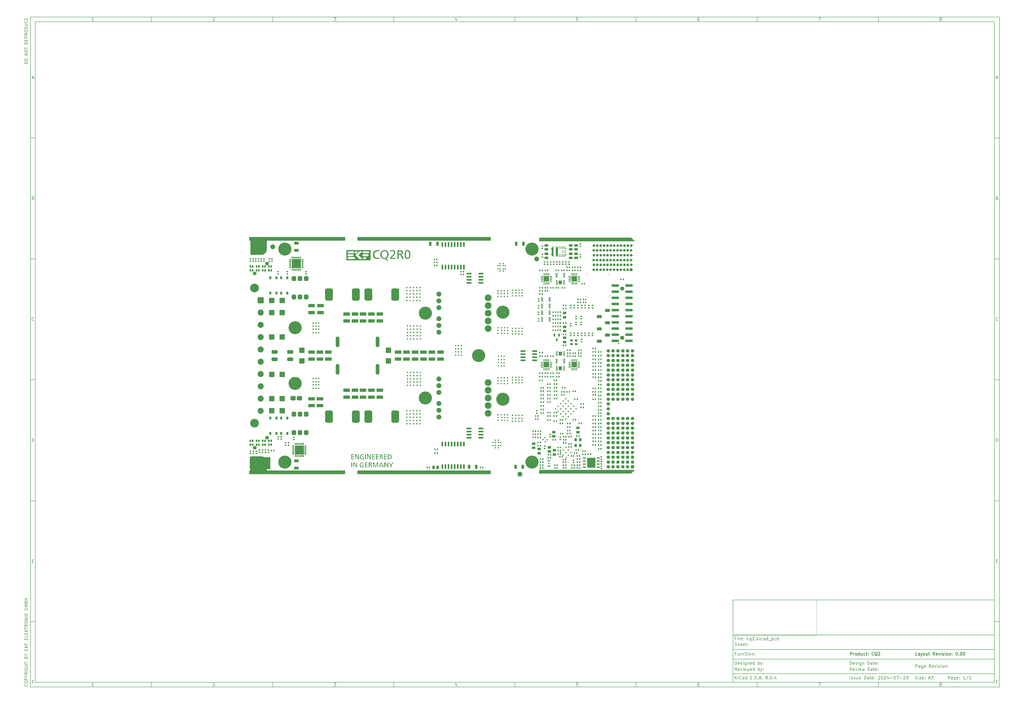
<source format=gbr>
%TF.GenerationSoftware,KiCad,Pcbnew,8.0.4*%
%TF.CreationDate,2024-07-29T18:47:44+02:00*%
%TF.ProjectId,cq2,6371322e-6b69-4636-9164-5f7063625858,0.00*%
%TF.SameCoordinates,Original*%
%TF.FileFunction,Soldermask,Top*%
%TF.FilePolarity,Negative*%
%FSLAX46Y46*%
G04 Gerber Fmt 4.6, Leading zero omitted, Abs format (unit mm)*
G04 Created by KiCad (PCBNEW 8.0.4) date 2024-07-29 18:47:44*
%MOMM*%
%LPD*%
G01*
G04 APERTURE LIST*
G04 Aperture macros list*
%AMRoundRect*
0 Rectangle with rounded corners*
0 $1 Rounding radius*
0 $2 $3 $4 $5 $6 $7 $8 $9 X,Y pos of 4 corners*
0 Add a 4 corners polygon primitive as box body*
4,1,4,$2,$3,$4,$5,$6,$7,$8,$9,$2,$3,0*
0 Add four circle primitives for the rounded corners*
1,1,$1+$1,$2,$3*
1,1,$1+$1,$4,$5*
1,1,$1+$1,$6,$7*
1,1,$1+$1,$8,$9*
0 Add four rect primitives between the rounded corners*
20,1,$1+$1,$2,$3,$4,$5,0*
20,1,$1+$1,$4,$5,$6,$7,0*
20,1,$1+$1,$6,$7,$8,$9,0*
20,1,$1+$1,$8,$9,$2,$3,0*%
%AMOutline4P*
0 Free polygon, 4 corners , with rotation*
0 The origin of the aperture is its center*
0 number of corners: always 4*
0 $1 to $8 corner X, Y*
0 $9 Rotation angle, in degrees counterclockwise*
0 create outline with 4 corners*
4,1,4,$1,$2,$3,$4,$5,$6,$7,$8,$1,$2,$9*%
%AMFreePoly0*
4,1,10,0.647700,0.175600,0.397700,-0.101600,-0.647700,-0.101600,-0.647700,0.101600,-0.147700,0.101600,-0.147700,0.249600,0.397999,0.249999,0.397999,0.749999,0.651999,0.749999,0.647700,0.175600,0.647700,0.175600,$1*%
%AMFreePoly1*
4,1,13,3.947698,-0.101600,3.447698,-0.101600,3.447698,-0.648399,3.947698,-0.648399,3.947698,-0.851599,-0.647700,-0.851599,-0.647700,-0.648399,-0.147700,-0.648399,-0.147700,-0.101600,-0.647700,-0.101600,-0.647700,0.101600,3.947698,0.101600,3.947698,-0.101600,3.947698,-0.101600,$1*%
%AMFreePoly2*
4,1,17,3.947698,-0.101600,3.447698,-0.101600,3.447698,-0.641600,2.901999,-0.641999,2.901999,-1.149999,2.647999,-1.149999,2.647999,-0.641999,0.651999,-0.641999,0.651999,-1.149999,0.397999,-1.149999,0.397999,-0.641999,-0.147700,-0.641600,-0.147700,-0.101600,-0.647700,-0.101600,-0.647700,0.101600,3.947698,0.101600,3.947698,-0.101600,3.947698,-0.101600,$1*%
%AMFreePoly3*
4,1,9,-0.397999,0.250000,0.147701,0.249999,0.147701,0.099999,0.647701,0.099999,0.647700,-0.101600,-0.649999,-0.101600,-0.649999,0.749999,-0.397999,0.749999,-0.397999,0.250000,-0.397999,0.250000,$1*%
G04 Aperture macros list end*
%ADD10C,0.100000*%
%ADD11C,0.150000*%
%ADD12C,0.254000*%
%ADD13C,0.450000*%
%ADD14C,0.200000*%
%ADD15C,0.120000*%
%ADD16C,0.000000*%
%ADD17RoundRect,0.140000X0.140000X0.170000X-0.140000X0.170000X-0.140000X-0.170000X0.140000X-0.170000X0*%
%ADD18RoundRect,0.140000X-0.140000X-0.170000X0.140000X-0.170000X0.140000X0.170000X-0.140000X0.170000X0*%
%ADD19RoundRect,0.075000X-0.300000X-0.075000X0.300000X-0.075000X0.300000X0.075000X-0.300000X0.075000X0*%
%ADD20RoundRect,0.100000X-0.580000X-0.630000X0.580000X-0.630000X0.580000X0.630000X-0.580000X0.630000X0*%
%ADD21RoundRect,0.239978X-0.245022X-0.625022X0.245022X-0.625022X0.245022X0.625022X-0.245022X0.625022X0*%
%ADD22RoundRect,0.140000X-0.170000X0.140000X-0.170000X-0.140000X0.170000X-0.140000X0.170000X0.140000X0*%
%ADD23RoundRect,0.229957X0.275043X-0.225043X0.275043X0.225043X-0.275043X0.225043X-0.275043X-0.225043X0*%
%ADD24RoundRect,0.150000X0.150000X0.350000X-0.150000X0.350000X-0.150000X-0.350000X0.150000X-0.350000X0*%
%ADD25RoundRect,0.249981X0.485019X-0.265019X0.485019X0.265019X-0.485019X0.265019X-0.485019X-0.265019X0*%
%ADD26R,8.500000X5.000000*%
%ADD27C,3.000000*%
%ADD28RoundRect,0.140000X0.170000X-0.140000X0.170000X0.140000X-0.170000X0.140000X-0.170000X-0.140000X0*%
%ADD29RoundRect,0.250025X-1.109975X0.434975X-1.109975X-0.434975X1.109975X-0.434975X1.109975X0.434975X0*%
%ADD30RoundRect,0.250046X0.459954X-0.294954X0.459954X0.294954X-0.459954X0.294954X-0.459954X-0.294954X0*%
%ADD31C,0.800000*%
%ADD32C,5.400000*%
%ADD33RoundRect,0.250046X-0.459954X0.294954X-0.459954X-0.294954X0.459954X-0.294954X0.459954X0.294954X0*%
%ADD34RoundRect,0.445000X0.445000X-0.555000X0.445000X0.555000X-0.445000X0.555000X-0.445000X-0.555000X0*%
%ADD35RoundRect,0.249972X-0.865028X-0.860028X0.865028X-0.860028X0.865028X0.860028X-0.865028X0.860028X0*%
%ADD36RoundRect,0.239978X0.245022X0.625022X-0.245022X0.625022X-0.245022X-0.625022X0.245022X-0.625022X0*%
%ADD37RoundRect,0.800000X0.800000X1.750000X-0.800000X1.750000X-0.800000X-1.750000X0.800000X-1.750000X0*%
%ADD38RoundRect,0.250025X1.109975X-0.434975X1.109975X0.434975X-1.109975X0.434975X-1.109975X-0.434975X0*%
%ADD39RoundRect,0.150000X-0.150000X-0.350000X0.150000X-0.350000X0.150000X0.350000X-0.150000X0.350000X0*%
%ADD40RoundRect,0.249960X-0.660040X0.350040X-0.660040X-0.350040X0.660040X-0.350040X0.660040X0.350040X0*%
%ADD41RoundRect,0.102000X0.457000X-0.457000X0.457000X0.457000X-0.457000X0.457000X-0.457000X-0.457000X0*%
%ADD42C,1.118000*%
%ADD43C,2.000000*%
%ADD44RoundRect,0.455216X0.619784X0.464784X-0.619784X0.464784X-0.619784X-0.464784X0.619784X-0.464784X0*%
%ADD45RoundRect,0.170016X-0.864984X-0.159984X0.864984X-0.159984X0.864984X0.159984X-0.864984X0.159984X0*%
%ADD46RoundRect,0.075000X0.325000X-0.075000X0.325000X0.075000X-0.325000X0.075000X-0.325000X-0.075000X0*%
%ADD47RoundRect,0.075000X-0.075000X-0.325000X0.075000X-0.325000X0.075000X0.325000X-0.075000X0.325000X0*%
%ADD48C,0.600000*%
%ADD49RoundRect,0.187500X-1.687500X-1.687500X1.687500X-1.687500X1.687500X1.687500X-1.687500X1.687500X0*%
%ADD50RoundRect,0.200000X0.200000X-0.400000X0.200000X0.400000X-0.200000X0.400000X-0.200000X-0.400000X0*%
%ADD51C,1.700000*%
%ADD52RoundRect,0.250000X-1.275000X-0.250000X1.275000X-0.250000X1.275000X0.250000X-1.275000X0.250000X0*%
%ADD53RoundRect,0.075000X0.350000X-0.075000X0.350000X0.075000X-0.350000X0.075000X-0.350000X-0.075000X0*%
%ADD54C,2.030000*%
%ADD55C,2.790000*%
%ADD56RoundRect,0.249981X-0.485019X0.265019X-0.485019X-0.265019X0.485019X-0.265019X0.485019X0.265019X0*%
%ADD57RoundRect,0.445000X-0.445000X0.555000X-0.445000X-0.555000X0.445000X-0.555000X0.445000X0.555000X0*%
%ADD58RoundRect,0.087500X0.437500X-0.087500X0.437500X0.087500X-0.437500X0.087500X-0.437500X-0.087500X0*%
%ADD59RoundRect,0.087500X-0.087500X-0.437500X0.087500X-0.437500X0.087500X0.437500X-0.087500X0.437500X0*%
%ADD60RoundRect,0.100000X-1.030000X-1.030000X1.030000X-1.030000X1.030000X1.030000X-1.030000X1.030000X0*%
%ADD61RoundRect,0.249972X-0.860028X0.865028X-0.860028X-0.865028X0.860028X-0.865028X0.860028X0.865028X0*%
%ADD62FreePoly0,270.000000*%
%ADD63R,0.203200X1.295400*%
%ADD64FreePoly1,270.000000*%
%ADD65FreePoly2,270.000000*%
%ADD66FreePoly3,270.000000*%
%ADD67R,2.057400X0.254000*%
%ADD68RoundRect,0.150000X0.150000X-0.875000X0.150000X0.875000X-0.150000X0.875000X-0.150000X-0.875000X0*%
%ADD69RoundRect,0.375000X0.875000X-0.375000X0.875000X0.375000X-0.875000X0.375000X-0.875000X-0.375000X0*%
%ADD70RoundRect,0.075000X-0.350000X0.075000X-0.350000X-0.075000X0.350000X-0.075000X0.350000X0.075000X0*%
%ADD71C,3.600000*%
%ADD72RoundRect,0.297619X-0.952381X-0.952381X0.952381X-0.952381X0.952381X0.952381X-0.952381X0.952381X0*%
%ADD73C,2.500000*%
%ADD74RoundRect,0.112500X-0.487500X0.112500X-0.487500X-0.112500X0.487500X-0.112500X0.487500X0.112500X0*%
%ADD75R,3.450000X4.050000*%
%ADD76RoundRect,0.200000X-0.200000X0.400000X-0.200000X-0.400000X0.200000X-0.400000X0.200000X0.400000X0*%
%ADD77RoundRect,0.250046X-0.294954X-0.459954X0.294954X-0.459954X0.294954X0.459954X-0.294954X0.459954X0*%
%ADD78R,38.000000X1.500000*%
%ADD79R,38.000000X1.000000*%
%ADD80Outline4P,0.000000X-0.750000X0.000000X-0.750000X1.500000X0.750000X-1.500000X0.750000X0.000000*%
%ADD81R,55.000000X1.500000*%
%ADD82R,4.000000X7.000000*%
%ADD83C,5.000000*%
%ADD84R,5.000000X5.000000*%
%ADD85R,39.750000X1.500000*%
%ADD86RoundRect,0.760000X0.000010X-1.465000X0.000010X1.465000X-0.000010X1.465000X-0.000010X-1.465000X0*%
%ADD87C,1.500000*%
%ADD88RoundRect,0.150000X-0.150000X0.875000X-0.150000X-0.875000X0.150000X-0.875000X0.150000X0.875000X0*%
%ADD89RoundRect,0.075000X0.300000X0.075000X-0.300000X0.075000X-0.300000X-0.075000X0.300000X-0.075000X0*%
%ADD90RoundRect,0.100000X0.580000X0.630000X-0.580000X0.630000X-0.580000X-0.630000X0.580000X-0.630000X0*%
%ADD91RoundRect,0.293294X0.397706X-0.397706X0.397706X0.397706X-0.397706X0.397706X-0.397706X-0.397706X0*%
%ADD92C,1.382000*%
%ADD93RoundRect,0.317500X0.697500X0.317500X-0.697500X0.317500X-0.697500X-0.317500X0.697500X-0.317500X0*%
%ADD94RoundRect,0.249960X0.660040X-0.350040X0.660040X0.350040X-0.660040X0.350040X-0.660040X-0.350040X0*%
%ADD95RoundRect,0.250000X-0.250000X-0.385000X0.250000X-0.385000X0.250000X0.385000X-0.250000X0.385000X0*%
%ADD96RoundRect,0.149999X-0.155001X0.475001X-0.155001X-0.475001X0.155001X-0.475001X0.155001X0.475001X0*%
%ADD97Outline4P,-1.500000X-0.750000X1.500000X-0.750000X0.000000X0.750000X0.000000X0.750000X0.000000*%
G04 APERTURE END LIST*
D10*
X299978000Y-250926334D02*
X299978000Y-265573667D01*
X334522000Y-265573667D01*
X334522000Y-250926334D01*
X299978000Y-250926334D01*
D11*
X299989000Y-251002200D02*
X407989000Y-251002200D01*
X407989000Y-285002200D01*
X299989000Y-285002200D01*
X299989000Y-251002200D01*
D10*
D11*
X10000000Y-10000000D02*
X409989000Y-10000000D01*
X409989000Y-287002200D01*
X10000000Y-287002200D01*
X10000000Y-10000000D01*
D10*
D11*
X12000000Y-12000000D02*
X407989000Y-12000000D01*
X407989000Y-285002200D01*
X12000000Y-285002200D01*
X12000000Y-12000000D01*
D10*
D11*
X60000000Y-12000000D02*
X60000000Y-10000000D01*
D10*
D11*
X110000000Y-12000000D02*
X110000000Y-10000000D01*
D10*
D11*
X160000000Y-12000000D02*
X160000000Y-10000000D01*
D10*
D11*
X210000000Y-12000000D02*
X210000000Y-10000000D01*
D10*
D11*
X260000000Y-12000000D02*
X260000000Y-10000000D01*
D10*
D11*
X310000000Y-12000000D02*
X310000000Y-10000000D01*
D10*
D11*
X360000000Y-12000000D02*
X360000000Y-10000000D01*
D10*
D11*
X36066303Y-11579726D02*
X35340588Y-11579726D01*
X35703445Y-11579726D02*
X35703445Y-10309726D01*
X35703445Y-10309726D02*
X35582493Y-10491154D01*
X35582493Y-10491154D02*
X35461541Y-10612107D01*
X35461541Y-10612107D02*
X35340588Y-10672583D01*
D10*
D11*
X85340588Y-10430678D02*
X85401064Y-10370202D01*
X85401064Y-10370202D02*
X85522017Y-10309726D01*
X85522017Y-10309726D02*
X85824398Y-10309726D01*
X85824398Y-10309726D02*
X85945350Y-10370202D01*
X85945350Y-10370202D02*
X86005826Y-10430678D01*
X86005826Y-10430678D02*
X86066303Y-10551630D01*
X86066303Y-10551630D02*
X86066303Y-10672583D01*
X86066303Y-10672583D02*
X86005826Y-10854011D01*
X86005826Y-10854011D02*
X85280112Y-11579726D01*
X85280112Y-11579726D02*
X86066303Y-11579726D01*
D10*
D11*
X135280112Y-10309726D02*
X136066303Y-10309726D01*
X136066303Y-10309726D02*
X135642969Y-10793535D01*
X135642969Y-10793535D02*
X135824398Y-10793535D01*
X135824398Y-10793535D02*
X135945350Y-10854011D01*
X135945350Y-10854011D02*
X136005826Y-10914488D01*
X136005826Y-10914488D02*
X136066303Y-11035440D01*
X136066303Y-11035440D02*
X136066303Y-11337821D01*
X136066303Y-11337821D02*
X136005826Y-11458773D01*
X136005826Y-11458773D02*
X135945350Y-11519250D01*
X135945350Y-11519250D02*
X135824398Y-11579726D01*
X135824398Y-11579726D02*
X135461541Y-11579726D01*
X135461541Y-11579726D02*
X135340588Y-11519250D01*
X135340588Y-11519250D02*
X135280112Y-11458773D01*
D10*
D11*
X185945350Y-10733059D02*
X185945350Y-11579726D01*
X185642969Y-10249250D02*
X185340588Y-11156392D01*
X185340588Y-11156392D02*
X186126779Y-11156392D01*
D10*
D11*
X236005826Y-10309726D02*
X235401064Y-10309726D01*
X235401064Y-10309726D02*
X235340588Y-10914488D01*
X235340588Y-10914488D02*
X235401064Y-10854011D01*
X235401064Y-10854011D02*
X235522017Y-10793535D01*
X235522017Y-10793535D02*
X235824398Y-10793535D01*
X235824398Y-10793535D02*
X235945350Y-10854011D01*
X235945350Y-10854011D02*
X236005826Y-10914488D01*
X236005826Y-10914488D02*
X236066303Y-11035440D01*
X236066303Y-11035440D02*
X236066303Y-11337821D01*
X236066303Y-11337821D02*
X236005826Y-11458773D01*
X236005826Y-11458773D02*
X235945350Y-11519250D01*
X235945350Y-11519250D02*
X235824398Y-11579726D01*
X235824398Y-11579726D02*
X235522017Y-11579726D01*
X235522017Y-11579726D02*
X235401064Y-11519250D01*
X235401064Y-11519250D02*
X235340588Y-11458773D01*
D10*
D11*
X285945350Y-10309726D02*
X285703445Y-10309726D01*
X285703445Y-10309726D02*
X285582493Y-10370202D01*
X285582493Y-10370202D02*
X285522017Y-10430678D01*
X285522017Y-10430678D02*
X285401064Y-10612107D01*
X285401064Y-10612107D02*
X285340588Y-10854011D01*
X285340588Y-10854011D02*
X285340588Y-11337821D01*
X285340588Y-11337821D02*
X285401064Y-11458773D01*
X285401064Y-11458773D02*
X285461541Y-11519250D01*
X285461541Y-11519250D02*
X285582493Y-11579726D01*
X285582493Y-11579726D02*
X285824398Y-11579726D01*
X285824398Y-11579726D02*
X285945350Y-11519250D01*
X285945350Y-11519250D02*
X286005826Y-11458773D01*
X286005826Y-11458773D02*
X286066303Y-11337821D01*
X286066303Y-11337821D02*
X286066303Y-11035440D01*
X286066303Y-11035440D02*
X286005826Y-10914488D01*
X286005826Y-10914488D02*
X285945350Y-10854011D01*
X285945350Y-10854011D02*
X285824398Y-10793535D01*
X285824398Y-10793535D02*
X285582493Y-10793535D01*
X285582493Y-10793535D02*
X285461541Y-10854011D01*
X285461541Y-10854011D02*
X285401064Y-10914488D01*
X285401064Y-10914488D02*
X285340588Y-11035440D01*
D10*
D11*
X335280112Y-10309726D02*
X336126779Y-10309726D01*
X336126779Y-10309726D02*
X335582493Y-11579726D01*
D10*
D11*
X385582493Y-10854011D02*
X385461541Y-10793535D01*
X385461541Y-10793535D02*
X385401064Y-10733059D01*
X385401064Y-10733059D02*
X385340588Y-10612107D01*
X385340588Y-10612107D02*
X385340588Y-10551630D01*
X385340588Y-10551630D02*
X385401064Y-10430678D01*
X385401064Y-10430678D02*
X385461541Y-10370202D01*
X385461541Y-10370202D02*
X385582493Y-10309726D01*
X385582493Y-10309726D02*
X385824398Y-10309726D01*
X385824398Y-10309726D02*
X385945350Y-10370202D01*
X385945350Y-10370202D02*
X386005826Y-10430678D01*
X386005826Y-10430678D02*
X386066303Y-10551630D01*
X386066303Y-10551630D02*
X386066303Y-10612107D01*
X386066303Y-10612107D02*
X386005826Y-10733059D01*
X386005826Y-10733059D02*
X385945350Y-10793535D01*
X385945350Y-10793535D02*
X385824398Y-10854011D01*
X385824398Y-10854011D02*
X385582493Y-10854011D01*
X385582493Y-10854011D02*
X385461541Y-10914488D01*
X385461541Y-10914488D02*
X385401064Y-10974964D01*
X385401064Y-10974964D02*
X385340588Y-11095916D01*
X385340588Y-11095916D02*
X385340588Y-11337821D01*
X385340588Y-11337821D02*
X385401064Y-11458773D01*
X385401064Y-11458773D02*
X385461541Y-11519250D01*
X385461541Y-11519250D02*
X385582493Y-11579726D01*
X385582493Y-11579726D02*
X385824398Y-11579726D01*
X385824398Y-11579726D02*
X385945350Y-11519250D01*
X385945350Y-11519250D02*
X386005826Y-11458773D01*
X386005826Y-11458773D02*
X386066303Y-11337821D01*
X386066303Y-11337821D02*
X386066303Y-11095916D01*
X386066303Y-11095916D02*
X386005826Y-10974964D01*
X386005826Y-10974964D02*
X385945350Y-10914488D01*
X385945350Y-10914488D02*
X385824398Y-10854011D01*
D10*
D11*
X60000000Y-285002200D02*
X60000000Y-287002200D01*
D10*
D11*
X110000000Y-285002200D02*
X110000000Y-287002200D01*
D10*
D11*
X160000000Y-285002200D02*
X160000000Y-287002200D01*
D10*
D11*
X210000000Y-285002200D02*
X210000000Y-287002200D01*
D10*
D11*
X260000000Y-285002200D02*
X260000000Y-287002200D01*
D10*
D11*
X310000000Y-285002200D02*
X310000000Y-287002200D01*
D10*
D11*
X360000000Y-285002200D02*
X360000000Y-287002200D01*
D10*
D11*
X36066303Y-286581926D02*
X35340588Y-286581926D01*
X35703445Y-286581926D02*
X35703445Y-285311926D01*
X35703445Y-285311926D02*
X35582493Y-285493354D01*
X35582493Y-285493354D02*
X35461541Y-285614307D01*
X35461541Y-285614307D02*
X35340588Y-285674783D01*
D10*
D11*
X85340588Y-285432878D02*
X85401064Y-285372402D01*
X85401064Y-285372402D02*
X85522017Y-285311926D01*
X85522017Y-285311926D02*
X85824398Y-285311926D01*
X85824398Y-285311926D02*
X85945350Y-285372402D01*
X85945350Y-285372402D02*
X86005826Y-285432878D01*
X86005826Y-285432878D02*
X86066303Y-285553830D01*
X86066303Y-285553830D02*
X86066303Y-285674783D01*
X86066303Y-285674783D02*
X86005826Y-285856211D01*
X86005826Y-285856211D02*
X85280112Y-286581926D01*
X85280112Y-286581926D02*
X86066303Y-286581926D01*
D10*
D11*
X135280112Y-285311926D02*
X136066303Y-285311926D01*
X136066303Y-285311926D02*
X135642969Y-285795735D01*
X135642969Y-285795735D02*
X135824398Y-285795735D01*
X135824398Y-285795735D02*
X135945350Y-285856211D01*
X135945350Y-285856211D02*
X136005826Y-285916688D01*
X136005826Y-285916688D02*
X136066303Y-286037640D01*
X136066303Y-286037640D02*
X136066303Y-286340021D01*
X136066303Y-286340021D02*
X136005826Y-286460973D01*
X136005826Y-286460973D02*
X135945350Y-286521450D01*
X135945350Y-286521450D02*
X135824398Y-286581926D01*
X135824398Y-286581926D02*
X135461541Y-286581926D01*
X135461541Y-286581926D02*
X135340588Y-286521450D01*
X135340588Y-286521450D02*
X135280112Y-286460973D01*
D10*
D11*
X185945350Y-285735259D02*
X185945350Y-286581926D01*
X185642969Y-285251450D02*
X185340588Y-286158592D01*
X185340588Y-286158592D02*
X186126779Y-286158592D01*
D10*
D11*
X236005826Y-285311926D02*
X235401064Y-285311926D01*
X235401064Y-285311926D02*
X235340588Y-285916688D01*
X235340588Y-285916688D02*
X235401064Y-285856211D01*
X235401064Y-285856211D02*
X235522017Y-285795735D01*
X235522017Y-285795735D02*
X235824398Y-285795735D01*
X235824398Y-285795735D02*
X235945350Y-285856211D01*
X235945350Y-285856211D02*
X236005826Y-285916688D01*
X236005826Y-285916688D02*
X236066303Y-286037640D01*
X236066303Y-286037640D02*
X236066303Y-286340021D01*
X236066303Y-286340021D02*
X236005826Y-286460973D01*
X236005826Y-286460973D02*
X235945350Y-286521450D01*
X235945350Y-286521450D02*
X235824398Y-286581926D01*
X235824398Y-286581926D02*
X235522017Y-286581926D01*
X235522017Y-286581926D02*
X235401064Y-286521450D01*
X235401064Y-286521450D02*
X235340588Y-286460973D01*
D10*
D11*
X285945350Y-285311926D02*
X285703445Y-285311926D01*
X285703445Y-285311926D02*
X285582493Y-285372402D01*
X285582493Y-285372402D02*
X285522017Y-285432878D01*
X285522017Y-285432878D02*
X285401064Y-285614307D01*
X285401064Y-285614307D02*
X285340588Y-285856211D01*
X285340588Y-285856211D02*
X285340588Y-286340021D01*
X285340588Y-286340021D02*
X285401064Y-286460973D01*
X285401064Y-286460973D02*
X285461541Y-286521450D01*
X285461541Y-286521450D02*
X285582493Y-286581926D01*
X285582493Y-286581926D02*
X285824398Y-286581926D01*
X285824398Y-286581926D02*
X285945350Y-286521450D01*
X285945350Y-286521450D02*
X286005826Y-286460973D01*
X286005826Y-286460973D02*
X286066303Y-286340021D01*
X286066303Y-286340021D02*
X286066303Y-286037640D01*
X286066303Y-286037640D02*
X286005826Y-285916688D01*
X286005826Y-285916688D02*
X285945350Y-285856211D01*
X285945350Y-285856211D02*
X285824398Y-285795735D01*
X285824398Y-285795735D02*
X285582493Y-285795735D01*
X285582493Y-285795735D02*
X285461541Y-285856211D01*
X285461541Y-285856211D02*
X285401064Y-285916688D01*
X285401064Y-285916688D02*
X285340588Y-286037640D01*
D10*
D11*
X335280112Y-285311926D02*
X336126779Y-285311926D01*
X336126779Y-285311926D02*
X335582493Y-286581926D01*
D10*
D11*
X385582493Y-285856211D02*
X385461541Y-285795735D01*
X385461541Y-285795735D02*
X385401064Y-285735259D01*
X385401064Y-285735259D02*
X385340588Y-285614307D01*
X385340588Y-285614307D02*
X385340588Y-285553830D01*
X385340588Y-285553830D02*
X385401064Y-285432878D01*
X385401064Y-285432878D02*
X385461541Y-285372402D01*
X385461541Y-285372402D02*
X385582493Y-285311926D01*
X385582493Y-285311926D02*
X385824398Y-285311926D01*
X385824398Y-285311926D02*
X385945350Y-285372402D01*
X385945350Y-285372402D02*
X386005826Y-285432878D01*
X386005826Y-285432878D02*
X386066303Y-285553830D01*
X386066303Y-285553830D02*
X386066303Y-285614307D01*
X386066303Y-285614307D02*
X386005826Y-285735259D01*
X386005826Y-285735259D02*
X385945350Y-285795735D01*
X385945350Y-285795735D02*
X385824398Y-285856211D01*
X385824398Y-285856211D02*
X385582493Y-285856211D01*
X385582493Y-285856211D02*
X385461541Y-285916688D01*
X385461541Y-285916688D02*
X385401064Y-285977164D01*
X385401064Y-285977164D02*
X385340588Y-286098116D01*
X385340588Y-286098116D02*
X385340588Y-286340021D01*
X385340588Y-286340021D02*
X385401064Y-286460973D01*
X385401064Y-286460973D02*
X385461541Y-286521450D01*
X385461541Y-286521450D02*
X385582493Y-286581926D01*
X385582493Y-286581926D02*
X385824398Y-286581926D01*
X385824398Y-286581926D02*
X385945350Y-286521450D01*
X385945350Y-286521450D02*
X386005826Y-286460973D01*
X386005826Y-286460973D02*
X386066303Y-286340021D01*
X386066303Y-286340021D02*
X386066303Y-286098116D01*
X386066303Y-286098116D02*
X386005826Y-285977164D01*
X386005826Y-285977164D02*
X385945350Y-285916688D01*
X385945350Y-285916688D02*
X385824398Y-285856211D01*
D10*
D11*
X10000000Y-60000000D02*
X12000000Y-60000000D01*
D10*
D11*
X10000000Y-110000000D02*
X12000000Y-110000000D01*
D10*
D11*
X10000000Y-160000000D02*
X12000000Y-160000000D01*
D10*
D11*
X10000000Y-210000000D02*
X12000000Y-210000000D01*
D10*
D11*
X10000000Y-260000000D02*
X12000000Y-260000000D01*
D10*
D11*
X10697619Y-35216869D02*
X11302381Y-35216869D01*
X10576667Y-35579726D02*
X11000000Y-34309726D01*
X11000000Y-34309726D02*
X11423334Y-35579726D01*
D10*
D11*
X11090714Y-84914488D02*
X11272142Y-84974964D01*
X11272142Y-84974964D02*
X11332619Y-85035440D01*
X11332619Y-85035440D02*
X11393095Y-85156392D01*
X11393095Y-85156392D02*
X11393095Y-85337821D01*
X11393095Y-85337821D02*
X11332619Y-85458773D01*
X11332619Y-85458773D02*
X11272142Y-85519250D01*
X11272142Y-85519250D02*
X11151190Y-85579726D01*
X11151190Y-85579726D02*
X10667380Y-85579726D01*
X10667380Y-85579726D02*
X10667380Y-84309726D01*
X10667380Y-84309726D02*
X11090714Y-84309726D01*
X11090714Y-84309726D02*
X11211666Y-84370202D01*
X11211666Y-84370202D02*
X11272142Y-84430678D01*
X11272142Y-84430678D02*
X11332619Y-84551630D01*
X11332619Y-84551630D02*
X11332619Y-84672583D01*
X11332619Y-84672583D02*
X11272142Y-84793535D01*
X11272142Y-84793535D02*
X11211666Y-84854011D01*
X11211666Y-84854011D02*
X11090714Y-84914488D01*
X11090714Y-84914488D02*
X10667380Y-84914488D01*
D10*
D11*
X11393095Y-135458773D02*
X11332619Y-135519250D01*
X11332619Y-135519250D02*
X11151190Y-135579726D01*
X11151190Y-135579726D02*
X11030238Y-135579726D01*
X11030238Y-135579726D02*
X10848809Y-135519250D01*
X10848809Y-135519250D02*
X10727857Y-135398297D01*
X10727857Y-135398297D02*
X10667380Y-135277345D01*
X10667380Y-135277345D02*
X10606904Y-135035440D01*
X10606904Y-135035440D02*
X10606904Y-134854011D01*
X10606904Y-134854011D02*
X10667380Y-134612107D01*
X10667380Y-134612107D02*
X10727857Y-134491154D01*
X10727857Y-134491154D02*
X10848809Y-134370202D01*
X10848809Y-134370202D02*
X11030238Y-134309726D01*
X11030238Y-134309726D02*
X11151190Y-134309726D01*
X11151190Y-134309726D02*
X11332619Y-134370202D01*
X11332619Y-134370202D02*
X11393095Y-134430678D01*
D10*
D11*
X10667380Y-185579726D02*
X10667380Y-184309726D01*
X10667380Y-184309726D02*
X10969761Y-184309726D01*
X10969761Y-184309726D02*
X11151190Y-184370202D01*
X11151190Y-184370202D02*
X11272142Y-184491154D01*
X11272142Y-184491154D02*
X11332619Y-184612107D01*
X11332619Y-184612107D02*
X11393095Y-184854011D01*
X11393095Y-184854011D02*
X11393095Y-185035440D01*
X11393095Y-185035440D02*
X11332619Y-185277345D01*
X11332619Y-185277345D02*
X11272142Y-185398297D01*
X11272142Y-185398297D02*
X11151190Y-185519250D01*
X11151190Y-185519250D02*
X10969761Y-185579726D01*
X10969761Y-185579726D02*
X10667380Y-185579726D01*
D10*
D11*
X10727856Y-234914488D02*
X11151190Y-234914488D01*
X11332618Y-235579726D02*
X10727856Y-235579726D01*
X10727856Y-235579726D02*
X10727856Y-234309726D01*
X10727856Y-234309726D02*
X11332618Y-234309726D01*
D10*
D11*
X11181429Y-284914488D02*
X10758095Y-284914488D01*
X10758095Y-285579726D02*
X10758095Y-284309726D01*
X10758095Y-284309726D02*
X11362857Y-284309726D01*
D10*
D11*
X409989000Y-60000000D02*
X407989000Y-60000000D01*
D10*
D11*
X409989000Y-110000000D02*
X407989000Y-110000000D01*
D10*
D11*
X409989000Y-160000000D02*
X407989000Y-160000000D01*
D10*
D11*
X409989000Y-210000000D02*
X407989000Y-210000000D01*
D10*
D11*
X409989000Y-260000000D02*
X407989000Y-260000000D01*
D10*
D11*
X408686619Y-35216869D02*
X409291381Y-35216869D01*
X408565667Y-35579726D02*
X408989000Y-34309726D01*
X408989000Y-34309726D02*
X409412334Y-35579726D01*
D10*
D11*
X409079714Y-84914488D02*
X409261142Y-84974964D01*
X409261142Y-84974964D02*
X409321619Y-85035440D01*
X409321619Y-85035440D02*
X409382095Y-85156392D01*
X409382095Y-85156392D02*
X409382095Y-85337821D01*
X409382095Y-85337821D02*
X409321619Y-85458773D01*
X409321619Y-85458773D02*
X409261142Y-85519250D01*
X409261142Y-85519250D02*
X409140190Y-85579726D01*
X409140190Y-85579726D02*
X408656380Y-85579726D01*
X408656380Y-85579726D02*
X408656380Y-84309726D01*
X408656380Y-84309726D02*
X409079714Y-84309726D01*
X409079714Y-84309726D02*
X409200666Y-84370202D01*
X409200666Y-84370202D02*
X409261142Y-84430678D01*
X409261142Y-84430678D02*
X409321619Y-84551630D01*
X409321619Y-84551630D02*
X409321619Y-84672583D01*
X409321619Y-84672583D02*
X409261142Y-84793535D01*
X409261142Y-84793535D02*
X409200666Y-84854011D01*
X409200666Y-84854011D02*
X409079714Y-84914488D01*
X409079714Y-84914488D02*
X408656380Y-84914488D01*
D10*
D11*
X409382095Y-135458773D02*
X409321619Y-135519250D01*
X409321619Y-135519250D02*
X409140190Y-135579726D01*
X409140190Y-135579726D02*
X409019238Y-135579726D01*
X409019238Y-135579726D02*
X408837809Y-135519250D01*
X408837809Y-135519250D02*
X408716857Y-135398297D01*
X408716857Y-135398297D02*
X408656380Y-135277345D01*
X408656380Y-135277345D02*
X408595904Y-135035440D01*
X408595904Y-135035440D02*
X408595904Y-134854011D01*
X408595904Y-134854011D02*
X408656380Y-134612107D01*
X408656380Y-134612107D02*
X408716857Y-134491154D01*
X408716857Y-134491154D02*
X408837809Y-134370202D01*
X408837809Y-134370202D02*
X409019238Y-134309726D01*
X409019238Y-134309726D02*
X409140190Y-134309726D01*
X409140190Y-134309726D02*
X409321619Y-134370202D01*
X409321619Y-134370202D02*
X409382095Y-134430678D01*
D10*
D11*
X408656380Y-185579726D02*
X408656380Y-184309726D01*
X408656380Y-184309726D02*
X408958761Y-184309726D01*
X408958761Y-184309726D02*
X409140190Y-184370202D01*
X409140190Y-184370202D02*
X409261142Y-184491154D01*
X409261142Y-184491154D02*
X409321619Y-184612107D01*
X409321619Y-184612107D02*
X409382095Y-184854011D01*
X409382095Y-184854011D02*
X409382095Y-185035440D01*
X409382095Y-185035440D02*
X409321619Y-185277345D01*
X409321619Y-185277345D02*
X409261142Y-185398297D01*
X409261142Y-185398297D02*
X409140190Y-185519250D01*
X409140190Y-185519250D02*
X408958761Y-185579726D01*
X408958761Y-185579726D02*
X408656380Y-185579726D01*
D10*
D11*
X408716856Y-234914488D02*
X409140190Y-234914488D01*
X409321618Y-235579726D02*
X408716856Y-235579726D01*
X408716856Y-235579726D02*
X408716856Y-234309726D01*
X408716856Y-234309726D02*
X409321618Y-234309726D01*
D10*
D11*
X409170429Y-284914488D02*
X408747095Y-284914488D01*
X408747095Y-285579726D02*
X408747095Y-284309726D01*
X408747095Y-284309726D02*
X409351857Y-284309726D01*
D10*
D11*
X348390064Y-277698976D02*
X348390064Y-276428976D01*
X348390064Y-276428976D02*
X348692445Y-276428976D01*
X348692445Y-276428976D02*
X348873874Y-276489452D01*
X348873874Y-276489452D02*
X348994826Y-276610404D01*
X348994826Y-276610404D02*
X349055303Y-276731357D01*
X349055303Y-276731357D02*
X349115779Y-276973261D01*
X349115779Y-276973261D02*
X349115779Y-277154690D01*
X349115779Y-277154690D02*
X349055303Y-277396595D01*
X349055303Y-277396595D02*
X348994826Y-277517547D01*
X348994826Y-277517547D02*
X348873874Y-277638500D01*
X348873874Y-277638500D02*
X348692445Y-277698976D01*
X348692445Y-277698976D02*
X348390064Y-277698976D01*
X350143874Y-277638500D02*
X350022922Y-277698976D01*
X350022922Y-277698976D02*
X349781017Y-277698976D01*
X349781017Y-277698976D02*
X349660064Y-277638500D01*
X349660064Y-277638500D02*
X349599588Y-277517547D01*
X349599588Y-277517547D02*
X349599588Y-277033738D01*
X349599588Y-277033738D02*
X349660064Y-276912785D01*
X349660064Y-276912785D02*
X349781017Y-276852309D01*
X349781017Y-276852309D02*
X350022922Y-276852309D01*
X350022922Y-276852309D02*
X350143874Y-276912785D01*
X350143874Y-276912785D02*
X350204350Y-277033738D01*
X350204350Y-277033738D02*
X350204350Y-277154690D01*
X350204350Y-277154690D02*
X349599588Y-277275642D01*
X350688159Y-277638500D02*
X350809112Y-277698976D01*
X350809112Y-277698976D02*
X351051016Y-277698976D01*
X351051016Y-277698976D02*
X351171969Y-277638500D01*
X351171969Y-277638500D02*
X351232445Y-277517547D01*
X351232445Y-277517547D02*
X351232445Y-277457071D01*
X351232445Y-277457071D02*
X351171969Y-277336119D01*
X351171969Y-277336119D02*
X351051016Y-277275642D01*
X351051016Y-277275642D02*
X350869588Y-277275642D01*
X350869588Y-277275642D02*
X350748635Y-277215166D01*
X350748635Y-277215166D02*
X350688159Y-277094214D01*
X350688159Y-277094214D02*
X350688159Y-277033738D01*
X350688159Y-277033738D02*
X350748635Y-276912785D01*
X350748635Y-276912785D02*
X350869588Y-276852309D01*
X350869588Y-276852309D02*
X351051016Y-276852309D01*
X351051016Y-276852309D02*
X351171969Y-276912785D01*
X351776730Y-277698976D02*
X351776730Y-276852309D01*
X351776730Y-276428976D02*
X351716254Y-276489452D01*
X351716254Y-276489452D02*
X351776730Y-276549928D01*
X351776730Y-276549928D02*
X351837207Y-276489452D01*
X351837207Y-276489452D02*
X351776730Y-276428976D01*
X351776730Y-276428976D02*
X351776730Y-276549928D01*
X352925778Y-276852309D02*
X352925778Y-277880404D01*
X352925778Y-277880404D02*
X352865302Y-278001357D01*
X352865302Y-278001357D02*
X352804826Y-278061833D01*
X352804826Y-278061833D02*
X352683873Y-278122309D01*
X352683873Y-278122309D02*
X352502445Y-278122309D01*
X352502445Y-278122309D02*
X352381492Y-278061833D01*
X352925778Y-277638500D02*
X352804826Y-277698976D01*
X352804826Y-277698976D02*
X352562921Y-277698976D01*
X352562921Y-277698976D02*
X352441969Y-277638500D01*
X352441969Y-277638500D02*
X352381492Y-277578023D01*
X352381492Y-277578023D02*
X352321016Y-277457071D01*
X352321016Y-277457071D02*
X352321016Y-277094214D01*
X352321016Y-277094214D02*
X352381492Y-276973261D01*
X352381492Y-276973261D02*
X352441969Y-276912785D01*
X352441969Y-276912785D02*
X352562921Y-276852309D01*
X352562921Y-276852309D02*
X352804826Y-276852309D01*
X352804826Y-276852309D02*
X352925778Y-276912785D01*
X353530540Y-276852309D02*
X353530540Y-277698976D01*
X353530540Y-276973261D02*
X353591017Y-276912785D01*
X353591017Y-276912785D02*
X353711969Y-276852309D01*
X353711969Y-276852309D02*
X353893398Y-276852309D01*
X353893398Y-276852309D02*
X354014350Y-276912785D01*
X354014350Y-276912785D02*
X354074826Y-277033738D01*
X354074826Y-277033738D02*
X354074826Y-277698976D01*
X355647207Y-277698976D02*
X355647207Y-276428976D01*
X355647207Y-276428976D02*
X355949588Y-276428976D01*
X355949588Y-276428976D02*
X356131017Y-276489452D01*
X356131017Y-276489452D02*
X356251969Y-276610404D01*
X356251969Y-276610404D02*
X356312446Y-276731357D01*
X356312446Y-276731357D02*
X356372922Y-276973261D01*
X356372922Y-276973261D02*
X356372922Y-277154690D01*
X356372922Y-277154690D02*
X356312446Y-277396595D01*
X356312446Y-277396595D02*
X356251969Y-277517547D01*
X356251969Y-277517547D02*
X356131017Y-277638500D01*
X356131017Y-277638500D02*
X355949588Y-277698976D01*
X355949588Y-277698976D02*
X355647207Y-277698976D01*
X357461493Y-277698976D02*
X357461493Y-277033738D01*
X357461493Y-277033738D02*
X357401017Y-276912785D01*
X357401017Y-276912785D02*
X357280065Y-276852309D01*
X357280065Y-276852309D02*
X357038160Y-276852309D01*
X357038160Y-276852309D02*
X356917207Y-276912785D01*
X357461493Y-277638500D02*
X357340541Y-277698976D01*
X357340541Y-277698976D02*
X357038160Y-277698976D01*
X357038160Y-277698976D02*
X356917207Y-277638500D01*
X356917207Y-277638500D02*
X356856731Y-277517547D01*
X356856731Y-277517547D02*
X356856731Y-277396595D01*
X356856731Y-277396595D02*
X356917207Y-277275642D01*
X356917207Y-277275642D02*
X357038160Y-277215166D01*
X357038160Y-277215166D02*
X357340541Y-277215166D01*
X357340541Y-277215166D02*
X357461493Y-277154690D01*
X357884827Y-276852309D02*
X358368636Y-276852309D01*
X358066255Y-276428976D02*
X358066255Y-277517547D01*
X358066255Y-277517547D02*
X358126732Y-277638500D01*
X358126732Y-277638500D02*
X358247684Y-277698976D01*
X358247684Y-277698976D02*
X358368636Y-277698976D01*
X359275779Y-277638500D02*
X359154827Y-277698976D01*
X359154827Y-277698976D02*
X358912922Y-277698976D01*
X358912922Y-277698976D02*
X358791969Y-277638500D01*
X358791969Y-277638500D02*
X358731493Y-277517547D01*
X358731493Y-277517547D02*
X358731493Y-277033738D01*
X358731493Y-277033738D02*
X358791969Y-276912785D01*
X358791969Y-276912785D02*
X358912922Y-276852309D01*
X358912922Y-276852309D02*
X359154827Y-276852309D01*
X359154827Y-276852309D02*
X359275779Y-276912785D01*
X359275779Y-276912785D02*
X359336255Y-277033738D01*
X359336255Y-277033738D02*
X359336255Y-277154690D01*
X359336255Y-277154690D02*
X358731493Y-277275642D01*
X359880540Y-277578023D02*
X359941017Y-277638500D01*
X359941017Y-277638500D02*
X359880540Y-277698976D01*
X359880540Y-277698976D02*
X359820064Y-277638500D01*
X359820064Y-277638500D02*
X359880540Y-277578023D01*
X359880540Y-277578023D02*
X359880540Y-277698976D01*
X359880540Y-276912785D02*
X359941017Y-276973261D01*
X359941017Y-276973261D02*
X359880540Y-277033738D01*
X359880540Y-277033738D02*
X359820064Y-276973261D01*
X359820064Y-276973261D02*
X359880540Y-276912785D01*
X359880540Y-276912785D02*
X359880540Y-277033738D01*
D10*
D11*
X299989000Y-281502200D02*
X407989000Y-281502200D01*
D10*
D11*
X300890064Y-283738976D02*
X300890064Y-282468976D01*
X301615779Y-283738976D02*
X301071493Y-283013261D01*
X301615779Y-282468976D02*
X300890064Y-283194690D01*
X302160064Y-283738976D02*
X302160064Y-282892309D01*
X302160064Y-282468976D02*
X302099588Y-282529452D01*
X302099588Y-282529452D02*
X302160064Y-282589928D01*
X302160064Y-282589928D02*
X302220541Y-282529452D01*
X302220541Y-282529452D02*
X302160064Y-282468976D01*
X302160064Y-282468976D02*
X302160064Y-282589928D01*
X303490541Y-283618023D02*
X303430065Y-283678500D01*
X303430065Y-283678500D02*
X303248636Y-283738976D01*
X303248636Y-283738976D02*
X303127684Y-283738976D01*
X303127684Y-283738976D02*
X302946255Y-283678500D01*
X302946255Y-283678500D02*
X302825303Y-283557547D01*
X302825303Y-283557547D02*
X302764826Y-283436595D01*
X302764826Y-283436595D02*
X302704350Y-283194690D01*
X302704350Y-283194690D02*
X302704350Y-283013261D01*
X302704350Y-283013261D02*
X302764826Y-282771357D01*
X302764826Y-282771357D02*
X302825303Y-282650404D01*
X302825303Y-282650404D02*
X302946255Y-282529452D01*
X302946255Y-282529452D02*
X303127684Y-282468976D01*
X303127684Y-282468976D02*
X303248636Y-282468976D01*
X303248636Y-282468976D02*
X303430065Y-282529452D01*
X303430065Y-282529452D02*
X303490541Y-282589928D01*
X304579112Y-283738976D02*
X304579112Y-283073738D01*
X304579112Y-283073738D02*
X304518636Y-282952785D01*
X304518636Y-282952785D02*
X304397684Y-282892309D01*
X304397684Y-282892309D02*
X304155779Y-282892309D01*
X304155779Y-282892309D02*
X304034826Y-282952785D01*
X304579112Y-283678500D02*
X304458160Y-283738976D01*
X304458160Y-283738976D02*
X304155779Y-283738976D01*
X304155779Y-283738976D02*
X304034826Y-283678500D01*
X304034826Y-283678500D02*
X303974350Y-283557547D01*
X303974350Y-283557547D02*
X303974350Y-283436595D01*
X303974350Y-283436595D02*
X304034826Y-283315642D01*
X304034826Y-283315642D02*
X304155779Y-283255166D01*
X304155779Y-283255166D02*
X304458160Y-283255166D01*
X304458160Y-283255166D02*
X304579112Y-283194690D01*
X305728160Y-283738976D02*
X305728160Y-282468976D01*
X305728160Y-283678500D02*
X305607208Y-283738976D01*
X305607208Y-283738976D02*
X305365303Y-283738976D01*
X305365303Y-283738976D02*
X305244351Y-283678500D01*
X305244351Y-283678500D02*
X305183874Y-283618023D01*
X305183874Y-283618023D02*
X305123398Y-283497071D01*
X305123398Y-283497071D02*
X305123398Y-283134214D01*
X305123398Y-283134214D02*
X305183874Y-283013261D01*
X305183874Y-283013261D02*
X305244351Y-282952785D01*
X305244351Y-282952785D02*
X305365303Y-282892309D01*
X305365303Y-282892309D02*
X305607208Y-282892309D01*
X305607208Y-282892309D02*
X305728160Y-282952785D01*
X307300541Y-283073738D02*
X307723875Y-283073738D01*
X307905303Y-283738976D02*
X307300541Y-283738976D01*
X307300541Y-283738976D02*
X307300541Y-282468976D01*
X307300541Y-282468976D02*
X307905303Y-282468976D01*
X308449589Y-283618023D02*
X308510066Y-283678500D01*
X308510066Y-283678500D02*
X308449589Y-283738976D01*
X308449589Y-283738976D02*
X308389113Y-283678500D01*
X308389113Y-283678500D02*
X308449589Y-283618023D01*
X308449589Y-283618023D02*
X308449589Y-283738976D01*
X309054351Y-283738976D02*
X309054351Y-282468976D01*
X309054351Y-282468976D02*
X309356732Y-282468976D01*
X309356732Y-282468976D02*
X309538161Y-282529452D01*
X309538161Y-282529452D02*
X309659113Y-282650404D01*
X309659113Y-282650404D02*
X309719590Y-282771357D01*
X309719590Y-282771357D02*
X309780066Y-283013261D01*
X309780066Y-283013261D02*
X309780066Y-283194690D01*
X309780066Y-283194690D02*
X309719590Y-283436595D01*
X309719590Y-283436595D02*
X309659113Y-283557547D01*
X309659113Y-283557547D02*
X309538161Y-283678500D01*
X309538161Y-283678500D02*
X309356732Y-283738976D01*
X309356732Y-283738976D02*
X309054351Y-283738976D01*
X310324351Y-283618023D02*
X310384828Y-283678500D01*
X310384828Y-283678500D02*
X310324351Y-283738976D01*
X310324351Y-283738976D02*
X310263875Y-283678500D01*
X310263875Y-283678500D02*
X310324351Y-283618023D01*
X310324351Y-283618023D02*
X310324351Y-283738976D01*
X310868637Y-283376119D02*
X311473399Y-283376119D01*
X310747685Y-283738976D02*
X311171018Y-282468976D01*
X311171018Y-282468976D02*
X311594352Y-283738976D01*
X312017684Y-283618023D02*
X312078161Y-283678500D01*
X312078161Y-283678500D02*
X312017684Y-283738976D01*
X312017684Y-283738976D02*
X311957208Y-283678500D01*
X311957208Y-283678500D02*
X312017684Y-283618023D01*
X312017684Y-283618023D02*
X312017684Y-283738976D01*
X313771494Y-283013261D02*
X313650542Y-282952785D01*
X313650542Y-282952785D02*
X313590065Y-282892309D01*
X313590065Y-282892309D02*
X313529589Y-282771357D01*
X313529589Y-282771357D02*
X313529589Y-282710880D01*
X313529589Y-282710880D02*
X313590065Y-282589928D01*
X313590065Y-282589928D02*
X313650542Y-282529452D01*
X313650542Y-282529452D02*
X313771494Y-282468976D01*
X313771494Y-282468976D02*
X314013399Y-282468976D01*
X314013399Y-282468976D02*
X314134351Y-282529452D01*
X314134351Y-282529452D02*
X314194827Y-282589928D01*
X314194827Y-282589928D02*
X314255304Y-282710880D01*
X314255304Y-282710880D02*
X314255304Y-282771357D01*
X314255304Y-282771357D02*
X314194827Y-282892309D01*
X314194827Y-282892309D02*
X314134351Y-282952785D01*
X314134351Y-282952785D02*
X314013399Y-283013261D01*
X314013399Y-283013261D02*
X313771494Y-283013261D01*
X313771494Y-283013261D02*
X313650542Y-283073738D01*
X313650542Y-283073738D02*
X313590065Y-283134214D01*
X313590065Y-283134214D02*
X313529589Y-283255166D01*
X313529589Y-283255166D02*
X313529589Y-283497071D01*
X313529589Y-283497071D02*
X313590065Y-283618023D01*
X313590065Y-283618023D02*
X313650542Y-283678500D01*
X313650542Y-283678500D02*
X313771494Y-283738976D01*
X313771494Y-283738976D02*
X314013399Y-283738976D01*
X314013399Y-283738976D02*
X314134351Y-283678500D01*
X314134351Y-283678500D02*
X314194827Y-283618023D01*
X314194827Y-283618023D02*
X314255304Y-283497071D01*
X314255304Y-283497071D02*
X314255304Y-283255166D01*
X314255304Y-283255166D02*
X314194827Y-283134214D01*
X314194827Y-283134214D02*
X314134351Y-283073738D01*
X314134351Y-283073738D02*
X314013399Y-283013261D01*
X314799589Y-283618023D02*
X314860066Y-283678500D01*
X314860066Y-283678500D02*
X314799589Y-283738976D01*
X314799589Y-283738976D02*
X314739113Y-283678500D01*
X314739113Y-283678500D02*
X314799589Y-283618023D01*
X314799589Y-283618023D02*
X314799589Y-283738976D01*
X315646256Y-282468976D02*
X315767209Y-282468976D01*
X315767209Y-282468976D02*
X315888161Y-282529452D01*
X315888161Y-282529452D02*
X315948637Y-282589928D01*
X315948637Y-282589928D02*
X316009113Y-282710880D01*
X316009113Y-282710880D02*
X316069590Y-282952785D01*
X316069590Y-282952785D02*
X316069590Y-283255166D01*
X316069590Y-283255166D02*
X316009113Y-283497071D01*
X316009113Y-283497071D02*
X315948637Y-283618023D01*
X315948637Y-283618023D02*
X315888161Y-283678500D01*
X315888161Y-283678500D02*
X315767209Y-283738976D01*
X315767209Y-283738976D02*
X315646256Y-283738976D01*
X315646256Y-283738976D02*
X315525304Y-283678500D01*
X315525304Y-283678500D02*
X315464828Y-283618023D01*
X315464828Y-283618023D02*
X315404351Y-283497071D01*
X315404351Y-283497071D02*
X315343875Y-283255166D01*
X315343875Y-283255166D02*
X315343875Y-282952785D01*
X315343875Y-282952785D02*
X315404351Y-282710880D01*
X315404351Y-282710880D02*
X315464828Y-282589928D01*
X315464828Y-282589928D02*
X315525304Y-282529452D01*
X315525304Y-282529452D02*
X315646256Y-282468976D01*
X316613875Y-283618023D02*
X316674352Y-283678500D01*
X316674352Y-283678500D02*
X316613875Y-283738976D01*
X316613875Y-283738976D02*
X316553399Y-283678500D01*
X316553399Y-283678500D02*
X316613875Y-283618023D01*
X316613875Y-283618023D02*
X316613875Y-283738976D01*
X317762923Y-282892309D02*
X317762923Y-283738976D01*
X317460542Y-282408500D02*
X317158161Y-283315642D01*
X317158161Y-283315642D02*
X317944352Y-283315642D01*
D10*
D11*
X299988800Y-275502000D02*
X407988800Y-275502000D01*
D10*
D12*
X376063247Y-273833568D02*
X375458485Y-273833568D01*
X375458485Y-273833568D02*
X375458485Y-272563568D01*
X377030866Y-273833568D02*
X377030866Y-273168330D01*
X377030866Y-273168330D02*
X376970390Y-273047377D01*
X376970390Y-273047377D02*
X376849438Y-272986901D01*
X376849438Y-272986901D02*
X376607533Y-272986901D01*
X376607533Y-272986901D02*
X376486580Y-273047377D01*
X377030866Y-273773092D02*
X376909914Y-273833568D01*
X376909914Y-273833568D02*
X376607533Y-273833568D01*
X376607533Y-273833568D02*
X376486580Y-273773092D01*
X376486580Y-273773092D02*
X376426104Y-273652139D01*
X376426104Y-273652139D02*
X376426104Y-273531187D01*
X376426104Y-273531187D02*
X376486580Y-273410234D01*
X376486580Y-273410234D02*
X376607533Y-273349758D01*
X376607533Y-273349758D02*
X376909914Y-273349758D01*
X376909914Y-273349758D02*
X377030866Y-273289282D01*
X377514676Y-272986901D02*
X377817057Y-273833568D01*
X378119438Y-272986901D02*
X377817057Y-273833568D01*
X377817057Y-273833568D02*
X377696105Y-274135949D01*
X377696105Y-274135949D02*
X377635628Y-274196425D01*
X377635628Y-274196425D02*
X377514676Y-274256901D01*
X378784676Y-273833568D02*
X378663724Y-273773092D01*
X378663724Y-273773092D02*
X378603247Y-273712615D01*
X378603247Y-273712615D02*
X378542771Y-273591663D01*
X378542771Y-273591663D02*
X378542771Y-273228806D01*
X378542771Y-273228806D02*
X378603247Y-273107853D01*
X378603247Y-273107853D02*
X378663724Y-273047377D01*
X378663724Y-273047377D02*
X378784676Y-272986901D01*
X378784676Y-272986901D02*
X378966105Y-272986901D01*
X378966105Y-272986901D02*
X379087057Y-273047377D01*
X379087057Y-273047377D02*
X379147533Y-273107853D01*
X379147533Y-273107853D02*
X379208009Y-273228806D01*
X379208009Y-273228806D02*
X379208009Y-273591663D01*
X379208009Y-273591663D02*
X379147533Y-273712615D01*
X379147533Y-273712615D02*
X379087057Y-273773092D01*
X379087057Y-273773092D02*
X378966105Y-273833568D01*
X378966105Y-273833568D02*
X378784676Y-273833568D01*
X380296581Y-272986901D02*
X380296581Y-273833568D01*
X379752295Y-272986901D02*
X379752295Y-273652139D01*
X379752295Y-273652139D02*
X379812772Y-273773092D01*
X379812772Y-273773092D02*
X379933724Y-273833568D01*
X379933724Y-273833568D02*
X380115153Y-273833568D01*
X380115153Y-273833568D02*
X380236105Y-273773092D01*
X380236105Y-273773092D02*
X380296581Y-273712615D01*
X380719915Y-272986901D02*
X381203724Y-272986901D01*
X380901343Y-272563568D02*
X380901343Y-273652139D01*
X380901343Y-273652139D02*
X380961820Y-273773092D01*
X380961820Y-273773092D02*
X381082772Y-273833568D01*
X381082772Y-273833568D02*
X381203724Y-273833568D01*
X383320391Y-273833568D02*
X382897057Y-273228806D01*
X382594676Y-273833568D02*
X382594676Y-272563568D01*
X382594676Y-272563568D02*
X383078486Y-272563568D01*
X383078486Y-272563568D02*
X383199438Y-272624044D01*
X383199438Y-272624044D02*
X383259915Y-272684520D01*
X383259915Y-272684520D02*
X383320391Y-272805472D01*
X383320391Y-272805472D02*
X383320391Y-272986901D01*
X383320391Y-272986901D02*
X383259915Y-273107853D01*
X383259915Y-273107853D02*
X383199438Y-273168330D01*
X383199438Y-273168330D02*
X383078486Y-273228806D01*
X383078486Y-273228806D02*
X382594676Y-273228806D01*
X384348486Y-273773092D02*
X384227534Y-273833568D01*
X384227534Y-273833568D02*
X383985629Y-273833568D01*
X383985629Y-273833568D02*
X383864676Y-273773092D01*
X383864676Y-273773092D02*
X383804200Y-273652139D01*
X383804200Y-273652139D02*
X383804200Y-273168330D01*
X383804200Y-273168330D02*
X383864676Y-273047377D01*
X383864676Y-273047377D02*
X383985629Y-272986901D01*
X383985629Y-272986901D02*
X384227534Y-272986901D01*
X384227534Y-272986901D02*
X384348486Y-273047377D01*
X384348486Y-273047377D02*
X384408962Y-273168330D01*
X384408962Y-273168330D02*
X384408962Y-273289282D01*
X384408962Y-273289282D02*
X383804200Y-273410234D01*
X384832295Y-272986901D02*
X385134676Y-273833568D01*
X385134676Y-273833568D02*
X385437057Y-272986901D01*
X385920866Y-273833568D02*
X385920866Y-272986901D01*
X385920866Y-272563568D02*
X385860390Y-272624044D01*
X385860390Y-272624044D02*
X385920866Y-272684520D01*
X385920866Y-272684520D02*
X385981343Y-272624044D01*
X385981343Y-272624044D02*
X385920866Y-272563568D01*
X385920866Y-272563568D02*
X385920866Y-272684520D01*
X386465152Y-273773092D02*
X386586105Y-273833568D01*
X386586105Y-273833568D02*
X386828009Y-273833568D01*
X386828009Y-273833568D02*
X386948962Y-273773092D01*
X386948962Y-273773092D02*
X387009438Y-273652139D01*
X387009438Y-273652139D02*
X387009438Y-273591663D01*
X387009438Y-273591663D02*
X386948962Y-273470711D01*
X386948962Y-273470711D02*
X386828009Y-273410234D01*
X386828009Y-273410234D02*
X386646581Y-273410234D01*
X386646581Y-273410234D02*
X386525628Y-273349758D01*
X386525628Y-273349758D02*
X386465152Y-273228806D01*
X386465152Y-273228806D02*
X386465152Y-273168330D01*
X386465152Y-273168330D02*
X386525628Y-273047377D01*
X386525628Y-273047377D02*
X386646581Y-272986901D01*
X386646581Y-272986901D02*
X386828009Y-272986901D01*
X386828009Y-272986901D02*
X386948962Y-273047377D01*
X387553723Y-273833568D02*
X387553723Y-272986901D01*
X387553723Y-272563568D02*
X387493247Y-272624044D01*
X387493247Y-272624044D02*
X387553723Y-272684520D01*
X387553723Y-272684520D02*
X387614200Y-272624044D01*
X387614200Y-272624044D02*
X387553723Y-272563568D01*
X387553723Y-272563568D02*
X387553723Y-272684520D01*
X388339914Y-273833568D02*
X388218962Y-273773092D01*
X388218962Y-273773092D02*
X388158485Y-273712615D01*
X388158485Y-273712615D02*
X388098009Y-273591663D01*
X388098009Y-273591663D02*
X388098009Y-273228806D01*
X388098009Y-273228806D02*
X388158485Y-273107853D01*
X388158485Y-273107853D02*
X388218962Y-273047377D01*
X388218962Y-273047377D02*
X388339914Y-272986901D01*
X388339914Y-272986901D02*
X388521343Y-272986901D01*
X388521343Y-272986901D02*
X388642295Y-273047377D01*
X388642295Y-273047377D02*
X388702771Y-273107853D01*
X388702771Y-273107853D02*
X388763247Y-273228806D01*
X388763247Y-273228806D02*
X388763247Y-273591663D01*
X388763247Y-273591663D02*
X388702771Y-273712615D01*
X388702771Y-273712615D02*
X388642295Y-273773092D01*
X388642295Y-273773092D02*
X388521343Y-273833568D01*
X388521343Y-273833568D02*
X388339914Y-273833568D01*
X389307533Y-272986901D02*
X389307533Y-273833568D01*
X389307533Y-273107853D02*
X389368010Y-273047377D01*
X389368010Y-273047377D02*
X389488962Y-272986901D01*
X389488962Y-272986901D02*
X389670391Y-272986901D01*
X389670391Y-272986901D02*
X389791343Y-273047377D01*
X389791343Y-273047377D02*
X389851819Y-273168330D01*
X389851819Y-273168330D02*
X389851819Y-273833568D01*
X390456581Y-273712615D02*
X390517058Y-273773092D01*
X390517058Y-273773092D02*
X390456581Y-273833568D01*
X390456581Y-273833568D02*
X390396105Y-273773092D01*
X390396105Y-273773092D02*
X390456581Y-273712615D01*
X390456581Y-273712615D02*
X390456581Y-273833568D01*
X390456581Y-273047377D02*
X390517058Y-273107853D01*
X390517058Y-273107853D02*
X390456581Y-273168330D01*
X390456581Y-273168330D02*
X390396105Y-273107853D01*
X390396105Y-273107853D02*
X390456581Y-273047377D01*
X390456581Y-273047377D02*
X390456581Y-273168330D01*
X392270867Y-272563568D02*
X392391820Y-272563568D01*
X392391820Y-272563568D02*
X392512772Y-272624044D01*
X392512772Y-272624044D02*
X392573248Y-272684520D01*
X392573248Y-272684520D02*
X392633724Y-272805472D01*
X392633724Y-272805472D02*
X392694201Y-273047377D01*
X392694201Y-273047377D02*
X392694201Y-273349758D01*
X392694201Y-273349758D02*
X392633724Y-273591663D01*
X392633724Y-273591663D02*
X392573248Y-273712615D01*
X392573248Y-273712615D02*
X392512772Y-273773092D01*
X392512772Y-273773092D02*
X392391820Y-273833568D01*
X392391820Y-273833568D02*
X392270867Y-273833568D01*
X392270867Y-273833568D02*
X392149915Y-273773092D01*
X392149915Y-273773092D02*
X392089439Y-273712615D01*
X392089439Y-273712615D02*
X392028962Y-273591663D01*
X392028962Y-273591663D02*
X391968486Y-273349758D01*
X391968486Y-273349758D02*
X391968486Y-273047377D01*
X391968486Y-273047377D02*
X392028962Y-272805472D01*
X392028962Y-272805472D02*
X392089439Y-272684520D01*
X392089439Y-272684520D02*
X392149915Y-272624044D01*
X392149915Y-272624044D02*
X392270867Y-272563568D01*
X393238486Y-273712615D02*
X393298963Y-273773092D01*
X393298963Y-273773092D02*
X393238486Y-273833568D01*
X393238486Y-273833568D02*
X393178010Y-273773092D01*
X393178010Y-273773092D02*
X393238486Y-273712615D01*
X393238486Y-273712615D02*
X393238486Y-273833568D01*
X394085153Y-272563568D02*
X394206106Y-272563568D01*
X394206106Y-272563568D02*
X394327058Y-272624044D01*
X394327058Y-272624044D02*
X394387534Y-272684520D01*
X394387534Y-272684520D02*
X394448010Y-272805472D01*
X394448010Y-272805472D02*
X394508487Y-273047377D01*
X394508487Y-273047377D02*
X394508487Y-273349758D01*
X394508487Y-273349758D02*
X394448010Y-273591663D01*
X394448010Y-273591663D02*
X394387534Y-273712615D01*
X394387534Y-273712615D02*
X394327058Y-273773092D01*
X394327058Y-273773092D02*
X394206106Y-273833568D01*
X394206106Y-273833568D02*
X394085153Y-273833568D01*
X394085153Y-273833568D02*
X393964201Y-273773092D01*
X393964201Y-273773092D02*
X393903725Y-273712615D01*
X393903725Y-273712615D02*
X393843248Y-273591663D01*
X393843248Y-273591663D02*
X393782772Y-273349758D01*
X393782772Y-273349758D02*
X393782772Y-273047377D01*
X393782772Y-273047377D02*
X393843248Y-272805472D01*
X393843248Y-272805472D02*
X393903725Y-272684520D01*
X393903725Y-272684520D02*
X393964201Y-272624044D01*
X393964201Y-272624044D02*
X394085153Y-272563568D01*
X395294677Y-272563568D02*
X395415630Y-272563568D01*
X395415630Y-272563568D02*
X395536582Y-272624044D01*
X395536582Y-272624044D02*
X395597058Y-272684520D01*
X395597058Y-272684520D02*
X395657534Y-272805472D01*
X395657534Y-272805472D02*
X395718011Y-273047377D01*
X395718011Y-273047377D02*
X395718011Y-273349758D01*
X395718011Y-273349758D02*
X395657534Y-273591663D01*
X395657534Y-273591663D02*
X395597058Y-273712615D01*
X395597058Y-273712615D02*
X395536582Y-273773092D01*
X395536582Y-273773092D02*
X395415630Y-273833568D01*
X395415630Y-273833568D02*
X395294677Y-273833568D01*
X395294677Y-273833568D02*
X395173725Y-273773092D01*
X395173725Y-273773092D02*
X395113249Y-273712615D01*
X395113249Y-273712615D02*
X395052772Y-273591663D01*
X395052772Y-273591663D02*
X394992296Y-273349758D01*
X394992296Y-273349758D02*
X394992296Y-273047377D01*
X394992296Y-273047377D02*
X395052772Y-272805472D01*
X395052772Y-272805472D02*
X395113249Y-272684520D01*
X395113249Y-272684520D02*
X395173725Y-272624044D01*
X395173725Y-272624044D02*
X395294677Y-272563568D01*
D10*
D11*
X375329588Y-283678500D02*
X375511017Y-283738976D01*
X375511017Y-283738976D02*
X375813398Y-283738976D01*
X375813398Y-283738976D02*
X375934350Y-283678500D01*
X375934350Y-283678500D02*
X375994826Y-283618023D01*
X375994826Y-283618023D02*
X376055303Y-283497071D01*
X376055303Y-283497071D02*
X376055303Y-283376119D01*
X376055303Y-283376119D02*
X375994826Y-283255166D01*
X375994826Y-283255166D02*
X375934350Y-283194690D01*
X375934350Y-283194690D02*
X375813398Y-283134214D01*
X375813398Y-283134214D02*
X375571493Y-283073738D01*
X375571493Y-283073738D02*
X375450541Y-283013261D01*
X375450541Y-283013261D02*
X375390064Y-282952785D01*
X375390064Y-282952785D02*
X375329588Y-282831833D01*
X375329588Y-282831833D02*
X375329588Y-282710880D01*
X375329588Y-282710880D02*
X375390064Y-282589928D01*
X375390064Y-282589928D02*
X375450541Y-282529452D01*
X375450541Y-282529452D02*
X375571493Y-282468976D01*
X375571493Y-282468976D02*
X375873874Y-282468976D01*
X375873874Y-282468976D02*
X376055303Y-282529452D01*
X376599588Y-283738976D02*
X376599588Y-282892309D01*
X376599588Y-282468976D02*
X376539112Y-282529452D01*
X376539112Y-282529452D02*
X376599588Y-282589928D01*
X376599588Y-282589928D02*
X376660065Y-282529452D01*
X376660065Y-282529452D02*
X376599588Y-282468976D01*
X376599588Y-282468976D02*
X376599588Y-282589928D01*
X377083398Y-282892309D02*
X377748636Y-282892309D01*
X377748636Y-282892309D02*
X377083398Y-283738976D01*
X377083398Y-283738976D02*
X377748636Y-283738976D01*
X378716255Y-283678500D02*
X378595303Y-283738976D01*
X378595303Y-283738976D02*
X378353398Y-283738976D01*
X378353398Y-283738976D02*
X378232445Y-283678500D01*
X378232445Y-283678500D02*
X378171969Y-283557547D01*
X378171969Y-283557547D02*
X378171969Y-283073738D01*
X378171969Y-283073738D02*
X378232445Y-282952785D01*
X378232445Y-282952785D02*
X378353398Y-282892309D01*
X378353398Y-282892309D02*
X378595303Y-282892309D01*
X378595303Y-282892309D02*
X378716255Y-282952785D01*
X378716255Y-282952785D02*
X378776731Y-283073738D01*
X378776731Y-283073738D02*
X378776731Y-283194690D01*
X378776731Y-283194690D02*
X378171969Y-283315642D01*
X379321016Y-283618023D02*
X379381493Y-283678500D01*
X379381493Y-283678500D02*
X379321016Y-283738976D01*
X379321016Y-283738976D02*
X379260540Y-283678500D01*
X379260540Y-283678500D02*
X379321016Y-283618023D01*
X379321016Y-283618023D02*
X379321016Y-283738976D01*
X379321016Y-282952785D02*
X379381493Y-283013261D01*
X379381493Y-283013261D02*
X379321016Y-283073738D01*
X379321016Y-283073738D02*
X379260540Y-283013261D01*
X379260540Y-283013261D02*
X379321016Y-282952785D01*
X379321016Y-282952785D02*
X379321016Y-283073738D01*
X380832921Y-283376119D02*
X381437683Y-283376119D01*
X380711969Y-283738976D02*
X381135302Y-282468976D01*
X381135302Y-282468976D02*
X381558636Y-283738976D01*
X381861016Y-282468976D02*
X382647207Y-282468976D01*
X382647207Y-282468976D02*
X382223873Y-282952785D01*
X382223873Y-282952785D02*
X382405302Y-282952785D01*
X382405302Y-282952785D02*
X382526254Y-283013261D01*
X382526254Y-283013261D02*
X382586730Y-283073738D01*
X382586730Y-283073738D02*
X382647207Y-283194690D01*
X382647207Y-283194690D02*
X382647207Y-283497071D01*
X382647207Y-283497071D02*
X382586730Y-283618023D01*
X382586730Y-283618023D02*
X382526254Y-283678500D01*
X382526254Y-283678500D02*
X382405302Y-283738976D01*
X382405302Y-283738976D02*
X382042445Y-283738976D01*
X382042445Y-283738976D02*
X381921492Y-283678500D01*
X381921492Y-283678500D02*
X381861016Y-283618023D01*
D10*
D11*
X388890064Y-283738976D02*
X388890064Y-282468976D01*
X388890064Y-282468976D02*
X389373874Y-282468976D01*
X389373874Y-282468976D02*
X389494826Y-282529452D01*
X389494826Y-282529452D02*
X389555303Y-282589928D01*
X389555303Y-282589928D02*
X389615779Y-282710880D01*
X389615779Y-282710880D02*
X389615779Y-282892309D01*
X389615779Y-282892309D02*
X389555303Y-283013261D01*
X389555303Y-283013261D02*
X389494826Y-283073738D01*
X389494826Y-283073738D02*
X389373874Y-283134214D01*
X389373874Y-283134214D02*
X388890064Y-283134214D01*
X390704350Y-283738976D02*
X390704350Y-283073738D01*
X390704350Y-283073738D02*
X390643874Y-282952785D01*
X390643874Y-282952785D02*
X390522922Y-282892309D01*
X390522922Y-282892309D02*
X390281017Y-282892309D01*
X390281017Y-282892309D02*
X390160064Y-282952785D01*
X390704350Y-283678500D02*
X390583398Y-283738976D01*
X390583398Y-283738976D02*
X390281017Y-283738976D01*
X390281017Y-283738976D02*
X390160064Y-283678500D01*
X390160064Y-283678500D02*
X390099588Y-283557547D01*
X390099588Y-283557547D02*
X390099588Y-283436595D01*
X390099588Y-283436595D02*
X390160064Y-283315642D01*
X390160064Y-283315642D02*
X390281017Y-283255166D01*
X390281017Y-283255166D02*
X390583398Y-283255166D01*
X390583398Y-283255166D02*
X390704350Y-283194690D01*
X391853398Y-282892309D02*
X391853398Y-283920404D01*
X391853398Y-283920404D02*
X391792922Y-284041357D01*
X391792922Y-284041357D02*
X391732446Y-284101833D01*
X391732446Y-284101833D02*
X391611493Y-284162309D01*
X391611493Y-284162309D02*
X391430065Y-284162309D01*
X391430065Y-284162309D02*
X391309112Y-284101833D01*
X391853398Y-283678500D02*
X391732446Y-283738976D01*
X391732446Y-283738976D02*
X391490541Y-283738976D01*
X391490541Y-283738976D02*
X391369589Y-283678500D01*
X391369589Y-283678500D02*
X391309112Y-283618023D01*
X391309112Y-283618023D02*
X391248636Y-283497071D01*
X391248636Y-283497071D02*
X391248636Y-283134214D01*
X391248636Y-283134214D02*
X391309112Y-283013261D01*
X391309112Y-283013261D02*
X391369589Y-282952785D01*
X391369589Y-282952785D02*
X391490541Y-282892309D01*
X391490541Y-282892309D02*
X391732446Y-282892309D01*
X391732446Y-282892309D02*
X391853398Y-282952785D01*
X392941970Y-283678500D02*
X392821018Y-283738976D01*
X392821018Y-283738976D02*
X392579113Y-283738976D01*
X392579113Y-283738976D02*
X392458160Y-283678500D01*
X392458160Y-283678500D02*
X392397684Y-283557547D01*
X392397684Y-283557547D02*
X392397684Y-283073738D01*
X392397684Y-283073738D02*
X392458160Y-282952785D01*
X392458160Y-282952785D02*
X392579113Y-282892309D01*
X392579113Y-282892309D02*
X392821018Y-282892309D01*
X392821018Y-282892309D02*
X392941970Y-282952785D01*
X392941970Y-282952785D02*
X393002446Y-283073738D01*
X393002446Y-283073738D02*
X393002446Y-283194690D01*
X393002446Y-283194690D02*
X392397684Y-283315642D01*
X393546731Y-283618023D02*
X393607208Y-283678500D01*
X393607208Y-283678500D02*
X393546731Y-283738976D01*
X393546731Y-283738976D02*
X393486255Y-283678500D01*
X393486255Y-283678500D02*
X393546731Y-283618023D01*
X393546731Y-283618023D02*
X393546731Y-283738976D01*
X393546731Y-282952785D02*
X393607208Y-283013261D01*
X393607208Y-283013261D02*
X393546731Y-283073738D01*
X393546731Y-283073738D02*
X393486255Y-283013261D01*
X393486255Y-283013261D02*
X393546731Y-282952785D01*
X393546731Y-282952785D02*
X393546731Y-283073738D01*
X395784351Y-283738976D02*
X395058636Y-283738976D01*
X395421493Y-283738976D02*
X395421493Y-282468976D01*
X395421493Y-282468976D02*
X395300541Y-282650404D01*
X395300541Y-282650404D02*
X395179589Y-282771357D01*
X395179589Y-282771357D02*
X395058636Y-282831833D01*
X397235779Y-282408500D02*
X396147208Y-284041357D01*
X398324351Y-283738976D02*
X397598636Y-283738976D01*
X397961493Y-283738976D02*
X397961493Y-282468976D01*
X397961493Y-282468976D02*
X397840541Y-282650404D01*
X397840541Y-282650404D02*
X397719589Y-282771357D01*
X397719589Y-282771357D02*
X397598636Y-282831833D01*
D10*
D11*
X299988800Y-271502000D02*
X407988800Y-271502000D01*
D10*
D12*
X348458485Y-273833568D02*
X348458485Y-272563568D01*
X348458485Y-272563568D02*
X348942295Y-272563568D01*
X348942295Y-272563568D02*
X349063247Y-272624044D01*
X349063247Y-272624044D02*
X349123724Y-272684520D01*
X349123724Y-272684520D02*
X349184200Y-272805472D01*
X349184200Y-272805472D02*
X349184200Y-272986901D01*
X349184200Y-272986901D02*
X349123724Y-273107853D01*
X349123724Y-273107853D02*
X349063247Y-273168330D01*
X349063247Y-273168330D02*
X348942295Y-273228806D01*
X348942295Y-273228806D02*
X348458485Y-273228806D01*
X349728485Y-273833568D02*
X349728485Y-272986901D01*
X349728485Y-273228806D02*
X349788962Y-273107853D01*
X349788962Y-273107853D02*
X349849438Y-273047377D01*
X349849438Y-273047377D02*
X349970390Y-272986901D01*
X349970390Y-272986901D02*
X350091343Y-272986901D01*
X350696104Y-273833568D02*
X350575152Y-273773092D01*
X350575152Y-273773092D02*
X350514675Y-273712615D01*
X350514675Y-273712615D02*
X350454199Y-273591663D01*
X350454199Y-273591663D02*
X350454199Y-273228806D01*
X350454199Y-273228806D02*
X350514675Y-273107853D01*
X350514675Y-273107853D02*
X350575152Y-273047377D01*
X350575152Y-273047377D02*
X350696104Y-272986901D01*
X350696104Y-272986901D02*
X350877533Y-272986901D01*
X350877533Y-272986901D02*
X350998485Y-273047377D01*
X350998485Y-273047377D02*
X351058961Y-273107853D01*
X351058961Y-273107853D02*
X351119437Y-273228806D01*
X351119437Y-273228806D02*
X351119437Y-273591663D01*
X351119437Y-273591663D02*
X351058961Y-273712615D01*
X351058961Y-273712615D02*
X350998485Y-273773092D01*
X350998485Y-273773092D02*
X350877533Y-273833568D01*
X350877533Y-273833568D02*
X350696104Y-273833568D01*
X352208009Y-273833568D02*
X352208009Y-272563568D01*
X352208009Y-273773092D02*
X352087057Y-273833568D01*
X352087057Y-273833568D02*
X351845152Y-273833568D01*
X351845152Y-273833568D02*
X351724200Y-273773092D01*
X351724200Y-273773092D02*
X351663723Y-273712615D01*
X351663723Y-273712615D02*
X351603247Y-273591663D01*
X351603247Y-273591663D02*
X351603247Y-273228806D01*
X351603247Y-273228806D02*
X351663723Y-273107853D01*
X351663723Y-273107853D02*
X351724200Y-273047377D01*
X351724200Y-273047377D02*
X351845152Y-272986901D01*
X351845152Y-272986901D02*
X352087057Y-272986901D01*
X352087057Y-272986901D02*
X352208009Y-273047377D01*
X353357057Y-272986901D02*
X353357057Y-273833568D01*
X352812771Y-272986901D02*
X352812771Y-273652139D01*
X352812771Y-273652139D02*
X352873248Y-273773092D01*
X352873248Y-273773092D02*
X352994200Y-273833568D01*
X352994200Y-273833568D02*
X353175629Y-273833568D01*
X353175629Y-273833568D02*
X353296581Y-273773092D01*
X353296581Y-273773092D02*
X353357057Y-273712615D01*
X354506105Y-273773092D02*
X354385153Y-273833568D01*
X354385153Y-273833568D02*
X354143248Y-273833568D01*
X354143248Y-273833568D02*
X354022296Y-273773092D01*
X354022296Y-273773092D02*
X353961819Y-273712615D01*
X353961819Y-273712615D02*
X353901343Y-273591663D01*
X353901343Y-273591663D02*
X353901343Y-273228806D01*
X353901343Y-273228806D02*
X353961819Y-273107853D01*
X353961819Y-273107853D02*
X354022296Y-273047377D01*
X354022296Y-273047377D02*
X354143248Y-272986901D01*
X354143248Y-272986901D02*
X354385153Y-272986901D01*
X354385153Y-272986901D02*
X354506105Y-273047377D01*
X354868962Y-272986901D02*
X355352771Y-272986901D01*
X355050390Y-272563568D02*
X355050390Y-273652139D01*
X355050390Y-273652139D02*
X355110867Y-273773092D01*
X355110867Y-273773092D02*
X355231819Y-273833568D01*
X355231819Y-273833568D02*
X355352771Y-273833568D01*
X355776104Y-273712615D02*
X355836581Y-273773092D01*
X355836581Y-273773092D02*
X355776104Y-273833568D01*
X355776104Y-273833568D02*
X355715628Y-273773092D01*
X355715628Y-273773092D02*
X355776104Y-273712615D01*
X355776104Y-273712615D02*
X355776104Y-273833568D01*
X355776104Y-273047377D02*
X355836581Y-273107853D01*
X355836581Y-273107853D02*
X355776104Y-273168330D01*
X355776104Y-273168330D02*
X355715628Y-273107853D01*
X355715628Y-273107853D02*
X355776104Y-273047377D01*
X355776104Y-273047377D02*
X355776104Y-273168330D01*
X358074200Y-273712615D02*
X358013724Y-273773092D01*
X358013724Y-273773092D02*
X357832295Y-273833568D01*
X357832295Y-273833568D02*
X357711343Y-273833568D01*
X357711343Y-273833568D02*
X357529914Y-273773092D01*
X357529914Y-273773092D02*
X357408962Y-273652139D01*
X357408962Y-273652139D02*
X357348485Y-273531187D01*
X357348485Y-273531187D02*
X357288009Y-273289282D01*
X357288009Y-273289282D02*
X357288009Y-273107853D01*
X357288009Y-273107853D02*
X357348485Y-272865949D01*
X357348485Y-272865949D02*
X357408962Y-272744996D01*
X357408962Y-272744996D02*
X357529914Y-272624044D01*
X357529914Y-272624044D02*
X357711343Y-272563568D01*
X357711343Y-272563568D02*
X357832295Y-272563568D01*
X357832295Y-272563568D02*
X358013724Y-272624044D01*
X358013724Y-272624044D02*
X358074200Y-272684520D01*
X359465152Y-273954520D02*
X359344200Y-273894044D01*
X359344200Y-273894044D02*
X359223247Y-273773092D01*
X359223247Y-273773092D02*
X359041819Y-273591663D01*
X359041819Y-273591663D02*
X358920866Y-273531187D01*
X358920866Y-273531187D02*
X358799914Y-273531187D01*
X358860390Y-273833568D02*
X358739438Y-273773092D01*
X358739438Y-273773092D02*
X358618485Y-273652139D01*
X358618485Y-273652139D02*
X358558009Y-273410234D01*
X358558009Y-273410234D02*
X358558009Y-272986901D01*
X358558009Y-272986901D02*
X358618485Y-272744996D01*
X358618485Y-272744996D02*
X358739438Y-272624044D01*
X358739438Y-272624044D02*
X358860390Y-272563568D01*
X358860390Y-272563568D02*
X359102295Y-272563568D01*
X359102295Y-272563568D02*
X359223247Y-272624044D01*
X359223247Y-272624044D02*
X359344200Y-272744996D01*
X359344200Y-272744996D02*
X359404676Y-272986901D01*
X359404676Y-272986901D02*
X359404676Y-273410234D01*
X359404676Y-273410234D02*
X359344200Y-273652139D01*
X359344200Y-273652139D02*
X359223247Y-273773092D01*
X359223247Y-273773092D02*
X359102295Y-273833568D01*
X359102295Y-273833568D02*
X358860390Y-273833568D01*
X359888485Y-272684520D02*
X359948961Y-272624044D01*
X359948961Y-272624044D02*
X360069914Y-272563568D01*
X360069914Y-272563568D02*
X360372295Y-272563568D01*
X360372295Y-272563568D02*
X360493247Y-272624044D01*
X360493247Y-272624044D02*
X360553723Y-272684520D01*
X360553723Y-272684520D02*
X360614200Y-272805472D01*
X360614200Y-272805472D02*
X360614200Y-272926425D01*
X360614200Y-272926425D02*
X360553723Y-273107853D01*
X360553723Y-273107853D02*
X359828009Y-273833568D01*
X359828009Y-273833568D02*
X360614200Y-273833568D01*
D10*
D11*
X301313398Y-266893738D02*
X300890064Y-266893738D01*
X300890064Y-267558976D02*
X300890064Y-266288976D01*
X300890064Y-266288976D02*
X301494826Y-266288976D01*
X301978635Y-267558976D02*
X301978635Y-266712309D01*
X301978635Y-266288976D02*
X301918159Y-266349452D01*
X301918159Y-266349452D02*
X301978635Y-266409928D01*
X301978635Y-266409928D02*
X302039112Y-266349452D01*
X302039112Y-266349452D02*
X301978635Y-266288976D01*
X301978635Y-266288976D02*
X301978635Y-266409928D01*
X302764826Y-267558976D02*
X302643874Y-267498500D01*
X302643874Y-267498500D02*
X302583397Y-267377547D01*
X302583397Y-267377547D02*
X302583397Y-266288976D01*
X303732445Y-267498500D02*
X303611493Y-267558976D01*
X303611493Y-267558976D02*
X303369588Y-267558976D01*
X303369588Y-267558976D02*
X303248635Y-267498500D01*
X303248635Y-267498500D02*
X303188159Y-267377547D01*
X303188159Y-267377547D02*
X303188159Y-266893738D01*
X303188159Y-266893738D02*
X303248635Y-266772785D01*
X303248635Y-266772785D02*
X303369588Y-266712309D01*
X303369588Y-266712309D02*
X303611493Y-266712309D01*
X303611493Y-266712309D02*
X303732445Y-266772785D01*
X303732445Y-266772785D02*
X303792921Y-266893738D01*
X303792921Y-266893738D02*
X303792921Y-267014690D01*
X303792921Y-267014690D02*
X303188159Y-267135642D01*
X304337206Y-267438023D02*
X304397683Y-267498500D01*
X304397683Y-267498500D02*
X304337206Y-267558976D01*
X304337206Y-267558976D02*
X304276730Y-267498500D01*
X304276730Y-267498500D02*
X304337206Y-267438023D01*
X304337206Y-267438023D02*
X304337206Y-267558976D01*
X304337206Y-266772785D02*
X304397683Y-266833261D01*
X304397683Y-266833261D02*
X304337206Y-266893738D01*
X304337206Y-266893738D02*
X304276730Y-266833261D01*
X304276730Y-266833261D02*
X304337206Y-266772785D01*
X304337206Y-266772785D02*
X304337206Y-266893738D01*
X306453873Y-267498500D02*
X306332921Y-267558976D01*
X306332921Y-267558976D02*
X306091016Y-267558976D01*
X306091016Y-267558976D02*
X305970064Y-267498500D01*
X305970064Y-267498500D02*
X305909587Y-267438023D01*
X305909587Y-267438023D02*
X305849111Y-267317071D01*
X305849111Y-267317071D02*
X305849111Y-266954214D01*
X305849111Y-266954214D02*
X305909587Y-266833261D01*
X305909587Y-266833261D02*
X305970064Y-266772785D01*
X305970064Y-266772785D02*
X306091016Y-266712309D01*
X306091016Y-266712309D02*
X306332921Y-266712309D01*
X306332921Y-266712309D02*
X306453873Y-266772785D01*
X307542444Y-266712309D02*
X307542444Y-267982309D01*
X307542444Y-267498500D02*
X307421492Y-267558976D01*
X307421492Y-267558976D02*
X307179587Y-267558976D01*
X307179587Y-267558976D02*
X307058635Y-267498500D01*
X307058635Y-267498500D02*
X306998158Y-267438023D01*
X306998158Y-267438023D02*
X306937682Y-267317071D01*
X306937682Y-267317071D02*
X306937682Y-266954214D01*
X306937682Y-266954214D02*
X306998158Y-266833261D01*
X306998158Y-266833261D02*
X307058635Y-266772785D01*
X307058635Y-266772785D02*
X307179587Y-266712309D01*
X307179587Y-266712309D02*
X307421492Y-266712309D01*
X307421492Y-266712309D02*
X307542444Y-266772785D01*
X308086730Y-266409928D02*
X308147206Y-266349452D01*
X308147206Y-266349452D02*
X308268159Y-266288976D01*
X308268159Y-266288976D02*
X308570540Y-266288976D01*
X308570540Y-266288976D02*
X308691492Y-266349452D01*
X308691492Y-266349452D02*
X308751968Y-266409928D01*
X308751968Y-266409928D02*
X308812445Y-266530880D01*
X308812445Y-266530880D02*
X308812445Y-266651833D01*
X308812445Y-266651833D02*
X308751968Y-266833261D01*
X308751968Y-266833261D02*
X308026254Y-267558976D01*
X308026254Y-267558976D02*
X308812445Y-267558976D01*
X309356730Y-267438023D02*
X309417207Y-267498500D01*
X309417207Y-267498500D02*
X309356730Y-267558976D01*
X309356730Y-267558976D02*
X309296254Y-267498500D01*
X309296254Y-267498500D02*
X309356730Y-267438023D01*
X309356730Y-267438023D02*
X309356730Y-267558976D01*
X309961492Y-267558976D02*
X309961492Y-266288976D01*
X310082445Y-267075166D02*
X310445302Y-267558976D01*
X310445302Y-266712309D02*
X309961492Y-267196119D01*
X310989587Y-267558976D02*
X310989587Y-266712309D01*
X310989587Y-266288976D02*
X310929111Y-266349452D01*
X310929111Y-266349452D02*
X310989587Y-266409928D01*
X310989587Y-266409928D02*
X311050064Y-266349452D01*
X311050064Y-266349452D02*
X310989587Y-266288976D01*
X310989587Y-266288976D02*
X310989587Y-266409928D01*
X312138635Y-267498500D02*
X312017683Y-267558976D01*
X312017683Y-267558976D02*
X311775778Y-267558976D01*
X311775778Y-267558976D02*
X311654826Y-267498500D01*
X311654826Y-267498500D02*
X311594349Y-267438023D01*
X311594349Y-267438023D02*
X311533873Y-267317071D01*
X311533873Y-267317071D02*
X311533873Y-266954214D01*
X311533873Y-266954214D02*
X311594349Y-266833261D01*
X311594349Y-266833261D02*
X311654826Y-266772785D01*
X311654826Y-266772785D02*
X311775778Y-266712309D01*
X311775778Y-266712309D02*
X312017683Y-266712309D01*
X312017683Y-266712309D02*
X312138635Y-266772785D01*
X313227206Y-267558976D02*
X313227206Y-266893738D01*
X313227206Y-266893738D02*
X313166730Y-266772785D01*
X313166730Y-266772785D02*
X313045778Y-266712309D01*
X313045778Y-266712309D02*
X312803873Y-266712309D01*
X312803873Y-266712309D02*
X312682920Y-266772785D01*
X313227206Y-267498500D02*
X313106254Y-267558976D01*
X313106254Y-267558976D02*
X312803873Y-267558976D01*
X312803873Y-267558976D02*
X312682920Y-267498500D01*
X312682920Y-267498500D02*
X312622444Y-267377547D01*
X312622444Y-267377547D02*
X312622444Y-267256595D01*
X312622444Y-267256595D02*
X312682920Y-267135642D01*
X312682920Y-267135642D02*
X312803873Y-267075166D01*
X312803873Y-267075166D02*
X313106254Y-267075166D01*
X313106254Y-267075166D02*
X313227206Y-267014690D01*
X314376254Y-267558976D02*
X314376254Y-266288976D01*
X314376254Y-267498500D02*
X314255302Y-267558976D01*
X314255302Y-267558976D02*
X314013397Y-267558976D01*
X314013397Y-267558976D02*
X313892445Y-267498500D01*
X313892445Y-267498500D02*
X313831968Y-267438023D01*
X313831968Y-267438023D02*
X313771492Y-267317071D01*
X313771492Y-267317071D02*
X313771492Y-266954214D01*
X313771492Y-266954214D02*
X313831968Y-266833261D01*
X313831968Y-266833261D02*
X313892445Y-266772785D01*
X313892445Y-266772785D02*
X314013397Y-266712309D01*
X314013397Y-266712309D02*
X314255302Y-266712309D01*
X314255302Y-266712309D02*
X314376254Y-266772785D01*
X314678636Y-267679928D02*
X315646255Y-267679928D01*
X315948635Y-266712309D02*
X315948635Y-267982309D01*
X315948635Y-266772785D02*
X316069588Y-266712309D01*
X316069588Y-266712309D02*
X316311493Y-266712309D01*
X316311493Y-266712309D02*
X316432445Y-266772785D01*
X316432445Y-266772785D02*
X316492921Y-266833261D01*
X316492921Y-266833261D02*
X316553397Y-266954214D01*
X316553397Y-266954214D02*
X316553397Y-267317071D01*
X316553397Y-267317071D02*
X316492921Y-267438023D01*
X316492921Y-267438023D02*
X316432445Y-267498500D01*
X316432445Y-267498500D02*
X316311493Y-267558976D01*
X316311493Y-267558976D02*
X316069588Y-267558976D01*
X316069588Y-267558976D02*
X315948635Y-267498500D01*
X317641969Y-267498500D02*
X317521017Y-267558976D01*
X317521017Y-267558976D02*
X317279112Y-267558976D01*
X317279112Y-267558976D02*
X317158160Y-267498500D01*
X317158160Y-267498500D02*
X317097683Y-267438023D01*
X317097683Y-267438023D02*
X317037207Y-267317071D01*
X317037207Y-267317071D02*
X317037207Y-266954214D01*
X317037207Y-266954214D02*
X317097683Y-266833261D01*
X317097683Y-266833261D02*
X317158160Y-266772785D01*
X317158160Y-266772785D02*
X317279112Y-266712309D01*
X317279112Y-266712309D02*
X317521017Y-266712309D01*
X317521017Y-266712309D02*
X317641969Y-266772785D01*
X318186254Y-267558976D02*
X318186254Y-266288976D01*
X318186254Y-266772785D02*
X318307207Y-266712309D01*
X318307207Y-266712309D02*
X318549112Y-266712309D01*
X318549112Y-266712309D02*
X318670064Y-266772785D01*
X318670064Y-266772785D02*
X318730540Y-266833261D01*
X318730540Y-266833261D02*
X318791016Y-266954214D01*
X318791016Y-266954214D02*
X318791016Y-267317071D01*
X318791016Y-267317071D02*
X318730540Y-267438023D01*
X318730540Y-267438023D02*
X318670064Y-267498500D01*
X318670064Y-267498500D02*
X318549112Y-267558976D01*
X318549112Y-267558976D02*
X318307207Y-267558976D01*
X318307207Y-267558976D02*
X318186254Y-267498500D01*
D10*
D11*
X299988800Y-265502000D02*
X407988800Y-265502000D01*
D10*
D11*
X300829588Y-269938500D02*
X301011017Y-269998976D01*
X301011017Y-269998976D02*
X301313398Y-269998976D01*
X301313398Y-269998976D02*
X301434350Y-269938500D01*
X301434350Y-269938500D02*
X301494826Y-269878023D01*
X301494826Y-269878023D02*
X301555303Y-269757071D01*
X301555303Y-269757071D02*
X301555303Y-269636119D01*
X301555303Y-269636119D02*
X301494826Y-269515166D01*
X301494826Y-269515166D02*
X301434350Y-269454690D01*
X301434350Y-269454690D02*
X301313398Y-269394214D01*
X301313398Y-269394214D02*
X301071493Y-269333738D01*
X301071493Y-269333738D02*
X300950541Y-269273261D01*
X300950541Y-269273261D02*
X300890064Y-269212785D01*
X300890064Y-269212785D02*
X300829588Y-269091833D01*
X300829588Y-269091833D02*
X300829588Y-268970880D01*
X300829588Y-268970880D02*
X300890064Y-268849928D01*
X300890064Y-268849928D02*
X300950541Y-268789452D01*
X300950541Y-268789452D02*
X301071493Y-268728976D01*
X301071493Y-268728976D02*
X301373874Y-268728976D01*
X301373874Y-268728976D02*
X301555303Y-268789452D01*
X302099588Y-269998976D02*
X302099588Y-268728976D01*
X302643874Y-269998976D02*
X302643874Y-269333738D01*
X302643874Y-269333738D02*
X302583398Y-269212785D01*
X302583398Y-269212785D02*
X302462446Y-269152309D01*
X302462446Y-269152309D02*
X302281017Y-269152309D01*
X302281017Y-269152309D02*
X302160065Y-269212785D01*
X302160065Y-269212785D02*
X302099588Y-269273261D01*
X303732446Y-269938500D02*
X303611494Y-269998976D01*
X303611494Y-269998976D02*
X303369589Y-269998976D01*
X303369589Y-269998976D02*
X303248636Y-269938500D01*
X303248636Y-269938500D02*
X303188160Y-269817547D01*
X303188160Y-269817547D02*
X303188160Y-269333738D01*
X303188160Y-269333738D02*
X303248636Y-269212785D01*
X303248636Y-269212785D02*
X303369589Y-269152309D01*
X303369589Y-269152309D02*
X303611494Y-269152309D01*
X303611494Y-269152309D02*
X303732446Y-269212785D01*
X303732446Y-269212785D02*
X303792922Y-269333738D01*
X303792922Y-269333738D02*
X303792922Y-269454690D01*
X303792922Y-269454690D02*
X303188160Y-269575642D01*
X304821017Y-269938500D02*
X304700065Y-269998976D01*
X304700065Y-269998976D02*
X304458160Y-269998976D01*
X304458160Y-269998976D02*
X304337207Y-269938500D01*
X304337207Y-269938500D02*
X304276731Y-269817547D01*
X304276731Y-269817547D02*
X304276731Y-269333738D01*
X304276731Y-269333738D02*
X304337207Y-269212785D01*
X304337207Y-269212785D02*
X304458160Y-269152309D01*
X304458160Y-269152309D02*
X304700065Y-269152309D01*
X304700065Y-269152309D02*
X304821017Y-269212785D01*
X304821017Y-269212785D02*
X304881493Y-269333738D01*
X304881493Y-269333738D02*
X304881493Y-269454690D01*
X304881493Y-269454690D02*
X304276731Y-269575642D01*
X305244350Y-269152309D02*
X305728159Y-269152309D01*
X305425778Y-268728976D02*
X305425778Y-269817547D01*
X305425778Y-269817547D02*
X305486255Y-269938500D01*
X305486255Y-269938500D02*
X305607207Y-269998976D01*
X305607207Y-269998976D02*
X305728159Y-269998976D01*
X306151492Y-269878023D02*
X306211969Y-269938500D01*
X306211969Y-269938500D02*
X306151492Y-269998976D01*
X306151492Y-269998976D02*
X306091016Y-269938500D01*
X306091016Y-269938500D02*
X306151492Y-269878023D01*
X306151492Y-269878023D02*
X306151492Y-269998976D01*
X306151492Y-269212785D02*
X306211969Y-269273261D01*
X306211969Y-269273261D02*
X306151492Y-269333738D01*
X306151492Y-269333738D02*
X306091016Y-269273261D01*
X306091016Y-269273261D02*
X306151492Y-269212785D01*
X306151492Y-269212785D02*
X306151492Y-269333738D01*
D10*
D11*
X375390064Y-278958976D02*
X375390064Y-277688976D01*
X375390064Y-277688976D02*
X375873874Y-277688976D01*
X375873874Y-277688976D02*
X375994826Y-277749452D01*
X375994826Y-277749452D02*
X376055303Y-277809928D01*
X376055303Y-277809928D02*
X376115779Y-277930880D01*
X376115779Y-277930880D02*
X376115779Y-278112309D01*
X376115779Y-278112309D02*
X376055303Y-278233261D01*
X376055303Y-278233261D02*
X375994826Y-278293738D01*
X375994826Y-278293738D02*
X375873874Y-278354214D01*
X375873874Y-278354214D02*
X375390064Y-278354214D01*
X377204350Y-278958976D02*
X377204350Y-278293738D01*
X377204350Y-278293738D02*
X377143874Y-278172785D01*
X377143874Y-278172785D02*
X377022922Y-278112309D01*
X377022922Y-278112309D02*
X376781017Y-278112309D01*
X376781017Y-278112309D02*
X376660064Y-278172785D01*
X377204350Y-278898500D02*
X377083398Y-278958976D01*
X377083398Y-278958976D02*
X376781017Y-278958976D01*
X376781017Y-278958976D02*
X376660064Y-278898500D01*
X376660064Y-278898500D02*
X376599588Y-278777547D01*
X376599588Y-278777547D02*
X376599588Y-278656595D01*
X376599588Y-278656595D02*
X376660064Y-278535642D01*
X376660064Y-278535642D02*
X376781017Y-278475166D01*
X376781017Y-278475166D02*
X377083398Y-278475166D01*
X377083398Y-278475166D02*
X377204350Y-278414690D01*
X378353398Y-278112309D02*
X378353398Y-279140404D01*
X378353398Y-279140404D02*
X378292922Y-279261357D01*
X378292922Y-279261357D02*
X378232446Y-279321833D01*
X378232446Y-279321833D02*
X378111493Y-279382309D01*
X378111493Y-279382309D02*
X377930065Y-279382309D01*
X377930065Y-279382309D02*
X377809112Y-279321833D01*
X378353398Y-278898500D02*
X378232446Y-278958976D01*
X378232446Y-278958976D02*
X377990541Y-278958976D01*
X377990541Y-278958976D02*
X377869589Y-278898500D01*
X377869589Y-278898500D02*
X377809112Y-278838023D01*
X377809112Y-278838023D02*
X377748636Y-278717071D01*
X377748636Y-278717071D02*
X377748636Y-278354214D01*
X377748636Y-278354214D02*
X377809112Y-278233261D01*
X377809112Y-278233261D02*
X377869589Y-278172785D01*
X377869589Y-278172785D02*
X377990541Y-278112309D01*
X377990541Y-278112309D02*
X378232446Y-278112309D01*
X378232446Y-278112309D02*
X378353398Y-278172785D01*
X379441970Y-278898500D02*
X379321018Y-278958976D01*
X379321018Y-278958976D02*
X379079113Y-278958976D01*
X379079113Y-278958976D02*
X378958160Y-278898500D01*
X378958160Y-278898500D02*
X378897684Y-278777547D01*
X378897684Y-278777547D02*
X378897684Y-278293738D01*
X378897684Y-278293738D02*
X378958160Y-278172785D01*
X378958160Y-278172785D02*
X379079113Y-278112309D01*
X379079113Y-278112309D02*
X379321018Y-278112309D01*
X379321018Y-278112309D02*
X379441970Y-278172785D01*
X379441970Y-278172785D02*
X379502446Y-278293738D01*
X379502446Y-278293738D02*
X379502446Y-278414690D01*
X379502446Y-278414690D02*
X378897684Y-278535642D01*
X381740065Y-278958976D02*
X381316731Y-278354214D01*
X381014350Y-278958976D02*
X381014350Y-277688976D01*
X381014350Y-277688976D02*
X381498160Y-277688976D01*
X381498160Y-277688976D02*
X381619112Y-277749452D01*
X381619112Y-277749452D02*
X381679589Y-277809928D01*
X381679589Y-277809928D02*
X381740065Y-277930880D01*
X381740065Y-277930880D02*
X381740065Y-278112309D01*
X381740065Y-278112309D02*
X381679589Y-278233261D01*
X381679589Y-278233261D02*
X381619112Y-278293738D01*
X381619112Y-278293738D02*
X381498160Y-278354214D01*
X381498160Y-278354214D02*
X381014350Y-278354214D01*
X382768160Y-278898500D02*
X382647208Y-278958976D01*
X382647208Y-278958976D02*
X382405303Y-278958976D01*
X382405303Y-278958976D02*
X382284350Y-278898500D01*
X382284350Y-278898500D02*
X382223874Y-278777547D01*
X382223874Y-278777547D02*
X382223874Y-278293738D01*
X382223874Y-278293738D02*
X382284350Y-278172785D01*
X382284350Y-278172785D02*
X382405303Y-278112309D01*
X382405303Y-278112309D02*
X382647208Y-278112309D01*
X382647208Y-278112309D02*
X382768160Y-278172785D01*
X382768160Y-278172785D02*
X382828636Y-278293738D01*
X382828636Y-278293738D02*
X382828636Y-278414690D01*
X382828636Y-278414690D02*
X382223874Y-278535642D01*
X383251969Y-278112309D02*
X383554350Y-278958976D01*
X383554350Y-278958976D02*
X383856731Y-278112309D01*
X384340540Y-278958976D02*
X384340540Y-278112309D01*
X384340540Y-277688976D02*
X384280064Y-277749452D01*
X384280064Y-277749452D02*
X384340540Y-277809928D01*
X384340540Y-277809928D02*
X384401017Y-277749452D01*
X384401017Y-277749452D02*
X384340540Y-277688976D01*
X384340540Y-277688976D02*
X384340540Y-277809928D01*
X384884826Y-278898500D02*
X385005779Y-278958976D01*
X385005779Y-278958976D02*
X385247683Y-278958976D01*
X385247683Y-278958976D02*
X385368636Y-278898500D01*
X385368636Y-278898500D02*
X385429112Y-278777547D01*
X385429112Y-278777547D02*
X385429112Y-278717071D01*
X385429112Y-278717071D02*
X385368636Y-278596119D01*
X385368636Y-278596119D02*
X385247683Y-278535642D01*
X385247683Y-278535642D02*
X385066255Y-278535642D01*
X385066255Y-278535642D02*
X384945302Y-278475166D01*
X384945302Y-278475166D02*
X384884826Y-278354214D01*
X384884826Y-278354214D02*
X384884826Y-278293738D01*
X384884826Y-278293738D02*
X384945302Y-278172785D01*
X384945302Y-278172785D02*
X385066255Y-278112309D01*
X385066255Y-278112309D02*
X385247683Y-278112309D01*
X385247683Y-278112309D02*
X385368636Y-278172785D01*
X385973397Y-278958976D02*
X385973397Y-278112309D01*
X385973397Y-277688976D02*
X385912921Y-277749452D01*
X385912921Y-277749452D02*
X385973397Y-277809928D01*
X385973397Y-277809928D02*
X386033874Y-277749452D01*
X386033874Y-277749452D02*
X385973397Y-277688976D01*
X385973397Y-277688976D02*
X385973397Y-277809928D01*
X386759588Y-278958976D02*
X386638636Y-278898500D01*
X386638636Y-278898500D02*
X386578159Y-278838023D01*
X386578159Y-278838023D02*
X386517683Y-278717071D01*
X386517683Y-278717071D02*
X386517683Y-278354214D01*
X386517683Y-278354214D02*
X386578159Y-278233261D01*
X386578159Y-278233261D02*
X386638636Y-278172785D01*
X386638636Y-278172785D02*
X386759588Y-278112309D01*
X386759588Y-278112309D02*
X386941017Y-278112309D01*
X386941017Y-278112309D02*
X387061969Y-278172785D01*
X387061969Y-278172785D02*
X387122445Y-278233261D01*
X387122445Y-278233261D02*
X387182921Y-278354214D01*
X387182921Y-278354214D02*
X387182921Y-278717071D01*
X387182921Y-278717071D02*
X387122445Y-278838023D01*
X387122445Y-278838023D02*
X387061969Y-278898500D01*
X387061969Y-278898500D02*
X386941017Y-278958976D01*
X386941017Y-278958976D02*
X386759588Y-278958976D01*
X387727207Y-278112309D02*
X387727207Y-278958976D01*
X387727207Y-278233261D02*
X387787684Y-278172785D01*
X387787684Y-278172785D02*
X387908636Y-278112309D01*
X387908636Y-278112309D02*
X388090065Y-278112309D01*
X388090065Y-278112309D02*
X388211017Y-278172785D01*
X388211017Y-278172785D02*
X388271493Y-278293738D01*
X388271493Y-278293738D02*
X388271493Y-278958976D01*
X388876255Y-278838023D02*
X388936732Y-278898500D01*
X388936732Y-278898500D02*
X388876255Y-278958976D01*
X388876255Y-278958976D02*
X388815779Y-278898500D01*
X388815779Y-278898500D02*
X388876255Y-278838023D01*
X388876255Y-278838023D02*
X388876255Y-278958976D01*
X388876255Y-278172785D02*
X388936732Y-278233261D01*
X388936732Y-278233261D02*
X388876255Y-278293738D01*
X388876255Y-278293738D02*
X388815779Y-278233261D01*
X388815779Y-278233261D02*
X388876255Y-278172785D01*
X388876255Y-278172785D02*
X388876255Y-278293738D01*
D10*
D11*
X300890064Y-277698976D02*
X300890064Y-276428976D01*
X300890064Y-276428976D02*
X301192445Y-276428976D01*
X301192445Y-276428976D02*
X301373874Y-276489452D01*
X301373874Y-276489452D02*
X301494826Y-276610404D01*
X301494826Y-276610404D02*
X301555303Y-276731357D01*
X301555303Y-276731357D02*
X301615779Y-276973261D01*
X301615779Y-276973261D02*
X301615779Y-277154690D01*
X301615779Y-277154690D02*
X301555303Y-277396595D01*
X301555303Y-277396595D02*
X301494826Y-277517547D01*
X301494826Y-277517547D02*
X301373874Y-277638500D01*
X301373874Y-277638500D02*
X301192445Y-277698976D01*
X301192445Y-277698976D02*
X300890064Y-277698976D01*
X302643874Y-277638500D02*
X302522922Y-277698976D01*
X302522922Y-277698976D02*
X302281017Y-277698976D01*
X302281017Y-277698976D02*
X302160064Y-277638500D01*
X302160064Y-277638500D02*
X302099588Y-277517547D01*
X302099588Y-277517547D02*
X302099588Y-277033738D01*
X302099588Y-277033738D02*
X302160064Y-276912785D01*
X302160064Y-276912785D02*
X302281017Y-276852309D01*
X302281017Y-276852309D02*
X302522922Y-276852309D01*
X302522922Y-276852309D02*
X302643874Y-276912785D01*
X302643874Y-276912785D02*
X302704350Y-277033738D01*
X302704350Y-277033738D02*
X302704350Y-277154690D01*
X302704350Y-277154690D02*
X302099588Y-277275642D01*
X303188159Y-277638500D02*
X303309112Y-277698976D01*
X303309112Y-277698976D02*
X303551016Y-277698976D01*
X303551016Y-277698976D02*
X303671969Y-277638500D01*
X303671969Y-277638500D02*
X303732445Y-277517547D01*
X303732445Y-277517547D02*
X303732445Y-277457071D01*
X303732445Y-277457071D02*
X303671969Y-277336119D01*
X303671969Y-277336119D02*
X303551016Y-277275642D01*
X303551016Y-277275642D02*
X303369588Y-277275642D01*
X303369588Y-277275642D02*
X303248635Y-277215166D01*
X303248635Y-277215166D02*
X303188159Y-277094214D01*
X303188159Y-277094214D02*
X303188159Y-277033738D01*
X303188159Y-277033738D02*
X303248635Y-276912785D01*
X303248635Y-276912785D02*
X303369588Y-276852309D01*
X303369588Y-276852309D02*
X303551016Y-276852309D01*
X303551016Y-276852309D02*
X303671969Y-276912785D01*
X304276730Y-277698976D02*
X304276730Y-276852309D01*
X304276730Y-276428976D02*
X304216254Y-276489452D01*
X304216254Y-276489452D02*
X304276730Y-276549928D01*
X304276730Y-276549928D02*
X304337207Y-276489452D01*
X304337207Y-276489452D02*
X304276730Y-276428976D01*
X304276730Y-276428976D02*
X304276730Y-276549928D01*
X305425778Y-276852309D02*
X305425778Y-277880404D01*
X305425778Y-277880404D02*
X305365302Y-278001357D01*
X305365302Y-278001357D02*
X305304826Y-278061833D01*
X305304826Y-278061833D02*
X305183873Y-278122309D01*
X305183873Y-278122309D02*
X305002445Y-278122309D01*
X305002445Y-278122309D02*
X304881492Y-278061833D01*
X305425778Y-277638500D02*
X305304826Y-277698976D01*
X305304826Y-277698976D02*
X305062921Y-277698976D01*
X305062921Y-277698976D02*
X304941969Y-277638500D01*
X304941969Y-277638500D02*
X304881492Y-277578023D01*
X304881492Y-277578023D02*
X304821016Y-277457071D01*
X304821016Y-277457071D02*
X304821016Y-277094214D01*
X304821016Y-277094214D02*
X304881492Y-276973261D01*
X304881492Y-276973261D02*
X304941969Y-276912785D01*
X304941969Y-276912785D02*
X305062921Y-276852309D01*
X305062921Y-276852309D02*
X305304826Y-276852309D01*
X305304826Y-276852309D02*
X305425778Y-276912785D01*
X306030540Y-276852309D02*
X306030540Y-277698976D01*
X306030540Y-276973261D02*
X306091017Y-276912785D01*
X306091017Y-276912785D02*
X306211969Y-276852309D01*
X306211969Y-276852309D02*
X306393398Y-276852309D01*
X306393398Y-276852309D02*
X306514350Y-276912785D01*
X306514350Y-276912785D02*
X306574826Y-277033738D01*
X306574826Y-277033738D02*
X306574826Y-277698976D01*
X307663398Y-277638500D02*
X307542446Y-277698976D01*
X307542446Y-277698976D02*
X307300541Y-277698976D01*
X307300541Y-277698976D02*
X307179588Y-277638500D01*
X307179588Y-277638500D02*
X307119112Y-277517547D01*
X307119112Y-277517547D02*
X307119112Y-277033738D01*
X307119112Y-277033738D02*
X307179588Y-276912785D01*
X307179588Y-276912785D02*
X307300541Y-276852309D01*
X307300541Y-276852309D02*
X307542446Y-276852309D01*
X307542446Y-276852309D02*
X307663398Y-276912785D01*
X307663398Y-276912785D02*
X307723874Y-277033738D01*
X307723874Y-277033738D02*
X307723874Y-277154690D01*
X307723874Y-277154690D02*
X307119112Y-277275642D01*
X308812445Y-277698976D02*
X308812445Y-276428976D01*
X308812445Y-277638500D02*
X308691493Y-277698976D01*
X308691493Y-277698976D02*
X308449588Y-277698976D01*
X308449588Y-277698976D02*
X308328636Y-277638500D01*
X308328636Y-277638500D02*
X308268159Y-277578023D01*
X308268159Y-277578023D02*
X308207683Y-277457071D01*
X308207683Y-277457071D02*
X308207683Y-277094214D01*
X308207683Y-277094214D02*
X308268159Y-276973261D01*
X308268159Y-276973261D02*
X308328636Y-276912785D01*
X308328636Y-276912785D02*
X308449588Y-276852309D01*
X308449588Y-276852309D02*
X308691493Y-276852309D01*
X308691493Y-276852309D02*
X308812445Y-276912785D01*
X310384826Y-277698976D02*
X310384826Y-276428976D01*
X310384826Y-276912785D02*
X310505779Y-276852309D01*
X310505779Y-276852309D02*
X310747684Y-276852309D01*
X310747684Y-276852309D02*
X310868636Y-276912785D01*
X310868636Y-276912785D02*
X310929112Y-276973261D01*
X310929112Y-276973261D02*
X310989588Y-277094214D01*
X310989588Y-277094214D02*
X310989588Y-277457071D01*
X310989588Y-277457071D02*
X310929112Y-277578023D01*
X310929112Y-277578023D02*
X310868636Y-277638500D01*
X310868636Y-277638500D02*
X310747684Y-277698976D01*
X310747684Y-277698976D02*
X310505779Y-277698976D01*
X310505779Y-277698976D02*
X310384826Y-277638500D01*
X311412922Y-276852309D02*
X311715303Y-277698976D01*
X312017684Y-276852309D02*
X311715303Y-277698976D01*
X311715303Y-277698976D02*
X311594351Y-278001357D01*
X311594351Y-278001357D02*
X311533874Y-278061833D01*
X311533874Y-278061833D02*
X311412922Y-278122309D01*
X312501493Y-277578023D02*
X312561970Y-277638500D01*
X312561970Y-277638500D02*
X312501493Y-277698976D01*
X312501493Y-277698976D02*
X312441017Y-277638500D01*
X312441017Y-277638500D02*
X312501493Y-277578023D01*
X312501493Y-277578023D02*
X312501493Y-277698976D01*
X312501493Y-276912785D02*
X312561970Y-276973261D01*
X312561970Y-276973261D02*
X312501493Y-277033738D01*
X312501493Y-277033738D02*
X312441017Y-276973261D01*
X312441017Y-276973261D02*
X312501493Y-276912785D01*
X312501493Y-276912785D02*
X312501493Y-277033738D01*
D10*
D11*
X301615779Y-280238976D02*
X301192445Y-279634214D01*
X300890064Y-280238976D02*
X300890064Y-278968976D01*
X300890064Y-278968976D02*
X301373874Y-278968976D01*
X301373874Y-278968976D02*
X301494826Y-279029452D01*
X301494826Y-279029452D02*
X301555303Y-279089928D01*
X301555303Y-279089928D02*
X301615779Y-279210880D01*
X301615779Y-279210880D02*
X301615779Y-279392309D01*
X301615779Y-279392309D02*
X301555303Y-279513261D01*
X301555303Y-279513261D02*
X301494826Y-279573738D01*
X301494826Y-279573738D02*
X301373874Y-279634214D01*
X301373874Y-279634214D02*
X300890064Y-279634214D01*
X302643874Y-280178500D02*
X302522922Y-280238976D01*
X302522922Y-280238976D02*
X302281017Y-280238976D01*
X302281017Y-280238976D02*
X302160064Y-280178500D01*
X302160064Y-280178500D02*
X302099588Y-280057547D01*
X302099588Y-280057547D02*
X302099588Y-279573738D01*
X302099588Y-279573738D02*
X302160064Y-279452785D01*
X302160064Y-279452785D02*
X302281017Y-279392309D01*
X302281017Y-279392309D02*
X302522922Y-279392309D01*
X302522922Y-279392309D02*
X302643874Y-279452785D01*
X302643874Y-279452785D02*
X302704350Y-279573738D01*
X302704350Y-279573738D02*
X302704350Y-279694690D01*
X302704350Y-279694690D02*
X302099588Y-279815642D01*
X303127683Y-279392309D02*
X303430064Y-280238976D01*
X303430064Y-280238976D02*
X303732445Y-279392309D01*
X304216254Y-280238976D02*
X304216254Y-279392309D01*
X304216254Y-278968976D02*
X304155778Y-279029452D01*
X304155778Y-279029452D02*
X304216254Y-279089928D01*
X304216254Y-279089928D02*
X304276731Y-279029452D01*
X304276731Y-279029452D02*
X304216254Y-278968976D01*
X304216254Y-278968976D02*
X304216254Y-279089928D01*
X305304826Y-280178500D02*
X305183874Y-280238976D01*
X305183874Y-280238976D02*
X304941969Y-280238976D01*
X304941969Y-280238976D02*
X304821016Y-280178500D01*
X304821016Y-280178500D02*
X304760540Y-280057547D01*
X304760540Y-280057547D02*
X304760540Y-279573738D01*
X304760540Y-279573738D02*
X304821016Y-279452785D01*
X304821016Y-279452785D02*
X304941969Y-279392309D01*
X304941969Y-279392309D02*
X305183874Y-279392309D01*
X305183874Y-279392309D02*
X305304826Y-279452785D01*
X305304826Y-279452785D02*
X305365302Y-279573738D01*
X305365302Y-279573738D02*
X305365302Y-279694690D01*
X305365302Y-279694690D02*
X304760540Y-279815642D01*
X305788635Y-279392309D02*
X306030540Y-280238976D01*
X306030540Y-280238976D02*
X306272445Y-279634214D01*
X306272445Y-279634214D02*
X306514349Y-280238976D01*
X306514349Y-280238976D02*
X306756254Y-279392309D01*
X307723873Y-280178500D02*
X307602921Y-280238976D01*
X307602921Y-280238976D02*
X307361016Y-280238976D01*
X307361016Y-280238976D02*
X307240063Y-280178500D01*
X307240063Y-280178500D02*
X307179587Y-280057547D01*
X307179587Y-280057547D02*
X307179587Y-279573738D01*
X307179587Y-279573738D02*
X307240063Y-279452785D01*
X307240063Y-279452785D02*
X307361016Y-279392309D01*
X307361016Y-279392309D02*
X307602921Y-279392309D01*
X307602921Y-279392309D02*
X307723873Y-279452785D01*
X307723873Y-279452785D02*
X307784349Y-279573738D01*
X307784349Y-279573738D02*
X307784349Y-279694690D01*
X307784349Y-279694690D02*
X307179587Y-279815642D01*
X308872920Y-280238976D02*
X308872920Y-278968976D01*
X308872920Y-280178500D02*
X308751968Y-280238976D01*
X308751968Y-280238976D02*
X308510063Y-280238976D01*
X308510063Y-280238976D02*
X308389111Y-280178500D01*
X308389111Y-280178500D02*
X308328634Y-280118023D01*
X308328634Y-280118023D02*
X308268158Y-279997071D01*
X308268158Y-279997071D02*
X308268158Y-279634214D01*
X308268158Y-279634214D02*
X308328634Y-279513261D01*
X308328634Y-279513261D02*
X308389111Y-279452785D01*
X308389111Y-279452785D02*
X308510063Y-279392309D01*
X308510063Y-279392309D02*
X308751968Y-279392309D01*
X308751968Y-279392309D02*
X308872920Y-279452785D01*
X310445301Y-280238976D02*
X310445301Y-278968976D01*
X310445301Y-279452785D02*
X310566254Y-279392309D01*
X310566254Y-279392309D02*
X310808159Y-279392309D01*
X310808159Y-279392309D02*
X310929111Y-279452785D01*
X310929111Y-279452785D02*
X310989587Y-279513261D01*
X310989587Y-279513261D02*
X311050063Y-279634214D01*
X311050063Y-279634214D02*
X311050063Y-279997071D01*
X311050063Y-279997071D02*
X310989587Y-280118023D01*
X310989587Y-280118023D02*
X310929111Y-280178500D01*
X310929111Y-280178500D02*
X310808159Y-280238976D01*
X310808159Y-280238976D02*
X310566254Y-280238976D01*
X310566254Y-280238976D02*
X310445301Y-280178500D01*
X311473397Y-279392309D02*
X311775778Y-280238976D01*
X312078159Y-279392309D02*
X311775778Y-280238976D01*
X311775778Y-280238976D02*
X311654826Y-280541357D01*
X311654826Y-280541357D02*
X311594349Y-280601833D01*
X311594349Y-280601833D02*
X311473397Y-280662309D01*
X312561968Y-280118023D02*
X312622445Y-280178500D01*
X312622445Y-280178500D02*
X312561968Y-280238976D01*
X312561968Y-280238976D02*
X312501492Y-280178500D01*
X312501492Y-280178500D02*
X312561968Y-280118023D01*
X312561968Y-280118023D02*
X312561968Y-280238976D01*
X312561968Y-279452785D02*
X312622445Y-279513261D01*
X312622445Y-279513261D02*
X312561968Y-279573738D01*
X312561968Y-279573738D02*
X312501492Y-279513261D01*
X312501492Y-279513261D02*
X312561968Y-279452785D01*
X312561968Y-279452785D02*
X312561968Y-279573738D01*
D10*
D11*
X348390064Y-283738976D02*
X348390064Y-282468976D01*
X348934350Y-283678500D02*
X349055303Y-283738976D01*
X349055303Y-283738976D02*
X349297207Y-283738976D01*
X349297207Y-283738976D02*
X349418160Y-283678500D01*
X349418160Y-283678500D02*
X349478636Y-283557547D01*
X349478636Y-283557547D02*
X349478636Y-283497071D01*
X349478636Y-283497071D02*
X349418160Y-283376119D01*
X349418160Y-283376119D02*
X349297207Y-283315642D01*
X349297207Y-283315642D02*
X349115779Y-283315642D01*
X349115779Y-283315642D02*
X348994826Y-283255166D01*
X348994826Y-283255166D02*
X348934350Y-283134214D01*
X348934350Y-283134214D02*
X348934350Y-283073738D01*
X348934350Y-283073738D02*
X348994826Y-282952785D01*
X348994826Y-282952785D02*
X349115779Y-282892309D01*
X349115779Y-282892309D02*
X349297207Y-282892309D01*
X349297207Y-282892309D02*
X349418160Y-282952785D01*
X349962445Y-283678500D02*
X350083398Y-283738976D01*
X350083398Y-283738976D02*
X350325302Y-283738976D01*
X350325302Y-283738976D02*
X350446255Y-283678500D01*
X350446255Y-283678500D02*
X350506731Y-283557547D01*
X350506731Y-283557547D02*
X350506731Y-283497071D01*
X350506731Y-283497071D02*
X350446255Y-283376119D01*
X350446255Y-283376119D02*
X350325302Y-283315642D01*
X350325302Y-283315642D02*
X350143874Y-283315642D01*
X350143874Y-283315642D02*
X350022921Y-283255166D01*
X350022921Y-283255166D02*
X349962445Y-283134214D01*
X349962445Y-283134214D02*
X349962445Y-283073738D01*
X349962445Y-283073738D02*
X350022921Y-282952785D01*
X350022921Y-282952785D02*
X350143874Y-282892309D01*
X350143874Y-282892309D02*
X350325302Y-282892309D01*
X350325302Y-282892309D02*
X350446255Y-282952785D01*
X351595302Y-282892309D02*
X351595302Y-283738976D01*
X351051016Y-282892309D02*
X351051016Y-283557547D01*
X351051016Y-283557547D02*
X351111493Y-283678500D01*
X351111493Y-283678500D02*
X351232445Y-283738976D01*
X351232445Y-283738976D02*
X351413874Y-283738976D01*
X351413874Y-283738976D02*
X351534826Y-283678500D01*
X351534826Y-283678500D02*
X351595302Y-283618023D01*
X352683874Y-283678500D02*
X352562922Y-283738976D01*
X352562922Y-283738976D02*
X352321017Y-283738976D01*
X352321017Y-283738976D02*
X352200064Y-283678500D01*
X352200064Y-283678500D02*
X352139588Y-283557547D01*
X352139588Y-283557547D02*
X352139588Y-283073738D01*
X352139588Y-283073738D02*
X352200064Y-282952785D01*
X352200064Y-282952785D02*
X352321017Y-282892309D01*
X352321017Y-282892309D02*
X352562922Y-282892309D01*
X352562922Y-282892309D02*
X352683874Y-282952785D01*
X352683874Y-282952785D02*
X352744350Y-283073738D01*
X352744350Y-283073738D02*
X352744350Y-283194690D01*
X352744350Y-283194690D02*
X352139588Y-283315642D01*
X354256254Y-283738976D02*
X354256254Y-282468976D01*
X354256254Y-282468976D02*
X354558635Y-282468976D01*
X354558635Y-282468976D02*
X354740064Y-282529452D01*
X354740064Y-282529452D02*
X354861016Y-282650404D01*
X354861016Y-282650404D02*
X354921493Y-282771357D01*
X354921493Y-282771357D02*
X354981969Y-283013261D01*
X354981969Y-283013261D02*
X354981969Y-283194690D01*
X354981969Y-283194690D02*
X354921493Y-283436595D01*
X354921493Y-283436595D02*
X354861016Y-283557547D01*
X354861016Y-283557547D02*
X354740064Y-283678500D01*
X354740064Y-283678500D02*
X354558635Y-283738976D01*
X354558635Y-283738976D02*
X354256254Y-283738976D01*
X356070540Y-283738976D02*
X356070540Y-283073738D01*
X356070540Y-283073738D02*
X356010064Y-282952785D01*
X356010064Y-282952785D02*
X355889112Y-282892309D01*
X355889112Y-282892309D02*
X355647207Y-282892309D01*
X355647207Y-282892309D02*
X355526254Y-282952785D01*
X356070540Y-283678500D02*
X355949588Y-283738976D01*
X355949588Y-283738976D02*
X355647207Y-283738976D01*
X355647207Y-283738976D02*
X355526254Y-283678500D01*
X355526254Y-283678500D02*
X355465778Y-283557547D01*
X355465778Y-283557547D02*
X355465778Y-283436595D01*
X355465778Y-283436595D02*
X355526254Y-283315642D01*
X355526254Y-283315642D02*
X355647207Y-283255166D01*
X355647207Y-283255166D02*
X355949588Y-283255166D01*
X355949588Y-283255166D02*
X356070540Y-283194690D01*
X356493874Y-282892309D02*
X356977683Y-282892309D01*
X356675302Y-282468976D02*
X356675302Y-283557547D01*
X356675302Y-283557547D02*
X356735779Y-283678500D01*
X356735779Y-283678500D02*
X356856731Y-283738976D01*
X356856731Y-283738976D02*
X356977683Y-283738976D01*
X357884826Y-283678500D02*
X357763874Y-283738976D01*
X357763874Y-283738976D02*
X357521969Y-283738976D01*
X357521969Y-283738976D02*
X357401016Y-283678500D01*
X357401016Y-283678500D02*
X357340540Y-283557547D01*
X357340540Y-283557547D02*
X357340540Y-283073738D01*
X357340540Y-283073738D02*
X357401016Y-282952785D01*
X357401016Y-282952785D02*
X357521969Y-282892309D01*
X357521969Y-282892309D02*
X357763874Y-282892309D01*
X357763874Y-282892309D02*
X357884826Y-282952785D01*
X357884826Y-282952785D02*
X357945302Y-283073738D01*
X357945302Y-283073738D02*
X357945302Y-283194690D01*
X357945302Y-283194690D02*
X357340540Y-283315642D01*
X358489587Y-283618023D02*
X358550064Y-283678500D01*
X358550064Y-283678500D02*
X358489587Y-283738976D01*
X358489587Y-283738976D02*
X358429111Y-283678500D01*
X358429111Y-283678500D02*
X358489587Y-283618023D01*
X358489587Y-283618023D02*
X358489587Y-283738976D01*
X358489587Y-282952785D02*
X358550064Y-283013261D01*
X358550064Y-283013261D02*
X358489587Y-283073738D01*
X358489587Y-283073738D02*
X358429111Y-283013261D01*
X358429111Y-283013261D02*
X358489587Y-282952785D01*
X358489587Y-282952785D02*
X358489587Y-283073738D01*
X360001492Y-282589928D02*
X360061968Y-282529452D01*
X360061968Y-282529452D02*
X360182921Y-282468976D01*
X360182921Y-282468976D02*
X360485302Y-282468976D01*
X360485302Y-282468976D02*
X360606254Y-282529452D01*
X360606254Y-282529452D02*
X360666730Y-282589928D01*
X360666730Y-282589928D02*
X360727207Y-282710880D01*
X360727207Y-282710880D02*
X360727207Y-282831833D01*
X360727207Y-282831833D02*
X360666730Y-283013261D01*
X360666730Y-283013261D02*
X359941016Y-283738976D01*
X359941016Y-283738976D02*
X360727207Y-283738976D01*
X361513397Y-282468976D02*
X361634350Y-282468976D01*
X361634350Y-282468976D02*
X361755302Y-282529452D01*
X361755302Y-282529452D02*
X361815778Y-282589928D01*
X361815778Y-282589928D02*
X361876254Y-282710880D01*
X361876254Y-282710880D02*
X361936731Y-282952785D01*
X361936731Y-282952785D02*
X361936731Y-283255166D01*
X361936731Y-283255166D02*
X361876254Y-283497071D01*
X361876254Y-283497071D02*
X361815778Y-283618023D01*
X361815778Y-283618023D02*
X361755302Y-283678500D01*
X361755302Y-283678500D02*
X361634350Y-283738976D01*
X361634350Y-283738976D02*
X361513397Y-283738976D01*
X361513397Y-283738976D02*
X361392445Y-283678500D01*
X361392445Y-283678500D02*
X361331969Y-283618023D01*
X361331969Y-283618023D02*
X361271492Y-283497071D01*
X361271492Y-283497071D02*
X361211016Y-283255166D01*
X361211016Y-283255166D02*
X361211016Y-282952785D01*
X361211016Y-282952785D02*
X361271492Y-282710880D01*
X361271492Y-282710880D02*
X361331969Y-282589928D01*
X361331969Y-282589928D02*
X361392445Y-282529452D01*
X361392445Y-282529452D02*
X361513397Y-282468976D01*
X362420540Y-282589928D02*
X362481016Y-282529452D01*
X362481016Y-282529452D02*
X362601969Y-282468976D01*
X362601969Y-282468976D02*
X362904350Y-282468976D01*
X362904350Y-282468976D02*
X363025302Y-282529452D01*
X363025302Y-282529452D02*
X363085778Y-282589928D01*
X363085778Y-282589928D02*
X363146255Y-282710880D01*
X363146255Y-282710880D02*
X363146255Y-282831833D01*
X363146255Y-282831833D02*
X363085778Y-283013261D01*
X363085778Y-283013261D02*
X362360064Y-283738976D01*
X362360064Y-283738976D02*
X363146255Y-283738976D01*
X364234826Y-282892309D02*
X364234826Y-283738976D01*
X363932445Y-282408500D02*
X363630064Y-283315642D01*
X363630064Y-283315642D02*
X364416255Y-283315642D01*
X364900064Y-283255166D02*
X365867684Y-283255166D01*
X366714350Y-282468976D02*
X366835303Y-282468976D01*
X366835303Y-282468976D02*
X366956255Y-282529452D01*
X366956255Y-282529452D02*
X367016731Y-282589928D01*
X367016731Y-282589928D02*
X367077207Y-282710880D01*
X367077207Y-282710880D02*
X367137684Y-282952785D01*
X367137684Y-282952785D02*
X367137684Y-283255166D01*
X367137684Y-283255166D02*
X367077207Y-283497071D01*
X367077207Y-283497071D02*
X367016731Y-283618023D01*
X367016731Y-283618023D02*
X366956255Y-283678500D01*
X366956255Y-283678500D02*
X366835303Y-283738976D01*
X366835303Y-283738976D02*
X366714350Y-283738976D01*
X366714350Y-283738976D02*
X366593398Y-283678500D01*
X366593398Y-283678500D02*
X366532922Y-283618023D01*
X366532922Y-283618023D02*
X366472445Y-283497071D01*
X366472445Y-283497071D02*
X366411969Y-283255166D01*
X366411969Y-283255166D02*
X366411969Y-282952785D01*
X366411969Y-282952785D02*
X366472445Y-282710880D01*
X366472445Y-282710880D02*
X366532922Y-282589928D01*
X366532922Y-282589928D02*
X366593398Y-282529452D01*
X366593398Y-282529452D02*
X366714350Y-282468976D01*
X367561017Y-282468976D02*
X368407684Y-282468976D01*
X368407684Y-282468976D02*
X367863398Y-283738976D01*
X368891493Y-283255166D02*
X369859113Y-283255166D01*
X370403398Y-282589928D02*
X370463874Y-282529452D01*
X370463874Y-282529452D02*
X370584827Y-282468976D01*
X370584827Y-282468976D02*
X370887208Y-282468976D01*
X370887208Y-282468976D02*
X371008160Y-282529452D01*
X371008160Y-282529452D02*
X371068636Y-282589928D01*
X371068636Y-282589928D02*
X371129113Y-282710880D01*
X371129113Y-282710880D02*
X371129113Y-282831833D01*
X371129113Y-282831833D02*
X371068636Y-283013261D01*
X371068636Y-283013261D02*
X370342922Y-283738976D01*
X370342922Y-283738976D02*
X371129113Y-283738976D01*
X371733875Y-283738976D02*
X371975779Y-283738976D01*
X371975779Y-283738976D02*
X372096732Y-283678500D01*
X372096732Y-283678500D02*
X372157208Y-283618023D01*
X372157208Y-283618023D02*
X372278160Y-283436595D01*
X372278160Y-283436595D02*
X372338637Y-283194690D01*
X372338637Y-283194690D02*
X372338637Y-282710880D01*
X372338637Y-282710880D02*
X372278160Y-282589928D01*
X372278160Y-282589928D02*
X372217684Y-282529452D01*
X372217684Y-282529452D02*
X372096732Y-282468976D01*
X372096732Y-282468976D02*
X371854827Y-282468976D01*
X371854827Y-282468976D02*
X371733875Y-282529452D01*
X371733875Y-282529452D02*
X371673398Y-282589928D01*
X371673398Y-282589928D02*
X371612922Y-282710880D01*
X371612922Y-282710880D02*
X371612922Y-283013261D01*
X371612922Y-283013261D02*
X371673398Y-283134214D01*
X371673398Y-283134214D02*
X371733875Y-283194690D01*
X371733875Y-283194690D02*
X371854827Y-283255166D01*
X371854827Y-283255166D02*
X372096732Y-283255166D01*
X372096732Y-283255166D02*
X372217684Y-283194690D01*
X372217684Y-283194690D02*
X372278160Y-283134214D01*
X372278160Y-283134214D02*
X372338637Y-283013261D01*
D10*
D11*
X349115779Y-280238976D02*
X348692445Y-279634214D01*
X348390064Y-280238976D02*
X348390064Y-278968976D01*
X348390064Y-278968976D02*
X348873874Y-278968976D01*
X348873874Y-278968976D02*
X348994826Y-279029452D01*
X348994826Y-279029452D02*
X349055303Y-279089928D01*
X349055303Y-279089928D02*
X349115779Y-279210880D01*
X349115779Y-279210880D02*
X349115779Y-279392309D01*
X349115779Y-279392309D02*
X349055303Y-279513261D01*
X349055303Y-279513261D02*
X348994826Y-279573738D01*
X348994826Y-279573738D02*
X348873874Y-279634214D01*
X348873874Y-279634214D02*
X348390064Y-279634214D01*
X350143874Y-280178500D02*
X350022922Y-280238976D01*
X350022922Y-280238976D02*
X349781017Y-280238976D01*
X349781017Y-280238976D02*
X349660064Y-280178500D01*
X349660064Y-280178500D02*
X349599588Y-280057547D01*
X349599588Y-280057547D02*
X349599588Y-279573738D01*
X349599588Y-279573738D02*
X349660064Y-279452785D01*
X349660064Y-279452785D02*
X349781017Y-279392309D01*
X349781017Y-279392309D02*
X350022922Y-279392309D01*
X350022922Y-279392309D02*
X350143874Y-279452785D01*
X350143874Y-279452785D02*
X350204350Y-279573738D01*
X350204350Y-279573738D02*
X350204350Y-279694690D01*
X350204350Y-279694690D02*
X349599588Y-279815642D01*
X350627683Y-279392309D02*
X350930064Y-280238976D01*
X350930064Y-280238976D02*
X351232445Y-279392309D01*
X351716254Y-280238976D02*
X351716254Y-279392309D01*
X351716254Y-278968976D02*
X351655778Y-279029452D01*
X351655778Y-279029452D02*
X351716254Y-279089928D01*
X351716254Y-279089928D02*
X351776731Y-279029452D01*
X351776731Y-279029452D02*
X351716254Y-278968976D01*
X351716254Y-278968976D02*
X351716254Y-279089928D01*
X352804826Y-280178500D02*
X352683874Y-280238976D01*
X352683874Y-280238976D02*
X352441969Y-280238976D01*
X352441969Y-280238976D02*
X352321016Y-280178500D01*
X352321016Y-280178500D02*
X352260540Y-280057547D01*
X352260540Y-280057547D02*
X352260540Y-279573738D01*
X352260540Y-279573738D02*
X352321016Y-279452785D01*
X352321016Y-279452785D02*
X352441969Y-279392309D01*
X352441969Y-279392309D02*
X352683874Y-279392309D01*
X352683874Y-279392309D02*
X352804826Y-279452785D01*
X352804826Y-279452785D02*
X352865302Y-279573738D01*
X352865302Y-279573738D02*
X352865302Y-279694690D01*
X352865302Y-279694690D02*
X352260540Y-279815642D01*
X353288635Y-279392309D02*
X353530540Y-280238976D01*
X353530540Y-280238976D02*
X353772445Y-279634214D01*
X353772445Y-279634214D02*
X354014349Y-280238976D01*
X354014349Y-280238976D02*
X354256254Y-279392309D01*
X355707682Y-280238976D02*
X355707682Y-278968976D01*
X355707682Y-278968976D02*
X356010063Y-278968976D01*
X356010063Y-278968976D02*
X356191492Y-279029452D01*
X356191492Y-279029452D02*
X356312444Y-279150404D01*
X356312444Y-279150404D02*
X356372921Y-279271357D01*
X356372921Y-279271357D02*
X356433397Y-279513261D01*
X356433397Y-279513261D02*
X356433397Y-279694690D01*
X356433397Y-279694690D02*
X356372921Y-279936595D01*
X356372921Y-279936595D02*
X356312444Y-280057547D01*
X356312444Y-280057547D02*
X356191492Y-280178500D01*
X356191492Y-280178500D02*
X356010063Y-280238976D01*
X356010063Y-280238976D02*
X355707682Y-280238976D01*
X357521968Y-280238976D02*
X357521968Y-279573738D01*
X357521968Y-279573738D02*
X357461492Y-279452785D01*
X357461492Y-279452785D02*
X357340540Y-279392309D01*
X357340540Y-279392309D02*
X357098635Y-279392309D01*
X357098635Y-279392309D02*
X356977682Y-279452785D01*
X357521968Y-280178500D02*
X357401016Y-280238976D01*
X357401016Y-280238976D02*
X357098635Y-280238976D01*
X357098635Y-280238976D02*
X356977682Y-280178500D01*
X356977682Y-280178500D02*
X356917206Y-280057547D01*
X356917206Y-280057547D02*
X356917206Y-279936595D01*
X356917206Y-279936595D02*
X356977682Y-279815642D01*
X356977682Y-279815642D02*
X357098635Y-279755166D01*
X357098635Y-279755166D02*
X357401016Y-279755166D01*
X357401016Y-279755166D02*
X357521968Y-279694690D01*
X357945302Y-279392309D02*
X358429111Y-279392309D01*
X358126730Y-278968976D02*
X358126730Y-280057547D01*
X358126730Y-280057547D02*
X358187207Y-280178500D01*
X358187207Y-280178500D02*
X358308159Y-280238976D01*
X358308159Y-280238976D02*
X358429111Y-280238976D01*
X359336254Y-280178500D02*
X359215302Y-280238976D01*
X359215302Y-280238976D02*
X358973397Y-280238976D01*
X358973397Y-280238976D02*
X358852444Y-280178500D01*
X358852444Y-280178500D02*
X358791968Y-280057547D01*
X358791968Y-280057547D02*
X358791968Y-279573738D01*
X358791968Y-279573738D02*
X358852444Y-279452785D01*
X358852444Y-279452785D02*
X358973397Y-279392309D01*
X358973397Y-279392309D02*
X359215302Y-279392309D01*
X359215302Y-279392309D02*
X359336254Y-279452785D01*
X359336254Y-279452785D02*
X359396730Y-279573738D01*
X359396730Y-279573738D02*
X359396730Y-279694690D01*
X359396730Y-279694690D02*
X358791968Y-279815642D01*
X359941015Y-280118023D02*
X360001492Y-280178500D01*
X360001492Y-280178500D02*
X359941015Y-280238976D01*
X359941015Y-280238976D02*
X359880539Y-280178500D01*
X359880539Y-280178500D02*
X359941015Y-280118023D01*
X359941015Y-280118023D02*
X359941015Y-280238976D01*
X359941015Y-279452785D02*
X360001492Y-279513261D01*
X360001492Y-279513261D02*
X359941015Y-279573738D01*
X359941015Y-279573738D02*
X359880539Y-279513261D01*
X359880539Y-279513261D02*
X359941015Y-279452785D01*
X359941015Y-279452785D02*
X359941015Y-279573738D01*
D10*
D11*
X301313398Y-273173738D02*
X300890064Y-273173738D01*
X300890064Y-273838976D02*
X300890064Y-272568976D01*
X300890064Y-272568976D02*
X301494826Y-272568976D01*
X302522921Y-272992309D02*
X302522921Y-273838976D01*
X301978635Y-272992309D02*
X301978635Y-273657547D01*
X301978635Y-273657547D02*
X302039112Y-273778500D01*
X302039112Y-273778500D02*
X302160064Y-273838976D01*
X302160064Y-273838976D02*
X302341493Y-273838976D01*
X302341493Y-273838976D02*
X302462445Y-273778500D01*
X302462445Y-273778500D02*
X302522921Y-273718023D01*
X303127683Y-272992309D02*
X303127683Y-273838976D01*
X303127683Y-273113261D02*
X303188160Y-273052785D01*
X303188160Y-273052785D02*
X303309112Y-272992309D01*
X303309112Y-272992309D02*
X303490541Y-272992309D01*
X303490541Y-272992309D02*
X303611493Y-273052785D01*
X303611493Y-273052785D02*
X303671969Y-273173738D01*
X303671969Y-273173738D02*
X303671969Y-273838976D01*
X304821017Y-273778500D02*
X304700065Y-273838976D01*
X304700065Y-273838976D02*
X304458160Y-273838976D01*
X304458160Y-273838976D02*
X304337208Y-273778500D01*
X304337208Y-273778500D02*
X304276731Y-273718023D01*
X304276731Y-273718023D02*
X304216255Y-273597071D01*
X304216255Y-273597071D02*
X304216255Y-273234214D01*
X304216255Y-273234214D02*
X304276731Y-273113261D01*
X304276731Y-273113261D02*
X304337208Y-273052785D01*
X304337208Y-273052785D02*
X304458160Y-272992309D01*
X304458160Y-272992309D02*
X304700065Y-272992309D01*
X304700065Y-272992309D02*
X304821017Y-273052785D01*
X305183874Y-272992309D02*
X305667683Y-272992309D01*
X305365302Y-272568976D02*
X305365302Y-273657547D01*
X305365302Y-273657547D02*
X305425779Y-273778500D01*
X305425779Y-273778500D02*
X305546731Y-273838976D01*
X305546731Y-273838976D02*
X305667683Y-273838976D01*
X306091016Y-273838976D02*
X306091016Y-272992309D01*
X306091016Y-272568976D02*
X306030540Y-272629452D01*
X306030540Y-272629452D02*
X306091016Y-272689928D01*
X306091016Y-272689928D02*
X306151493Y-272629452D01*
X306151493Y-272629452D02*
X306091016Y-272568976D01*
X306091016Y-272568976D02*
X306091016Y-272689928D01*
X306877207Y-273838976D02*
X306756255Y-273778500D01*
X306756255Y-273778500D02*
X306695778Y-273718023D01*
X306695778Y-273718023D02*
X306635302Y-273597071D01*
X306635302Y-273597071D02*
X306635302Y-273234214D01*
X306635302Y-273234214D02*
X306695778Y-273113261D01*
X306695778Y-273113261D02*
X306756255Y-273052785D01*
X306756255Y-273052785D02*
X306877207Y-272992309D01*
X306877207Y-272992309D02*
X307058636Y-272992309D01*
X307058636Y-272992309D02*
X307179588Y-273052785D01*
X307179588Y-273052785D02*
X307240064Y-273113261D01*
X307240064Y-273113261D02*
X307300540Y-273234214D01*
X307300540Y-273234214D02*
X307300540Y-273597071D01*
X307300540Y-273597071D02*
X307240064Y-273718023D01*
X307240064Y-273718023D02*
X307179588Y-273778500D01*
X307179588Y-273778500D02*
X307058636Y-273838976D01*
X307058636Y-273838976D02*
X306877207Y-273838976D01*
X307844826Y-272992309D02*
X307844826Y-273838976D01*
X307844826Y-273113261D02*
X307905303Y-273052785D01*
X307905303Y-273052785D02*
X308026255Y-272992309D01*
X308026255Y-272992309D02*
X308207684Y-272992309D01*
X308207684Y-272992309D02*
X308328636Y-273052785D01*
X308328636Y-273052785D02*
X308389112Y-273173738D01*
X308389112Y-273173738D02*
X308389112Y-273838976D01*
X308993874Y-273718023D02*
X309054351Y-273778500D01*
X309054351Y-273778500D02*
X308993874Y-273838976D01*
X308993874Y-273838976D02*
X308933398Y-273778500D01*
X308933398Y-273778500D02*
X308993874Y-273718023D01*
X308993874Y-273718023D02*
X308993874Y-273838976D01*
X308993874Y-273052785D02*
X309054351Y-273113261D01*
X309054351Y-273113261D02*
X308993874Y-273173738D01*
X308993874Y-273173738D02*
X308933398Y-273113261D01*
X308933398Y-273113261D02*
X308993874Y-273052785D01*
X308993874Y-273052785D02*
X308993874Y-273173738D01*
D10*
D11*
X8697773Y-285873220D02*
X8758250Y-285933696D01*
X8758250Y-285933696D02*
X8818726Y-286115125D01*
X8818726Y-286115125D02*
X8818726Y-286236077D01*
X8818726Y-286236077D02*
X8758250Y-286417506D01*
X8758250Y-286417506D02*
X8637297Y-286538458D01*
X8637297Y-286538458D02*
X8516345Y-286598935D01*
X8516345Y-286598935D02*
X8274440Y-286659411D01*
X8274440Y-286659411D02*
X8093011Y-286659411D01*
X8093011Y-286659411D02*
X7851107Y-286598935D01*
X7851107Y-286598935D02*
X7730154Y-286538458D01*
X7730154Y-286538458D02*
X7609202Y-286417506D01*
X7609202Y-286417506D02*
X7548726Y-286236077D01*
X7548726Y-286236077D02*
X7548726Y-286115125D01*
X7548726Y-286115125D02*
X7609202Y-285933696D01*
X7609202Y-285933696D02*
X7669678Y-285873220D01*
X7548726Y-285087030D02*
X7548726Y-284845125D01*
X7548726Y-284845125D02*
X7609202Y-284724173D01*
X7609202Y-284724173D02*
X7730154Y-284603220D01*
X7730154Y-284603220D02*
X7972059Y-284542744D01*
X7972059Y-284542744D02*
X8395392Y-284542744D01*
X8395392Y-284542744D02*
X8637297Y-284603220D01*
X8637297Y-284603220D02*
X8758250Y-284724173D01*
X8758250Y-284724173D02*
X8818726Y-284845125D01*
X8818726Y-284845125D02*
X8818726Y-285087030D01*
X8818726Y-285087030D02*
X8758250Y-285207982D01*
X8758250Y-285207982D02*
X8637297Y-285328935D01*
X8637297Y-285328935D02*
X8395392Y-285389411D01*
X8395392Y-285389411D02*
X7972059Y-285389411D01*
X7972059Y-285389411D02*
X7730154Y-285328935D01*
X7730154Y-285328935D02*
X7609202Y-285207982D01*
X7609202Y-285207982D02*
X7548726Y-285087030D01*
X8818726Y-283998459D02*
X7548726Y-283998459D01*
X7548726Y-283998459D02*
X7548726Y-283514649D01*
X7548726Y-283514649D02*
X7609202Y-283393697D01*
X7609202Y-283393697D02*
X7669678Y-283333220D01*
X7669678Y-283333220D02*
X7790630Y-283272744D01*
X7790630Y-283272744D02*
X7972059Y-283272744D01*
X7972059Y-283272744D02*
X8093011Y-283333220D01*
X8093011Y-283333220D02*
X8153488Y-283393697D01*
X8153488Y-283393697D02*
X8213964Y-283514649D01*
X8213964Y-283514649D02*
X8213964Y-283998459D01*
X8213964Y-282486554D02*
X8818726Y-282486554D01*
X7548726Y-282909887D02*
X8213964Y-282486554D01*
X8213964Y-282486554D02*
X7548726Y-282063220D01*
X8818726Y-280914173D02*
X8213964Y-281337507D01*
X8818726Y-281639888D02*
X7548726Y-281639888D01*
X7548726Y-281639888D02*
X7548726Y-281156078D01*
X7548726Y-281156078D02*
X7609202Y-281035126D01*
X7609202Y-281035126D02*
X7669678Y-280974649D01*
X7669678Y-280974649D02*
X7790630Y-280914173D01*
X7790630Y-280914173D02*
X7972059Y-280914173D01*
X7972059Y-280914173D02*
X8093011Y-280974649D01*
X8093011Y-280974649D02*
X8153488Y-281035126D01*
X8153488Y-281035126D02*
X8213964Y-281156078D01*
X8213964Y-281156078D02*
X8213964Y-281639888D01*
X8818726Y-280369888D02*
X7548726Y-280369888D01*
X7609202Y-279099887D02*
X7548726Y-279220840D01*
X7548726Y-279220840D02*
X7548726Y-279402268D01*
X7548726Y-279402268D02*
X7609202Y-279583697D01*
X7609202Y-279583697D02*
X7730154Y-279704649D01*
X7730154Y-279704649D02*
X7851107Y-279765126D01*
X7851107Y-279765126D02*
X8093011Y-279825602D01*
X8093011Y-279825602D02*
X8274440Y-279825602D01*
X8274440Y-279825602D02*
X8516345Y-279765126D01*
X8516345Y-279765126D02*
X8637297Y-279704649D01*
X8637297Y-279704649D02*
X8758250Y-279583697D01*
X8758250Y-279583697D02*
X8818726Y-279402268D01*
X8818726Y-279402268D02*
X8818726Y-279281316D01*
X8818726Y-279281316D02*
X8758250Y-279099887D01*
X8758250Y-279099887D02*
X8697773Y-279039411D01*
X8697773Y-279039411D02*
X8274440Y-279039411D01*
X8274440Y-279039411D02*
X8274440Y-279281316D01*
X8818726Y-278495126D02*
X7548726Y-278495126D01*
X8153488Y-278495126D02*
X8153488Y-277769411D01*
X8818726Y-277769411D02*
X7548726Y-277769411D01*
X7548726Y-277346078D02*
X7548726Y-276620364D01*
X8818726Y-276983221D02*
X7548726Y-276983221D01*
X8153488Y-274806078D02*
X8213964Y-274624650D01*
X8213964Y-274624650D02*
X8274440Y-274564173D01*
X8274440Y-274564173D02*
X8395392Y-274503697D01*
X8395392Y-274503697D02*
X8576821Y-274503697D01*
X8576821Y-274503697D02*
X8697773Y-274564173D01*
X8697773Y-274564173D02*
X8758250Y-274624650D01*
X8758250Y-274624650D02*
X8818726Y-274745602D01*
X8818726Y-274745602D02*
X8818726Y-275229412D01*
X8818726Y-275229412D02*
X7548726Y-275229412D01*
X7548726Y-275229412D02*
X7548726Y-274806078D01*
X7548726Y-274806078D02*
X7609202Y-274685126D01*
X7609202Y-274685126D02*
X7669678Y-274624650D01*
X7669678Y-274624650D02*
X7790630Y-274564173D01*
X7790630Y-274564173D02*
X7911583Y-274564173D01*
X7911583Y-274564173D02*
X8032535Y-274624650D01*
X8032535Y-274624650D02*
X8093011Y-274685126D01*
X8093011Y-274685126D02*
X8153488Y-274806078D01*
X8153488Y-274806078D02*
X8153488Y-275229412D01*
X8213964Y-273717507D02*
X8818726Y-273717507D01*
X7548726Y-274140840D02*
X8213964Y-273717507D01*
X8213964Y-273717507D02*
X7548726Y-273294173D01*
X8153488Y-271903222D02*
X8153488Y-271479888D01*
X8818726Y-271298460D02*
X8818726Y-271903222D01*
X8818726Y-271903222D02*
X7548726Y-271903222D01*
X7548726Y-271903222D02*
X7548726Y-271298460D01*
X8818726Y-270754174D02*
X7548726Y-270754174D01*
X8818726Y-270028459D02*
X8093011Y-270572745D01*
X7548726Y-270028459D02*
X8274440Y-270754174D01*
X8153488Y-269060840D02*
X8153488Y-269484174D01*
X8818726Y-269484174D02*
X7548726Y-269484174D01*
X7548726Y-269484174D02*
X7548726Y-268879412D01*
X8153488Y-267427984D02*
X8153488Y-267004650D01*
X8818726Y-266823222D02*
X8818726Y-267427984D01*
X8818726Y-267427984D02*
X7548726Y-267427984D01*
X7548726Y-267427984D02*
X7548726Y-266823222D01*
X8818726Y-265674174D02*
X8818726Y-266278936D01*
X8818726Y-266278936D02*
X7548726Y-266278936D01*
X8153488Y-265250841D02*
X8153488Y-264827507D01*
X8818726Y-264646079D02*
X8818726Y-265250841D01*
X8818726Y-265250841D02*
X7548726Y-265250841D01*
X7548726Y-265250841D02*
X7548726Y-264646079D01*
X8818726Y-264101793D02*
X7548726Y-264101793D01*
X8818726Y-263376078D02*
X8093011Y-263920364D01*
X7548726Y-263376078D02*
X8274440Y-264101793D01*
X7548726Y-263013221D02*
X7548726Y-262287507D01*
X8818726Y-262650364D02*
X7548726Y-262650364D01*
X8818726Y-261138459D02*
X8213964Y-261561793D01*
X8818726Y-261864174D02*
X7548726Y-261864174D01*
X7548726Y-261864174D02*
X7548726Y-261380364D01*
X7548726Y-261380364D02*
X7609202Y-261259412D01*
X7609202Y-261259412D02*
X7669678Y-261198935D01*
X7669678Y-261198935D02*
X7790630Y-261138459D01*
X7790630Y-261138459D02*
X7972059Y-261138459D01*
X7972059Y-261138459D02*
X8093011Y-261198935D01*
X8093011Y-261198935D02*
X8153488Y-261259412D01*
X8153488Y-261259412D02*
X8213964Y-261380364D01*
X8213964Y-261380364D02*
X8213964Y-261864174D01*
X7548726Y-260352269D02*
X7548726Y-260110364D01*
X7548726Y-260110364D02*
X7609202Y-259989412D01*
X7609202Y-259989412D02*
X7730154Y-259868459D01*
X7730154Y-259868459D02*
X7972059Y-259807983D01*
X7972059Y-259807983D02*
X8395392Y-259807983D01*
X8395392Y-259807983D02*
X8637297Y-259868459D01*
X8637297Y-259868459D02*
X8758250Y-259989412D01*
X8758250Y-259989412D02*
X8818726Y-260110364D01*
X8818726Y-260110364D02*
X8818726Y-260352269D01*
X8818726Y-260352269D02*
X8758250Y-260473221D01*
X8758250Y-260473221D02*
X8637297Y-260594174D01*
X8637297Y-260594174D02*
X8395392Y-260654650D01*
X8395392Y-260654650D02*
X7972059Y-260654650D01*
X7972059Y-260654650D02*
X7730154Y-260594174D01*
X7730154Y-260594174D02*
X7609202Y-260473221D01*
X7609202Y-260473221D02*
X7548726Y-260352269D01*
X8818726Y-259263698D02*
X7548726Y-259263698D01*
X7548726Y-259263698D02*
X8818726Y-258537983D01*
X8818726Y-258537983D02*
X7548726Y-258537983D01*
X8818726Y-257933222D02*
X7548726Y-257933222D01*
X8818726Y-257328460D02*
X7548726Y-257328460D01*
X8818726Y-256602745D02*
X8093011Y-257147031D01*
X7548726Y-256602745D02*
X8274440Y-257328460D01*
X7609202Y-254425602D02*
X7548726Y-254546555D01*
X7548726Y-254546555D02*
X7548726Y-254727983D01*
X7548726Y-254727983D02*
X7609202Y-254909412D01*
X7609202Y-254909412D02*
X7730154Y-255030364D01*
X7730154Y-255030364D02*
X7851107Y-255090841D01*
X7851107Y-255090841D02*
X8093011Y-255151317D01*
X8093011Y-255151317D02*
X8274440Y-255151317D01*
X8274440Y-255151317D02*
X8516345Y-255090841D01*
X8516345Y-255090841D02*
X8637297Y-255030364D01*
X8637297Y-255030364D02*
X8758250Y-254909412D01*
X8758250Y-254909412D02*
X8818726Y-254727983D01*
X8818726Y-254727983D02*
X8818726Y-254607031D01*
X8818726Y-254607031D02*
X8758250Y-254425602D01*
X8758250Y-254425602D02*
X8697773Y-254365126D01*
X8697773Y-254365126D02*
X8274440Y-254365126D01*
X8274440Y-254365126D02*
X8274440Y-254607031D01*
X8818726Y-253820841D02*
X7548726Y-253820841D01*
X7548726Y-253820841D02*
X8455869Y-253397507D01*
X8455869Y-253397507D02*
X7548726Y-252974174D01*
X7548726Y-252974174D02*
X8818726Y-252974174D01*
X8153488Y-251946078D02*
X8213964Y-251764650D01*
X8213964Y-251764650D02*
X8274440Y-251704173D01*
X8274440Y-251704173D02*
X8395392Y-251643697D01*
X8395392Y-251643697D02*
X8576821Y-251643697D01*
X8576821Y-251643697D02*
X8697773Y-251704173D01*
X8697773Y-251704173D02*
X8758250Y-251764650D01*
X8758250Y-251764650D02*
X8818726Y-251885602D01*
X8818726Y-251885602D02*
X8818726Y-252369412D01*
X8818726Y-252369412D02*
X7548726Y-252369412D01*
X7548726Y-252369412D02*
X7548726Y-251946078D01*
X7548726Y-251946078D02*
X7609202Y-251825126D01*
X7609202Y-251825126D02*
X7669678Y-251764650D01*
X7669678Y-251764650D02*
X7790630Y-251704173D01*
X7790630Y-251704173D02*
X7911583Y-251704173D01*
X7911583Y-251704173D02*
X8032535Y-251764650D01*
X8032535Y-251764650D02*
X8093011Y-251825126D01*
X8093011Y-251825126D02*
X8153488Y-251946078D01*
X8153488Y-251946078D02*
X8153488Y-252369412D01*
X8818726Y-251099412D02*
X7548726Y-251099412D01*
X8153488Y-251099412D02*
X8153488Y-250373697D01*
X8818726Y-250373697D02*
X7548726Y-250373697D01*
D10*
D11*
X8818726Y-29350935D02*
X7548726Y-29350935D01*
X7548726Y-29350935D02*
X7548726Y-29048554D01*
X7548726Y-29048554D02*
X7609202Y-28867125D01*
X7609202Y-28867125D02*
X7730154Y-28746173D01*
X7730154Y-28746173D02*
X7851107Y-28685696D01*
X7851107Y-28685696D02*
X8093011Y-28625220D01*
X8093011Y-28625220D02*
X8274440Y-28625220D01*
X8274440Y-28625220D02*
X8516345Y-28685696D01*
X8516345Y-28685696D02*
X8637297Y-28746173D01*
X8637297Y-28746173D02*
X8758250Y-28867125D01*
X8758250Y-28867125D02*
X8818726Y-29048554D01*
X8818726Y-29048554D02*
X8818726Y-29350935D01*
X7548726Y-27839030D02*
X7548726Y-27597125D01*
X7548726Y-27597125D02*
X7609202Y-27476173D01*
X7609202Y-27476173D02*
X7730154Y-27355220D01*
X7730154Y-27355220D02*
X7972059Y-27294744D01*
X7972059Y-27294744D02*
X8395392Y-27294744D01*
X8395392Y-27294744D02*
X8637297Y-27355220D01*
X8637297Y-27355220D02*
X8758250Y-27476173D01*
X8758250Y-27476173D02*
X8818726Y-27597125D01*
X8818726Y-27597125D02*
X8818726Y-27839030D01*
X8818726Y-27839030D02*
X8758250Y-27959982D01*
X8758250Y-27959982D02*
X8637297Y-28080935D01*
X8637297Y-28080935D02*
X8395392Y-28141411D01*
X8395392Y-28141411D02*
X7972059Y-28141411D01*
X7972059Y-28141411D02*
X7730154Y-28080935D01*
X7730154Y-28080935D02*
X7609202Y-27959982D01*
X7609202Y-27959982D02*
X7548726Y-27839030D01*
X8818726Y-25782840D02*
X7548726Y-25782840D01*
X7548726Y-25782840D02*
X8818726Y-25057125D01*
X8818726Y-25057125D02*
X7548726Y-25057125D01*
X7548726Y-24210459D02*
X7548726Y-23968554D01*
X7548726Y-23968554D02*
X7609202Y-23847602D01*
X7609202Y-23847602D02*
X7730154Y-23726649D01*
X7730154Y-23726649D02*
X7972059Y-23666173D01*
X7972059Y-23666173D02*
X8395392Y-23666173D01*
X8395392Y-23666173D02*
X8637297Y-23726649D01*
X8637297Y-23726649D02*
X8758250Y-23847602D01*
X8758250Y-23847602D02*
X8818726Y-23968554D01*
X8818726Y-23968554D02*
X8818726Y-24210459D01*
X8818726Y-24210459D02*
X8758250Y-24331411D01*
X8758250Y-24331411D02*
X8637297Y-24452364D01*
X8637297Y-24452364D02*
X8395392Y-24512840D01*
X8395392Y-24512840D02*
X7972059Y-24512840D01*
X7972059Y-24512840D02*
X7730154Y-24452364D01*
X7730154Y-24452364D02*
X7609202Y-24331411D01*
X7609202Y-24331411D02*
X7548726Y-24210459D01*
X7548726Y-23303316D02*
X7548726Y-22577602D01*
X8818726Y-22940459D02*
X7548726Y-22940459D01*
X8818726Y-20460935D02*
X8213964Y-20884269D01*
X8818726Y-21186650D02*
X7548726Y-21186650D01*
X7548726Y-21186650D02*
X7548726Y-20702840D01*
X7548726Y-20702840D02*
X7609202Y-20581888D01*
X7609202Y-20581888D02*
X7669678Y-20521411D01*
X7669678Y-20521411D02*
X7790630Y-20460935D01*
X7790630Y-20460935D02*
X7972059Y-20460935D01*
X7972059Y-20460935D02*
X8093011Y-20521411D01*
X8093011Y-20521411D02*
X8153488Y-20581888D01*
X8153488Y-20581888D02*
X8213964Y-20702840D01*
X8213964Y-20702840D02*
X8213964Y-21186650D01*
X8153488Y-19916650D02*
X8153488Y-19493316D01*
X8818726Y-19311888D02*
X8818726Y-19916650D01*
X8818726Y-19916650D02*
X7548726Y-19916650D01*
X7548726Y-19916650D02*
X7548726Y-19311888D01*
X8818726Y-18767602D02*
X7548726Y-18767602D01*
X7548726Y-18767602D02*
X7548726Y-18283792D01*
X7548726Y-18283792D02*
X7609202Y-18162840D01*
X7609202Y-18162840D02*
X7669678Y-18102363D01*
X7669678Y-18102363D02*
X7790630Y-18041887D01*
X7790630Y-18041887D02*
X7972059Y-18041887D01*
X7972059Y-18041887D02*
X8093011Y-18102363D01*
X8093011Y-18102363D02*
X8153488Y-18162840D01*
X8153488Y-18162840D02*
X8213964Y-18283792D01*
X8213964Y-18283792D02*
X8213964Y-18767602D01*
X8818726Y-16771887D02*
X8213964Y-17195221D01*
X8818726Y-17497602D02*
X7548726Y-17497602D01*
X7548726Y-17497602D02*
X7548726Y-17013792D01*
X7548726Y-17013792D02*
X7609202Y-16892840D01*
X7609202Y-16892840D02*
X7669678Y-16832363D01*
X7669678Y-16832363D02*
X7790630Y-16771887D01*
X7790630Y-16771887D02*
X7972059Y-16771887D01*
X7972059Y-16771887D02*
X8093011Y-16832363D01*
X8093011Y-16832363D02*
X8153488Y-16892840D01*
X8153488Y-16892840D02*
X8213964Y-17013792D01*
X8213964Y-17013792D02*
X8213964Y-17497602D01*
X7548726Y-15985697D02*
X7548726Y-15743792D01*
X7548726Y-15743792D02*
X7609202Y-15622840D01*
X7609202Y-15622840D02*
X7730154Y-15501887D01*
X7730154Y-15501887D02*
X7972059Y-15441411D01*
X7972059Y-15441411D02*
X8395392Y-15441411D01*
X8395392Y-15441411D02*
X8637297Y-15501887D01*
X8637297Y-15501887D02*
X8758250Y-15622840D01*
X8758250Y-15622840D02*
X8818726Y-15743792D01*
X8818726Y-15743792D02*
X8818726Y-15985697D01*
X8818726Y-15985697D02*
X8758250Y-16106649D01*
X8758250Y-16106649D02*
X8637297Y-16227602D01*
X8637297Y-16227602D02*
X8395392Y-16288078D01*
X8395392Y-16288078D02*
X7972059Y-16288078D01*
X7972059Y-16288078D02*
X7730154Y-16227602D01*
X7730154Y-16227602D02*
X7609202Y-16106649D01*
X7609202Y-16106649D02*
X7548726Y-15985697D01*
X8818726Y-14897126D02*
X7548726Y-14897126D01*
X7548726Y-14897126D02*
X7548726Y-14594745D01*
X7548726Y-14594745D02*
X7609202Y-14413316D01*
X7609202Y-14413316D02*
X7730154Y-14292364D01*
X7730154Y-14292364D02*
X7851107Y-14231887D01*
X7851107Y-14231887D02*
X8093011Y-14171411D01*
X8093011Y-14171411D02*
X8274440Y-14171411D01*
X8274440Y-14171411D02*
X8516345Y-14231887D01*
X8516345Y-14231887D02*
X8637297Y-14292364D01*
X8637297Y-14292364D02*
X8758250Y-14413316D01*
X8758250Y-14413316D02*
X8818726Y-14594745D01*
X8818726Y-14594745D02*
X8818726Y-14897126D01*
X7548726Y-13627126D02*
X8576821Y-13627126D01*
X8576821Y-13627126D02*
X8697773Y-13566649D01*
X8697773Y-13566649D02*
X8758250Y-13506173D01*
X8758250Y-13506173D02*
X8818726Y-13385221D01*
X8818726Y-13385221D02*
X8818726Y-13143316D01*
X8818726Y-13143316D02*
X8758250Y-13022364D01*
X8758250Y-13022364D02*
X8697773Y-12961887D01*
X8697773Y-12961887D02*
X8576821Y-12901411D01*
X8576821Y-12901411D02*
X7548726Y-12901411D01*
X8697773Y-11570935D02*
X8758250Y-11631411D01*
X8758250Y-11631411D02*
X8818726Y-11812840D01*
X8818726Y-11812840D02*
X8818726Y-11933792D01*
X8818726Y-11933792D02*
X8758250Y-12115221D01*
X8758250Y-12115221D02*
X8637297Y-12236173D01*
X8637297Y-12236173D02*
X8516345Y-12296650D01*
X8516345Y-12296650D02*
X8274440Y-12357126D01*
X8274440Y-12357126D02*
X8093011Y-12357126D01*
X8093011Y-12357126D02*
X7851107Y-12296650D01*
X7851107Y-12296650D02*
X7730154Y-12236173D01*
X7730154Y-12236173D02*
X7609202Y-12115221D01*
X7609202Y-12115221D02*
X7548726Y-11933792D01*
X7548726Y-11933792D02*
X7548726Y-11812840D01*
X7548726Y-11812840D02*
X7609202Y-11631411D01*
X7609202Y-11631411D02*
X7669678Y-11570935D01*
X8153488Y-11026650D02*
X8153488Y-10603316D01*
X8818726Y-10421888D02*
X8818726Y-11026650D01*
X8818726Y-11026650D02*
X7548726Y-11026650D01*
X7548726Y-11026650D02*
X7548726Y-10421888D01*
D13*
G36*
X143577529Y-192559665D02*
G01*
X142751500Y-192559665D01*
X142751500Y-191893370D01*
X143498883Y-191893370D01*
X143498883Y-191658408D01*
X142751500Y-191658408D01*
X142751500Y-191068806D01*
X143555059Y-191068806D01*
X143555059Y-190830425D01*
X142468667Y-190830425D01*
X142468667Y-192800000D01*
X143577529Y-192800000D01*
X143577529Y-192559665D01*
G37*
G36*
X145321423Y-191868946D02*
G01*
X145322244Y-191979413D01*
X145324030Y-192087861D01*
X145326613Y-192202337D01*
X145329805Y-192314524D01*
X145333415Y-192416102D01*
X145338032Y-192512281D01*
X145332170Y-192512281D01*
X145290798Y-192419948D01*
X145244907Y-192322672D01*
X145196431Y-192223642D01*
X145147302Y-192126050D01*
X145119678Y-192072156D01*
X144461688Y-190830425D01*
X144041591Y-190830425D01*
X144041591Y-192800000D01*
X144313189Y-192800000D01*
X144313189Y-191614933D01*
X144312593Y-191511564D01*
X144310896Y-191397768D01*
X144308233Y-191282800D01*
X144304739Y-191175914D01*
X144299794Y-191073776D01*
X144299023Y-191061967D01*
X144304884Y-191061967D01*
X144344910Y-191152529D01*
X144392995Y-191253838D01*
X144438230Y-191345041D01*
X144485076Y-191436605D01*
X144531542Y-191525052D01*
X145217376Y-192800000D01*
X145587159Y-192800000D01*
X145587159Y-190830425D01*
X145321423Y-190830425D01*
X145321423Y-191868946D01*
G37*
G36*
X147622679Y-190897348D02*
G01*
X147519893Y-190859264D01*
X147419038Y-190831935D01*
X147318956Y-190813853D01*
X147218488Y-190803513D01*
X147116474Y-190799406D01*
X147081926Y-190799162D01*
X146966026Y-190803835D01*
X146854716Y-190817655D01*
X146748393Y-190840323D01*
X146647456Y-190871542D01*
X146552303Y-190911012D01*
X146463334Y-190958436D01*
X146380946Y-191013515D01*
X146305539Y-191075950D01*
X146206387Y-191182744D01*
X146125183Y-191304412D01*
X146081682Y-191393290D01*
X146047155Y-191488033D01*
X146021998Y-191588342D01*
X146006612Y-191693919D01*
X146001395Y-191804466D01*
X146006238Y-191918554D01*
X146020584Y-192027263D01*
X146044157Y-192130319D01*
X146076683Y-192227448D01*
X146117888Y-192318379D01*
X146167496Y-192402836D01*
X146257063Y-192516787D01*
X146363993Y-192614637D01*
X146444467Y-192670469D01*
X146531971Y-192718461D01*
X146626229Y-192758341D01*
X146726968Y-192789834D01*
X146833912Y-192812668D01*
X146946787Y-192826568D01*
X147065317Y-192831263D01*
X147170798Y-192828287D01*
X147274643Y-192819207D01*
X147379441Y-192803790D01*
X147487781Y-192781803D01*
X147582638Y-192758297D01*
X147642219Y-192741870D01*
X147642219Y-191737055D01*
X146942219Y-191737055D01*
X146942219Y-191967131D01*
X147359385Y-191967131D01*
X147359385Y-192556245D01*
X147255998Y-192574317D01*
X147157123Y-192583006D01*
X147068248Y-192585066D01*
X146945829Y-192577216D01*
X146831404Y-192554106D01*
X146725857Y-192516394D01*
X146630071Y-192464741D01*
X146544930Y-192399805D01*
X146471318Y-192322246D01*
X146410120Y-192232723D01*
X146362218Y-192131896D01*
X146328498Y-192020423D01*
X146309842Y-191898965D01*
X146306210Y-191812770D01*
X146314565Y-191685286D01*
X146339045Y-191567090D01*
X146378773Y-191458893D01*
X146432872Y-191361403D01*
X146500467Y-191275332D01*
X146580680Y-191201389D01*
X146672634Y-191140284D01*
X146775454Y-191092727D01*
X146888262Y-191059428D01*
X147010182Y-191041097D01*
X147096092Y-191037543D01*
X147208887Y-191044802D01*
X147307495Y-191062066D01*
X147405066Y-191088829D01*
X147498934Y-191124435D01*
X147586432Y-191168225D01*
X147600209Y-191176273D01*
X147622679Y-190897348D01*
G37*
G36*
X148442358Y-190830425D02*
G01*
X148156594Y-190830425D01*
X148156594Y-192800000D01*
X148442358Y-192800000D01*
X148442358Y-190830425D01*
G37*
G36*
X150259036Y-191868946D02*
G01*
X150259858Y-191979413D01*
X150261643Y-192087861D01*
X150264227Y-192202337D01*
X150267419Y-192314524D01*
X150271029Y-192416102D01*
X150275645Y-192512281D01*
X150269783Y-192512281D01*
X150228411Y-192419948D01*
X150182521Y-192322672D01*
X150134045Y-192223642D01*
X150084915Y-192126050D01*
X150057292Y-192072156D01*
X149399302Y-190830425D01*
X148979204Y-190830425D01*
X148979204Y-192800000D01*
X149250802Y-192800000D01*
X149250802Y-191614933D01*
X149250206Y-191511564D01*
X149248509Y-191397768D01*
X149245846Y-191282800D01*
X149242353Y-191175914D01*
X149237407Y-191073776D01*
X149236636Y-191061967D01*
X149242498Y-191061967D01*
X149282523Y-191152529D01*
X149330608Y-191253838D01*
X149375844Y-191345041D01*
X149422689Y-191436605D01*
X149469155Y-191525052D01*
X150154989Y-192800000D01*
X150524773Y-192800000D01*
X150524773Y-190830425D01*
X150259036Y-190830425D01*
X150259036Y-191868946D01*
G37*
G36*
X152170969Y-192559665D02*
G01*
X151344940Y-192559665D01*
X151344940Y-191893370D01*
X152092323Y-191893370D01*
X152092323Y-191658408D01*
X151344940Y-191658408D01*
X151344940Y-191068806D01*
X152148499Y-191068806D01*
X152148499Y-190830425D01*
X151062107Y-190830425D01*
X151062107Y-192800000D01*
X152170969Y-192800000D01*
X152170969Y-192559665D01*
G37*
G36*
X153743893Y-192559665D02*
G01*
X152917864Y-192559665D01*
X152917864Y-191893370D01*
X153665247Y-191893370D01*
X153665247Y-191658408D01*
X152917864Y-191658408D01*
X152917864Y-191068806D01*
X153721423Y-191068806D01*
X153721423Y-190830425D01*
X152635031Y-190830425D01*
X152635031Y-192800000D01*
X153743893Y-192800000D01*
X153743893Y-192559665D01*
G37*
G36*
X154824641Y-190833934D02*
G01*
X154941509Y-190844896D01*
X155047942Y-190863962D01*
X155172641Y-190903119D01*
X155276436Y-190959388D01*
X155357981Y-191034316D01*
X155415932Y-191129449D01*
X155448942Y-191246332D01*
X155456524Y-191349197D01*
X155454452Y-191398576D01*
X155431846Y-191508855D01*
X155386071Y-191601190D01*
X155319285Y-191676664D01*
X155233647Y-191736362D01*
X155131314Y-191781369D01*
X155014445Y-191812770D01*
X155014445Y-191818632D01*
X155082527Y-191847964D01*
X155166074Y-191909157D01*
X155233645Y-191992838D01*
X155286043Y-192087787D01*
X155616259Y-192800000D01*
X155299720Y-192800000D01*
X155022749Y-192174738D01*
X155014632Y-192156485D01*
X154965344Y-192064241D01*
X154897740Y-191990244D01*
X154805671Y-191946611D01*
X154696469Y-191928727D01*
X154577250Y-191924633D01*
X154493719Y-191924633D01*
X154493719Y-192800000D01*
X154207955Y-192800000D01*
X154207955Y-191689672D01*
X154493719Y-191689672D01*
X154628053Y-191689672D01*
X154690872Y-191688617D01*
X154805793Y-191679960D01*
X154905959Y-191662075D01*
X155009572Y-191625835D01*
X155100803Y-191560450D01*
X155154152Y-191469279D01*
X155168318Y-191372156D01*
X155167745Y-191348851D01*
X155140694Y-191232825D01*
X155074510Y-191153082D01*
X154971067Y-191103362D01*
X154857755Y-191080347D01*
X154750142Y-191071382D01*
X154628053Y-191068806D01*
X154493719Y-191068806D01*
X154493719Y-191689672D01*
X154207955Y-191689672D01*
X154207955Y-190830425D01*
X154697906Y-190830425D01*
X154824641Y-190833934D01*
G37*
G36*
X157065596Y-192559665D02*
G01*
X156239567Y-192559665D01*
X156239567Y-191893370D01*
X156986950Y-191893370D01*
X156986950Y-191658408D01*
X156239567Y-191658408D01*
X156239567Y-191068806D01*
X157043126Y-191068806D01*
X157043126Y-190830425D01*
X155956734Y-190830425D01*
X155956734Y-192800000D01*
X157065596Y-192800000D01*
X157065596Y-192559665D01*
G37*
G36*
X158077283Y-190833566D02*
G01*
X158195533Y-190843185D01*
X158309332Y-190859579D01*
X158418129Y-190883044D01*
X158521377Y-190913877D01*
X158618526Y-190952373D01*
X158709027Y-190998829D01*
X158792332Y-191053541D01*
X158867892Y-191116805D01*
X158935158Y-191188918D01*
X158993581Y-191270176D01*
X159042612Y-191360875D01*
X159081703Y-191461311D01*
X159110305Y-191571780D01*
X159127868Y-191692580D01*
X159133845Y-191824005D01*
X159127713Y-191948712D01*
X159109724Y-192064114D01*
X159080489Y-192170384D01*
X159040620Y-192267695D01*
X158990728Y-192356223D01*
X158931423Y-192436140D01*
X158863316Y-192507620D01*
X158787020Y-192570839D01*
X158703144Y-192625968D01*
X158612300Y-192673183D01*
X158515099Y-192712657D01*
X158412153Y-192744564D01*
X158304071Y-192769078D01*
X158191466Y-192786372D01*
X158074948Y-192796622D01*
X157955129Y-192800000D01*
X157529658Y-192800000D01*
X157529658Y-192559665D01*
X157815422Y-192559665D01*
X157921423Y-192559665D01*
X158066448Y-192554721D01*
X158202849Y-192539227D01*
X158329393Y-192512192D01*
X158444849Y-192472622D01*
X158547985Y-192419524D01*
X158637570Y-192351907D01*
X158712372Y-192268778D01*
X158771159Y-192169143D01*
X158812700Y-192052011D01*
X158835763Y-191916389D01*
X158840265Y-191815212D01*
X158835763Y-191708942D01*
X158812700Y-191568015D01*
X158771159Y-191447993D01*
X158712372Y-191347446D01*
X158637570Y-191264943D01*
X158547985Y-191199055D01*
X158444849Y-191148353D01*
X158329393Y-191111407D01*
X158202849Y-191086787D01*
X158066448Y-191073063D01*
X157921423Y-191068806D01*
X157815422Y-191068806D01*
X157815422Y-192559665D01*
X157529658Y-192559665D01*
X157529658Y-190830425D01*
X157955129Y-190830425D01*
X158077283Y-190833566D01*
G37*
G36*
X142754431Y-194190425D02*
G01*
X142468667Y-194190425D01*
X142468667Y-196160000D01*
X142754431Y-196160000D01*
X142754431Y-194190425D01*
G37*
G36*
X144571109Y-195228946D02*
G01*
X144571930Y-195339413D01*
X144573716Y-195447861D01*
X144576299Y-195562337D01*
X144579491Y-195674524D01*
X144583101Y-195776102D01*
X144587718Y-195872281D01*
X144581856Y-195872281D01*
X144540484Y-195779948D01*
X144494593Y-195682672D01*
X144446117Y-195583642D01*
X144396988Y-195486050D01*
X144369364Y-195432156D01*
X143711374Y-194190425D01*
X143291277Y-194190425D01*
X143291277Y-196160000D01*
X143562875Y-196160000D01*
X143562875Y-194974933D01*
X143562279Y-194871564D01*
X143560582Y-194757768D01*
X143557919Y-194642800D01*
X143554425Y-194535914D01*
X143549480Y-194433776D01*
X143548709Y-194421967D01*
X143554570Y-194421967D01*
X143594596Y-194512529D01*
X143642681Y-194613838D01*
X143687916Y-194705041D01*
X143734762Y-194796605D01*
X143781228Y-194885052D01*
X144467062Y-196160000D01*
X144836845Y-196160000D01*
X144836845Y-194190425D01*
X144571109Y-194190425D01*
X144571109Y-195228946D01*
G37*
G36*
X147544521Y-194257348D02*
G01*
X147441735Y-194219264D01*
X147340880Y-194191935D01*
X147240798Y-194173853D01*
X147140330Y-194163513D01*
X147038316Y-194159406D01*
X147003768Y-194159162D01*
X146887869Y-194163835D01*
X146776558Y-194177655D01*
X146670235Y-194200323D01*
X146569298Y-194231542D01*
X146474145Y-194271012D01*
X146385176Y-194318436D01*
X146302788Y-194373515D01*
X146227381Y-194435950D01*
X146128229Y-194542744D01*
X146047026Y-194664412D01*
X146003525Y-194753290D01*
X145968997Y-194848033D01*
X145943841Y-194948342D01*
X145928455Y-195053919D01*
X145923237Y-195164466D01*
X145928080Y-195278554D01*
X145942426Y-195387263D01*
X145965999Y-195490319D01*
X145998525Y-195587448D01*
X146039730Y-195678379D01*
X146089338Y-195762836D01*
X146178905Y-195876787D01*
X146285835Y-195974637D01*
X146366309Y-196030469D01*
X146453813Y-196078461D01*
X146548072Y-196118341D01*
X146648810Y-196149834D01*
X146755754Y-196172668D01*
X146868629Y-196186568D01*
X146987159Y-196191263D01*
X147092640Y-196188287D01*
X147196485Y-196179207D01*
X147301283Y-196163790D01*
X147409623Y-196141803D01*
X147504480Y-196118297D01*
X147564061Y-196101870D01*
X147564061Y-195097055D01*
X146864061Y-195097055D01*
X146864061Y-195327131D01*
X147281228Y-195327131D01*
X147281228Y-195916245D01*
X147177840Y-195934317D01*
X147078965Y-195943006D01*
X146990090Y-195945066D01*
X146867672Y-195937216D01*
X146753246Y-195914106D01*
X146647699Y-195876394D01*
X146551913Y-195824741D01*
X146466772Y-195759805D01*
X146393160Y-195682246D01*
X146331962Y-195592723D01*
X146284060Y-195491896D01*
X146250340Y-195380423D01*
X146231684Y-195258965D01*
X146228053Y-195172770D01*
X146236407Y-195045286D01*
X146260887Y-194927090D01*
X146300615Y-194818893D01*
X146354714Y-194721403D01*
X146422309Y-194635332D01*
X146502522Y-194561389D01*
X146594477Y-194500284D01*
X146697296Y-194452727D01*
X146810105Y-194419428D01*
X146932025Y-194401097D01*
X147017934Y-194397543D01*
X147130730Y-194404802D01*
X147229337Y-194422066D01*
X147326908Y-194448829D01*
X147420776Y-194484435D01*
X147508274Y-194528225D01*
X147522051Y-194536273D01*
X147544521Y-194257348D01*
G37*
G36*
X149187299Y-195919665D02*
G01*
X148361270Y-195919665D01*
X148361270Y-195253370D01*
X149108653Y-195253370D01*
X149108653Y-195018408D01*
X148361270Y-195018408D01*
X148361270Y-194428806D01*
X149164829Y-194428806D01*
X149164829Y-194190425D01*
X148078436Y-194190425D01*
X148078436Y-196160000D01*
X149187299Y-196160000D01*
X149187299Y-195919665D01*
G37*
G36*
X150268046Y-194193934D02*
G01*
X150384914Y-194204896D01*
X150491347Y-194223962D01*
X150616046Y-194263119D01*
X150719841Y-194319388D01*
X150801387Y-194394316D01*
X150859337Y-194489449D01*
X150892348Y-194606332D01*
X150899930Y-194709197D01*
X150897858Y-194758576D01*
X150875251Y-194868855D01*
X150829476Y-194961190D01*
X150762691Y-195036664D01*
X150677053Y-195096362D01*
X150574720Y-195141369D01*
X150457850Y-195172770D01*
X150457850Y-195178632D01*
X150525933Y-195207964D01*
X150609479Y-195269157D01*
X150677050Y-195352838D01*
X150729448Y-195447787D01*
X151059665Y-196160000D01*
X150743126Y-196160000D01*
X150466154Y-195534738D01*
X150458037Y-195516485D01*
X150408749Y-195424241D01*
X150341145Y-195350244D01*
X150249076Y-195306611D01*
X150139875Y-195288727D01*
X150020655Y-195284633D01*
X149937124Y-195284633D01*
X149937124Y-196160000D01*
X149651360Y-196160000D01*
X149651360Y-195049672D01*
X149937124Y-195049672D01*
X150071458Y-195049672D01*
X150134278Y-195048617D01*
X150249199Y-195039960D01*
X150349365Y-195022075D01*
X150452977Y-194985835D01*
X150544209Y-194920450D01*
X150597557Y-194829279D01*
X150611723Y-194732156D01*
X150611151Y-194708851D01*
X150584099Y-194592825D01*
X150517915Y-194513082D01*
X150414472Y-194463362D01*
X150301161Y-194440347D01*
X150193548Y-194431382D01*
X150071458Y-194428806D01*
X149937124Y-194428806D01*
X149937124Y-195049672D01*
X149651360Y-195049672D01*
X149651360Y-194190425D01*
X150141311Y-194190425D01*
X150268046Y-194193934D01*
G37*
G36*
X151862247Y-194190425D02*
G01*
X151400139Y-194190425D01*
X151400139Y-196160000D01*
X151668806Y-196160000D01*
X151668806Y-194856720D01*
X151668687Y-194751788D01*
X151668135Y-194645022D01*
X151667060Y-194546607D01*
X151664807Y-194434998D01*
X151663433Y-194391193D01*
X151668806Y-194391193D01*
X151700642Y-194491302D01*
X151735193Y-194593304D01*
X151770431Y-194693711D01*
X151804738Y-194788090D01*
X151811444Y-194805917D01*
X152329727Y-196160000D01*
X152601325Y-196160000D01*
X153124982Y-194774654D01*
X153162702Y-194671745D01*
X153198640Y-194571730D01*
X153235779Y-194466906D01*
X153262247Y-194391193D01*
X153267620Y-194391193D01*
X153264809Y-194497684D01*
X153263371Y-194596054D01*
X153262530Y-194707836D01*
X153262257Y-194816060D01*
X153262247Y-194856720D01*
X153262247Y-196160000D01*
X153533845Y-196160000D01*
X153533845Y-194190425D01*
X153082972Y-194190425D01*
X152620865Y-195454626D01*
X152585402Y-195554447D01*
X152551927Y-195653379D01*
X152518102Y-195756728D01*
X152488314Y-195851518D01*
X152481158Y-195875212D01*
X152475296Y-195875212D01*
X152444369Y-195771096D01*
X152411516Y-195668175D01*
X152378014Y-195567818D01*
X152344757Y-195472911D01*
X152338032Y-195454626D01*
X151862247Y-194190425D01*
G37*
G36*
X155804326Y-196160000D02*
G01*
X155490718Y-196160000D01*
X155286531Y-195659790D01*
X154339846Y-195659790D01*
X154138101Y-196160000D01*
X153835729Y-196160000D01*
X154142736Y-195433133D01*
X154426796Y-195433133D01*
X155191277Y-195433133D01*
X154936287Y-194787843D01*
X154910425Y-194722389D01*
X154875244Y-194627975D01*
X154839857Y-194528311D01*
X154807327Y-194430272D01*
X154801953Y-194430272D01*
X154781513Y-194492461D01*
X154747607Y-194588603D01*
X154711640Y-194686256D01*
X154672993Y-194787843D01*
X154426796Y-195433133D01*
X154142736Y-195433133D01*
X154667620Y-194190425D01*
X154958757Y-194190425D01*
X155804326Y-196160000D01*
G37*
G36*
X157385066Y-195228946D02*
G01*
X157385887Y-195339413D01*
X157387672Y-195447861D01*
X157390256Y-195562337D01*
X157393448Y-195674524D01*
X157397058Y-195776102D01*
X157401674Y-195872281D01*
X157395812Y-195872281D01*
X157354441Y-195779948D01*
X157308550Y-195682672D01*
X157260074Y-195583642D01*
X157210944Y-195486050D01*
X157183321Y-195432156D01*
X156525331Y-194190425D01*
X156105233Y-194190425D01*
X156105233Y-196160000D01*
X156376831Y-196160000D01*
X156376831Y-194974933D01*
X156376236Y-194871564D01*
X156374539Y-194757768D01*
X156371876Y-194642800D01*
X156368382Y-194535914D01*
X156363437Y-194433776D01*
X156362665Y-194421967D01*
X156368527Y-194421967D01*
X156408552Y-194512529D01*
X156456638Y-194613838D01*
X156501873Y-194705041D01*
X156548719Y-194796605D01*
X156595184Y-194885052D01*
X157281018Y-196160000D01*
X157650802Y-196160000D01*
X157650802Y-194190425D01*
X157385066Y-194190425D01*
X157385066Y-195228946D01*
G37*
G36*
X157941451Y-194190425D02*
G01*
X158714724Y-195333482D01*
X158714724Y-196160000D01*
X158997069Y-196160000D01*
X158997069Y-195327620D01*
X159761549Y-194190425D01*
X159425959Y-194190425D01*
X159173900Y-194588541D01*
X159121045Y-194671162D01*
X159067695Y-194755925D01*
X159010990Y-194846950D01*
X158955717Y-194936543D01*
X158898016Y-195031336D01*
X158862735Y-195090704D01*
X158857362Y-195090704D01*
X158803348Y-195002676D01*
X158741535Y-194903093D01*
X158685105Y-194812715D01*
X158629068Y-194723393D01*
X158568766Y-194627863D01*
X158543754Y-194588541D01*
X158285833Y-194190425D01*
X157941451Y-194190425D01*
G37*
D14*
G36*
X154022707Y-106522780D02*
G01*
X153836741Y-106456971D01*
X153642201Y-106415069D01*
X153465724Y-106394773D01*
X153284104Y-106386864D01*
X153231360Y-106386492D01*
X153035183Y-106395048D01*
X152845828Y-106420318D01*
X152664100Y-106461707D01*
X152490805Y-106518617D01*
X152326748Y-106590452D01*
X152172733Y-106676617D01*
X151962301Y-106831426D01*
X151778993Y-107015120D01*
X151625526Y-107225688D01*
X151541135Y-107380002D01*
X151472018Y-107544769D01*
X151418982Y-107719393D01*
X151382830Y-107903276D01*
X151364369Y-108095823D01*
X151362023Y-108195159D01*
X151371230Y-108414439D01*
X151398381Y-108620467D01*
X151442767Y-108813121D01*
X151503683Y-108992276D01*
X151580420Y-109157810D01*
X151672271Y-109309598D01*
X151836842Y-109511237D01*
X152031444Y-109681253D01*
X152253689Y-109819229D01*
X152416032Y-109893206D01*
X152588893Y-109952634D01*
X152771566Y-109997390D01*
X152963342Y-110027349D01*
X153163516Y-110042387D01*
X153266531Y-110044273D01*
X153446271Y-110038519D01*
X153628732Y-110020964D01*
X153805025Y-109991164D01*
X153987542Y-109941549D01*
X154048206Y-109918537D01*
X154013035Y-109441091D01*
X153840031Y-109509725D01*
X153653073Y-109560427D01*
X153471670Y-109587151D01*
X153289637Y-109595751D01*
X153266531Y-109595843D01*
X153048840Y-109581473D01*
X152844538Y-109539216D01*
X152655379Y-109470350D01*
X152483113Y-109376152D01*
X152329494Y-109257900D01*
X152196271Y-109116874D01*
X152085199Y-108954349D01*
X151998027Y-108771606D01*
X151936509Y-108569921D01*
X151902395Y-108350573D01*
X151895743Y-108195159D01*
X151909975Y-107976140D01*
X151951639Y-107770802D01*
X152019189Y-107580860D01*
X152111076Y-107408032D01*
X152225752Y-107254035D01*
X152361671Y-107120587D01*
X152517285Y-107009404D01*
X152691046Y-106922204D01*
X152881407Y-106860703D01*
X153086820Y-106826618D01*
X153231360Y-106819974D01*
X153414888Y-106828872D01*
X153611418Y-106860492D01*
X153792905Y-106914441D01*
X153958359Y-106990142D01*
X153977864Y-107001105D01*
X154022707Y-106522780D01*
G37*
G36*
X156251441Y-106388586D02*
G01*
X156429637Y-106405150D01*
X156681008Y-106459991D01*
X156911784Y-106549316D01*
X157120289Y-106671423D01*
X157304851Y-106824615D01*
X157463796Y-107007191D01*
X157595451Y-107217452D01*
X157698142Y-107453698D01*
X157749685Y-107624791D01*
X157787115Y-107806175D01*
X157809937Y-107997345D01*
X157817655Y-108197797D01*
X157813494Y-108348478D01*
X157791961Y-108564352D01*
X157752671Y-108767594D01*
X157696295Y-108957691D01*
X157623501Y-109134129D01*
X157534960Y-109296396D01*
X157431341Y-109443979D01*
X157313313Y-109576365D01*
X157181545Y-109693041D01*
X157036707Y-109793494D01*
X156879469Y-109877211D01*
X157736762Y-110663282D01*
X157061479Y-110663282D01*
X156395868Y-110024929D01*
X156292035Y-110037618D01*
X156113621Y-110044273D01*
X156018301Y-110042196D01*
X155834095Y-110025752D01*
X155574758Y-109971220D01*
X155337205Y-109882226D01*
X155123031Y-109760316D01*
X154933833Y-109607038D01*
X154771205Y-109423939D01*
X154636742Y-109212568D01*
X154532040Y-108974471D01*
X154479561Y-108801657D01*
X154441491Y-108618111D01*
X154418302Y-108424292D01*
X154410467Y-108220658D01*
X154410976Y-108207469D01*
X154954738Y-108207469D01*
X154956088Y-108287611D01*
X154976017Y-108516982D01*
X155018892Y-108728763D01*
X155083597Y-108921653D01*
X155169013Y-109094353D01*
X155274024Y-109245562D01*
X155397513Y-109373982D01*
X155588977Y-109507511D01*
X155751236Y-109577700D01*
X155928248Y-109620766D01*
X156118897Y-109635411D01*
X156305651Y-109620649D01*
X156479789Y-109577317D01*
X156690175Y-109477572D01*
X156872921Y-109332967D01*
X156990050Y-109197115D01*
X157088700Y-109039367D01*
X157167615Y-108861154D01*
X157225538Y-108663905D01*
X157261213Y-108449050D01*
X157273384Y-108218020D01*
X157261696Y-107980840D01*
X157227271Y-107761694D01*
X157171064Y-107561738D01*
X157094033Y-107382129D01*
X156997132Y-107224024D01*
X156881320Y-107088578D01*
X156699136Y-106945229D01*
X156487298Y-106846961D01*
X156310322Y-106804492D01*
X156118897Y-106790079D01*
X156054752Y-106791767D01*
X155870450Y-106816614D01*
X155699329Y-106869901D01*
X155493848Y-106982451D01*
X155358383Y-107095930D01*
X155240299Y-107232562D01*
X155140859Y-107390759D01*
X155061322Y-107568935D01*
X155002949Y-107765503D01*
X154967001Y-107978877D01*
X154954738Y-108207469D01*
X154410976Y-108207469D01*
X154418419Y-108014443D01*
X154441977Y-107818461D01*
X154480691Y-107633135D01*
X154534115Y-107458891D01*
X154640849Y-107219227D01*
X154778157Y-107006878D01*
X154944527Y-106823275D01*
X155138444Y-106669847D01*
X155358398Y-106548024D01*
X155602874Y-106459238D01*
X155778735Y-106419106D01*
X155964374Y-106394716D01*
X156159344Y-106386492D01*
X156251441Y-106388586D01*
G37*
G36*
X158562400Y-107038914D02*
G01*
X158719582Y-106956033D01*
X158898929Y-106881093D01*
X159073882Y-106829528D01*
X159268377Y-106799148D01*
X159363419Y-106795355D01*
X159542666Y-106809579D01*
X159733251Y-106864902D01*
X159888985Y-106963138D01*
X160001278Y-107105540D01*
X160061541Y-107293359D01*
X160069476Y-107404692D01*
X160047034Y-107602379D01*
X159977812Y-107806259D01*
X159893485Y-107966710D01*
X159780045Y-108136335D01*
X159636291Y-108317573D01*
X159461025Y-108512861D01*
X159326082Y-108652063D01*
X159176243Y-108799317D01*
X159011155Y-108955344D01*
X158830462Y-109120869D01*
X158633808Y-109296612D01*
X158420837Y-109483296D01*
X158420837Y-109988000D01*
X160669141Y-109988000D01*
X160669141Y-109574741D01*
X159938464Y-109574741D01*
X159758823Y-109575297D01*
X159557412Y-109576966D01*
X159346403Y-109579748D01*
X159137967Y-109583643D01*
X158944277Y-109588651D01*
X158885094Y-109590568D01*
X158885094Y-109580016D01*
X159036800Y-109469095D01*
X159176069Y-109360943D01*
X159322797Y-109239471D01*
X159475976Y-109103498D01*
X159607826Y-108978256D01*
X159661493Y-108924957D01*
X159841529Y-108738559D01*
X159999896Y-108564687D01*
X160137458Y-108401912D01*
X160255080Y-108248804D01*
X160382388Y-108057223D01*
X160477835Y-107876895D01*
X160543474Y-107704428D01*
X160586726Y-107494736D01*
X160593524Y-107369521D01*
X160572294Y-107149306D01*
X160510570Y-106954407D01*
X160411297Y-106786073D01*
X160277424Y-106645548D01*
X160111898Y-106534081D01*
X159917664Y-106452919D01*
X159697670Y-106403307D01*
X159517543Y-106387553D01*
X159454863Y-106386492D01*
X159257784Y-106394340D01*
X159069329Y-106417373D01*
X158889777Y-106454827D01*
X158719405Y-106505936D01*
X158532614Y-106581802D01*
X158507006Y-106594001D01*
X158562400Y-107038914D01*
G37*
G36*
X162615366Y-106449082D02*
G01*
X162825728Y-106468813D01*
X163017308Y-106503132D01*
X163241766Y-106573614D01*
X163428597Y-106674899D01*
X163575378Y-106809770D01*
X163679689Y-106981009D01*
X163739109Y-107191397D01*
X163752756Y-107376555D01*
X163749026Y-107465437D01*
X163708334Y-107663940D01*
X163625940Y-107830142D01*
X163505726Y-107965995D01*
X163351577Y-108073453D01*
X163167378Y-108154465D01*
X162957013Y-108210986D01*
X162957013Y-108221538D01*
X163079561Y-108274335D01*
X163229945Y-108384482D01*
X163351573Y-108535109D01*
X163445889Y-108706018D01*
X164040279Y-109988000D01*
X163470509Y-109988000D01*
X162971960Y-108862528D01*
X162957350Y-108829674D01*
X162868631Y-108663634D01*
X162746944Y-108530439D01*
X162581220Y-108451899D01*
X162384657Y-108419708D01*
X162170062Y-108412340D01*
X162019706Y-108412340D01*
X162019706Y-109988000D01*
X161505331Y-109988000D01*
X161505331Y-107989409D01*
X162019706Y-107989409D01*
X162261507Y-107989409D01*
X162374583Y-107987511D01*
X162581440Y-107971928D01*
X162761739Y-107939735D01*
X162948242Y-107874503D01*
X163112458Y-107756810D01*
X163208485Y-107592702D01*
X163233984Y-107417881D01*
X163232954Y-107375932D01*
X163184261Y-107167085D01*
X163065130Y-107023547D01*
X162878933Y-106934051D01*
X162674972Y-106892624D01*
X162481269Y-106876488D01*
X162261507Y-106871852D01*
X162019706Y-106871852D01*
X162019706Y-107989409D01*
X161505331Y-107989409D01*
X161505331Y-106442766D01*
X162387243Y-106442766D01*
X162615366Y-106449082D01*
G37*
G36*
X165852991Y-106403717D02*
G01*
X166040589Y-106455018D01*
X166208449Y-106539835D01*
X166356392Y-106657606D01*
X166484240Y-106807771D01*
X166591816Y-106989769D01*
X166678940Y-107203039D01*
X166745435Y-107447021D01*
X166778216Y-107626460D01*
X166801696Y-107819134D01*
X166815823Y-108024876D01*
X166820544Y-108243519D01*
X166816765Y-108424871D01*
X166796370Y-108687958D01*
X166757236Y-108937377D01*
X166698164Y-109169825D01*
X166617954Y-109381999D01*
X166515407Y-109570595D01*
X166389322Y-109732309D01*
X166238499Y-109863838D01*
X166061740Y-109961877D01*
X165857843Y-110023123D01*
X165625610Y-110044273D01*
X165466915Y-110034780D01*
X165253251Y-109986369D01*
X165067669Y-109899687D01*
X164908854Y-109777812D01*
X164775487Y-109623821D01*
X164666252Y-109440792D01*
X164579832Y-109231803D01*
X164514909Y-108999931D01*
X164470166Y-108748255D01*
X164450898Y-108570987D01*
X164439623Y-108387197D01*
X164436054Y-108203073D01*
X164950327Y-108203073D01*
X164951050Y-108289635D01*
X164961810Y-108533539D01*
X164985263Y-108753598D01*
X165021157Y-108949595D01*
X165069240Y-109121313D01*
X165151876Y-109312126D01*
X165284102Y-109488615D01*
X165447385Y-109595247D01*
X165640558Y-109631014D01*
X165719469Y-109625277D01*
X165895803Y-109561097D01*
X166041656Y-109426624D01*
X166135919Y-109269193D01*
X166209862Y-109068073D01*
X166251768Y-108888909D01*
X166281889Y-108685738D01*
X166300073Y-108458803D01*
X166306168Y-108208348D01*
X166305447Y-108124087D01*
X166294715Y-107886072D01*
X166271390Y-107670516D01*
X166235795Y-107477816D01*
X166188258Y-107308365D01*
X166106861Y-107119283D01*
X165977251Y-106943475D01*
X165818090Y-106836647D01*
X165630886Y-106800630D01*
X165551807Y-106806421D01*
X165373808Y-106870928D01*
X165225058Y-107005345D01*
X165128051Y-107161902D01*
X165051363Y-107360953D01*
X165007610Y-107537526D01*
X164975986Y-107737019D01*
X164956792Y-107959008D01*
X164950327Y-108203073D01*
X164436054Y-108203073D01*
X164435952Y-108197797D01*
X164440739Y-107987202D01*
X164455085Y-107788504D01*
X164478964Y-107601936D01*
X164512353Y-107427731D01*
X164580212Y-107190117D01*
X164669330Y-106981631D01*
X164779623Y-106803061D01*
X164911009Y-106655195D01*
X165063406Y-106538818D01*
X165236731Y-106454717D01*
X165430901Y-106403679D01*
X165645833Y-106386492D01*
X165852991Y-106403717D01*
G37*
D15*
%TO.C,H3*%
X239250000Y-117000000D02*
G75*
G02*
X240250000Y-116000000I999999J1D01*
G01*
X240250000Y-126000000D02*
G75*
G02*
X239250000Y-125000000I-1J999999D01*
G01*
X248250000Y-116000000D02*
G75*
G02*
X249250000Y-117000000I0J-1000000D01*
G01*
X249250000Y-125000000D02*
G75*
G02*
X248250000Y-126000000I-1000000J0D01*
G01*
D16*
%TO.C,H\u002A\u002A\u002A*%
G36*
X150377027Y-108512258D02*
G01*
X150377027Y-110633011D01*
X145387741Y-110633011D01*
X140398456Y-110633011D01*
X140398456Y-109675240D01*
X140778475Y-109675240D01*
X140986331Y-109884435D01*
X141194188Y-110093629D01*
X142445656Y-110093629D01*
X143697125Y-110093629D01*
X143904981Y-109884435D01*
X144112838Y-109675240D01*
X143901722Y-109467639D01*
X143690606Y-109260038D01*
X142445656Y-109260038D01*
X141200707Y-109260038D01*
X140989591Y-109467639D01*
X140778475Y-109675240D01*
X140398456Y-109675240D01*
X140398456Y-108512258D01*
X140398456Y-108492511D01*
X140787007Y-108492511D01*
X140991139Y-108698524D01*
X141195270Y-108904536D01*
X142150698Y-108898971D01*
X143106125Y-108893406D01*
X143302650Y-108696881D01*
X143499175Y-108500356D01*
X143486431Y-108487545D01*
X144148813Y-108487545D01*
X144952921Y-109290587D01*
X145757029Y-110093629D01*
X146463183Y-110093629D01*
X146643075Y-110092948D01*
X146805510Y-110091022D01*
X146944468Y-110088030D01*
X147053925Y-110084147D01*
X147127859Y-110079551D01*
X147160249Y-110074419D01*
X147161165Y-110073107D01*
X147141393Y-110053598D01*
X147087842Y-110005550D01*
X147004152Y-109932113D01*
X146893964Y-109836435D01*
X146760919Y-109721667D01*
X146693112Y-109663457D01*
X147263320Y-109663457D01*
X147279666Y-109689847D01*
X147323940Y-109742395D01*
X147389001Y-109812990D01*
X147452755Y-109878560D01*
X147642189Y-110069112D01*
X147962066Y-110069112D01*
X148281942Y-110069112D01*
X148476947Y-109872956D01*
X148671953Y-109676800D01*
X148464655Y-109468419D01*
X148257357Y-109260038D01*
X147950891Y-109260038D01*
X147644425Y-109260038D01*
X147453872Y-109449473D01*
X147376661Y-109528349D01*
X147314474Y-109595910D01*
X147274493Y-109644086D01*
X147263320Y-109663457D01*
X146693112Y-109663457D01*
X146608658Y-109590956D01*
X146440822Y-109447452D01*
X146261050Y-109294305D01*
X146245849Y-109281380D01*
X146065480Y-109127545D01*
X145897042Y-108982932D01*
X145744141Y-108850702D01*
X145610380Y-108734018D01*
X145499365Y-108636044D01*
X145414701Y-108559941D01*
X145359991Y-108508873D01*
X145344841Y-108492490D01*
X146993629Y-108492490D01*
X147009921Y-108516436D01*
X147054057Y-108566925D01*
X147118933Y-108636108D01*
X147183064Y-108701726D01*
X147372498Y-108892278D01*
X148328709Y-108892278D01*
X149284919Y-108892278D01*
X149475471Y-108702843D01*
X149552682Y-108623967D01*
X149614870Y-108556406D01*
X149654850Y-108508230D01*
X149666023Y-108488859D01*
X149649678Y-108462469D01*
X149605403Y-108409921D01*
X149540343Y-108339326D01*
X149476589Y-108273756D01*
X149287154Y-108083204D01*
X148328082Y-108083204D01*
X147369011Y-108083204D01*
X147181320Y-108278505D01*
X147105663Y-108358825D01*
X147044597Y-108426688D01*
X147005081Y-108474163D01*
X146993629Y-108492490D01*
X145344841Y-108492490D01*
X145338841Y-108486002D01*
X145338706Y-108485460D01*
X145355668Y-108463682D01*
X145404212Y-108411223D01*
X145480823Y-108331645D01*
X145581990Y-108228513D01*
X145704197Y-108105389D01*
X145843933Y-107965839D01*
X145997683Y-107813425D01*
X146123262Y-107689687D01*
X146285600Y-107529918D01*
X146436951Y-107380530D01*
X146523155Y-107295172D01*
X146993629Y-107295172D01*
X147009884Y-107317443D01*
X147053926Y-107366519D01*
X147118675Y-107434729D01*
X147183064Y-107500374D01*
X147372498Y-107690926D01*
X148476930Y-107690926D01*
X149581363Y-107690926D01*
X149776368Y-107494770D01*
X149971374Y-107298614D01*
X149764076Y-107090234D01*
X149556777Y-106881853D01*
X148477472Y-106882223D01*
X147398166Y-106882593D01*
X147195898Y-107081557D01*
X147116196Y-107161149D01*
X147051288Y-107228238D01*
X147008135Y-107275470D01*
X146993629Y-107295172D01*
X146523155Y-107295172D01*
X146573764Y-107245060D01*
X146692486Y-107127045D01*
X146789567Y-107030021D01*
X146861454Y-106957525D01*
X146904597Y-106913094D01*
X146915991Y-106900241D01*
X146894950Y-106895103D01*
X146831479Y-106890518D01*
X146732180Y-106886698D01*
X146603658Y-106883853D01*
X146452514Y-106882195D01*
X146340693Y-106881853D01*
X145757222Y-106881853D01*
X144953017Y-107684699D01*
X144148813Y-108487545D01*
X143486431Y-108487545D01*
X143291683Y-108291780D01*
X143084191Y-108083204D01*
X142139189Y-108083204D01*
X141194188Y-108083204D01*
X140990598Y-108287858D01*
X140787007Y-108492511D01*
X140398456Y-108492511D01*
X140398456Y-108040373D01*
X144075143Y-108040373D01*
X144645631Y-107482364D01*
X144783690Y-107346922D01*
X144910218Y-107222019D01*
X145021004Y-107111873D01*
X145111839Y-107020699D01*
X145178512Y-106952714D01*
X145216813Y-106912136D01*
X145224444Y-106902646D01*
X145203503Y-106896535D01*
X145139514Y-106891729D01*
X145038451Y-106888388D01*
X144906288Y-106886673D01*
X144748999Y-106886744D01*
X144660545Y-106887525D01*
X144088320Y-106894112D01*
X144081732Y-107467242D01*
X144075143Y-108040373D01*
X140398456Y-108040373D01*
X140398456Y-107297021D01*
X140778475Y-107297021D01*
X140974039Y-107493974D01*
X141169602Y-107690926D01*
X142270611Y-107690926D01*
X143371620Y-107690926D01*
X143558349Y-107514472D01*
X143636572Y-107439305D01*
X143700533Y-107375492D01*
X143742280Y-107331109D01*
X143754139Y-107315664D01*
X143741390Y-107290584D01*
X143699969Y-107238918D01*
X143636376Y-107168244D01*
X143558542Y-107087582D01*
X143353882Y-106881853D01*
X142277294Y-106881853D01*
X141200707Y-106881853D01*
X140989591Y-107089437D01*
X140778475Y-107297021D01*
X140398456Y-107297021D01*
X140398456Y-106391506D01*
X145387741Y-106391506D01*
X150377027Y-106391506D01*
X150377027Y-108512258D01*
G37*
%TD*%
D17*
%TO.C,R203*%
X221230000Y-148750000D03*
X220270000Y-148750000D03*
%TD*%
D18*
%TO.C,R155*%
X230000000Y-193000000D03*
X230960000Y-193000000D03*
%TD*%
D19*
%TO.C,U11*%
X227250000Y-148375000D03*
X227250000Y-148875000D03*
X227250000Y-149375000D03*
X227250000Y-149875000D03*
X230250000Y-149875000D03*
X230250000Y-149375000D03*
X230250000Y-148875000D03*
X230250000Y-148375000D03*
D20*
X228750000Y-149125000D03*
%TD*%
D21*
%TO.C,R97*%
X191020000Y-196000000D03*
X193980000Y-196000000D03*
%TD*%
D22*
%TO.C,C17*%
X229750000Y-111270000D03*
X229750000Y-112230000D03*
%TD*%
D17*
%TO.C,R105*%
X221730000Y-167750000D03*
X220770000Y-167750000D03*
%TD*%
D23*
%TO.C,X3*%
X233290000Y-145260000D03*
X235210000Y-145260000D03*
X235210000Y-143740000D03*
X233290000Y-143740000D03*
%TD*%
D24*
%TO.C,D15*%
X103325000Y-185200000D03*
X103325000Y-186800000D03*
X104275000Y-186800000D03*
X104275000Y-185200000D03*
%TD*%
D18*
%TO.C,R53*%
X244520000Y-151500000D03*
X245480000Y-151500000D03*
%TD*%
D25*
%TO.C,C9*%
X233000000Y-106085000D03*
X233000000Y-104415000D03*
%TD*%
D18*
%TO.C,R63*%
X244520000Y-156000000D03*
X245480000Y-156000000D03*
%TD*%
%TO.C,R67*%
X244520000Y-157500000D03*
X245480000Y-157500000D03*
%TD*%
%TO.C,R146*%
X235770000Y-194000000D03*
X236730000Y-194000000D03*
%TD*%
D17*
%TO.C,C4*%
X230230000Y-114750000D03*
X229270000Y-114750000D03*
%TD*%
D26*
%TO.C,H16*%
X104800000Y-194450000D03*
D27*
X107000000Y-194450000D03*
%TD*%
D17*
%TO.C,R58*%
X243230000Y-165000000D03*
X242270000Y-165000000D03*
%TD*%
D22*
%TO.C,R177*%
X106400000Y-110020000D03*
X106400000Y-110980000D03*
%TD*%
D17*
%TO.C,R52*%
X243230000Y-148500000D03*
X242270000Y-148500000D03*
%TD*%
D28*
%TO.C,C1*%
X237000000Y-104880000D03*
X237000000Y-103920000D03*
%TD*%
D29*
%TO.C,C166*%
X129750000Y-129330000D03*
X129750000Y-132170000D03*
%TD*%
D18*
%TO.C,C55*%
X244520000Y-172500000D03*
X245480000Y-172500000D03*
%TD*%
%TO.C,C43*%
X234020000Y-176500000D03*
X234980000Y-176500000D03*
%TD*%
D28*
%TO.C,C91*%
X234120000Y-194180000D03*
X234120000Y-193220000D03*
%TD*%
D30*
%TO.C,L3*%
X226000000Y-183365000D03*
X226000000Y-181635000D03*
%TD*%
%TO.C,L12*%
X230500000Y-139865000D03*
X230500000Y-138135000D03*
%TD*%
D18*
%TO.C,R144*%
X223770000Y-191000000D03*
X224730000Y-191000000D03*
%TD*%
%TO.C,C90*%
X232270000Y-183500000D03*
X233230000Y-183500000D03*
%TD*%
D29*
%TO.C,C186*%
X140500000Y-132830000D03*
X140500000Y-135670000D03*
%TD*%
D17*
%TO.C,C51*%
X230230000Y-165000000D03*
X229270000Y-165000000D03*
%TD*%
D31*
%TO.C,H2*%
X170975000Y-132500000D03*
X171568109Y-131068109D03*
X171568109Y-133931891D03*
X173000000Y-130475000D03*
D32*
X173000000Y-132500000D03*
D31*
X173000000Y-134525000D03*
X174431891Y-131068109D03*
X174431891Y-133931891D03*
X175025000Y-132500000D03*
%TD*%
D18*
%TO.C,R25*%
X236020000Y-114750000D03*
X236980000Y-114750000D03*
%TD*%
D33*
%TO.C,L11*%
X230500000Y-142635000D03*
X230500000Y-144365000D03*
%TD*%
D18*
%TO.C,R69*%
X244520000Y-160500000D03*
X245480000Y-160500000D03*
%TD*%
D17*
%TO.C,C62*%
X220480000Y-186000000D03*
X219520000Y-186000000D03*
%TD*%
D22*
%TO.C,C96*%
X233000000Y-129270000D03*
X233000000Y-130230000D03*
%TD*%
D34*
%TO.C,U47*%
X118710000Y-181810000D03*
X121250000Y-181810000D03*
X123790000Y-181810000D03*
X123790000Y-174190000D03*
X121250000Y-174190000D03*
X118710000Y-174190000D03*
%TD*%
D35*
%TO.C,D25*%
X113940000Y-127250000D03*
X109560000Y-127250000D03*
%TD*%
D36*
%TO.C,R98*%
X213230000Y-196000000D03*
X210270000Y-196000000D03*
%TD*%
D33*
%TO.C,L7*%
X226250000Y-189135000D03*
X226250000Y-190865000D03*
%TD*%
D28*
%TO.C,C111*%
X237250000Y-137230000D03*
X237250000Y-136270000D03*
%TD*%
D35*
%TO.C,D30*%
X113940000Y-157750000D03*
X109560000Y-157750000D03*
%TD*%
D17*
%TO.C,R131*%
X232730000Y-149000000D03*
X231770000Y-149000000D03*
%TD*%
D18*
%TO.C,R101*%
X226270000Y-163250000D03*
X227230000Y-163250000D03*
%TD*%
D22*
%TO.C,R180*%
X102000000Y-189520000D03*
X102000000Y-190480000D03*
%TD*%
D37*
%TO.C,L19*%
X160550000Y-175250000D03*
X149450000Y-175250000D03*
%TD*%
D17*
%TO.C,R12*%
X226730000Y-138000000D03*
X225770000Y-138000000D03*
%TD*%
%TO.C,R78*%
X230230000Y-166250000D03*
X229270000Y-166250000D03*
%TD*%
D25*
%TO.C,C10*%
X235250000Y-106085000D03*
X235250000Y-104415000D03*
%TD*%
D17*
%TO.C,R102*%
X224480000Y-163250000D03*
X223520000Y-163250000D03*
%TD*%
D18*
%TO.C,C34*%
X226120000Y-177000000D03*
X227080000Y-177000000D03*
%TD*%
D17*
%TO.C,R297*%
X196730000Y-196250000D03*
X195770000Y-196250000D03*
%TD*%
D18*
%TO.C,R115*%
X223520000Y-164750000D03*
X224480000Y-164750000D03*
%TD*%
D17*
%TO.C,C45*%
X227080000Y-175000000D03*
X226120000Y-175000000D03*
%TD*%
D38*
%TO.C,C202*%
X144000000Y-167170000D03*
X144000000Y-164330000D03*
%TD*%
D18*
%TO.C,R65*%
X242270000Y-157500000D03*
X243230000Y-157500000D03*
%TD*%
D29*
%TO.C,C117*%
X133000000Y-148580000D03*
X133000000Y-151420000D03*
%TD*%
D17*
%TO.C,R188*%
X177730000Y-112750000D03*
X176770000Y-112750000D03*
%TD*%
D22*
%TO.C,C8*%
X237000000Y-108270000D03*
X237000000Y-109230000D03*
%TD*%
D28*
%TO.C,R178*%
X105200000Y-110980000D03*
X105200000Y-110020000D03*
%TD*%
D17*
%TO.C,C132*%
X188730000Y-115250000D03*
X187770000Y-115250000D03*
%TD*%
D18*
%TO.C,C92*%
X230010000Y-195310000D03*
X230970000Y-195310000D03*
%TD*%
D28*
%TO.C,R43*%
X228500000Y-112230000D03*
X228500000Y-111270000D03*
%TD*%
D18*
%TO.C,R94*%
X242270000Y-163500000D03*
X243230000Y-163500000D03*
%TD*%
D17*
%TO.C,R161*%
X228730000Y-139500000D03*
X227770000Y-139500000D03*
%TD*%
D33*
%TO.C,L2*%
X220000000Y-188635000D03*
X220000000Y-190365000D03*
%TD*%
D17*
%TO.C,R120*%
X220480000Y-181250000D03*
X219520000Y-181250000D03*
%TD*%
D18*
%TO.C,C32*%
X229610000Y-163260000D03*
X230570000Y-163260000D03*
%TD*%
D38*
%TO.C,C244*%
X129520000Y-170670000D03*
X129520000Y-167830000D03*
%TD*%
D17*
%TO.C,C63*%
X220480000Y-187250000D03*
X219520000Y-187250000D03*
%TD*%
D18*
%TO.C,R92*%
X244520000Y-163500000D03*
X245480000Y-163500000D03*
%TD*%
D31*
%TO.C,H18*%
X170975000Y-167500000D03*
X171568109Y-166068109D03*
X171568109Y-168931891D03*
X173000000Y-165475000D03*
D32*
X173000000Y-167500000D03*
D31*
X173000000Y-169525000D03*
X174431891Y-166068109D03*
X174431891Y-168931891D03*
X175025000Y-167500000D03*
%TD*%
D22*
%TO.C,R44*%
X224750000Y-111270000D03*
X224750000Y-112230000D03*
%TD*%
D17*
%TO.C,R157*%
X177730000Y-110250000D03*
X176770000Y-110250000D03*
%TD*%
%TO.C,R107*%
X228230000Y-158750000D03*
X227270000Y-158750000D03*
%TD*%
D28*
%TO.C,C145*%
X219750000Y-127480000D03*
X219750000Y-126520000D03*
%TD*%
D17*
%TO.C,C33*%
X229680000Y-176600000D03*
X228720000Y-176600000D03*
%TD*%
%TO.C,C102*%
X230980000Y-145750000D03*
X230020000Y-145750000D03*
%TD*%
%TO.C,R64*%
X245480000Y-171000000D03*
X244520000Y-171000000D03*
%TD*%
D28*
%TO.C,C106*%
X236000000Y-141730000D03*
X236000000Y-140770000D03*
%TD*%
D18*
%TO.C,R83*%
X242270000Y-181000000D03*
X243230000Y-181000000D03*
%TD*%
D39*
%TO.C,D8*%
X104275000Y-114800000D03*
X104275000Y-113200000D03*
X103325000Y-113200000D03*
X103325000Y-114800000D03*
%TD*%
D18*
%TO.C,R132*%
X224770000Y-150250000D03*
X225730000Y-150250000D03*
%TD*%
D17*
%TO.C,C25*%
X243230000Y-166250000D03*
X242270000Y-166250000D03*
%TD*%
D33*
%TO.C,L10*%
X230500000Y-132385000D03*
X230500000Y-134115000D03*
%TD*%
D35*
%TO.C,D28*%
X113940000Y-172750000D03*
X109560000Y-172750000D03*
%TD*%
D22*
%TO.C,C103*%
X233000000Y-140770000D03*
X233000000Y-141730000D03*
%TD*%
D17*
%TO.C,R39*%
X232480000Y-114750000D03*
X231520000Y-114750000D03*
%TD*%
D18*
%TO.C,R142*%
X224770000Y-157250000D03*
X225730000Y-157250000D03*
%TD*%
D28*
%TO.C,R174*%
X103000000Y-110980000D03*
X103000000Y-110020000D03*
%TD*%
D39*
%TO.C,D7*%
X101735000Y-114800000D03*
X101735000Y-113200000D03*
X100785000Y-113200000D03*
X100785000Y-114800000D03*
%TD*%
D18*
%TO.C,R202*%
X220270000Y-150250000D03*
X221230000Y-150250000D03*
%TD*%
D17*
%TO.C,C82*%
X236730000Y-195250000D03*
X235770000Y-195250000D03*
%TD*%
D29*
%TO.C,C167*%
X126000000Y-129330000D03*
X126000000Y-132170000D03*
%TD*%
%TO.C,C187*%
X154250000Y-132830000D03*
X154250000Y-135670000D03*
%TD*%
D18*
%TO.C,R93*%
X242270000Y-156000000D03*
X243230000Y-156000000D03*
%TD*%
D17*
%TO.C,C36*%
X229680000Y-178000000D03*
X228720000Y-178000000D03*
%TD*%
%TO.C,C75*%
X234980000Y-150250000D03*
X234020000Y-150250000D03*
%TD*%
D38*
%TO.C,C203*%
X147250000Y-167170000D03*
X147250000Y-164330000D03*
%TD*%
D29*
%TO.C,C189*%
X147250000Y-132830000D03*
X147250000Y-135670000D03*
%TD*%
D35*
%TO.C,D23*%
X113940000Y-132250000D03*
X109560000Y-132250000D03*
%TD*%
D18*
%TO.C,R82*%
X244520000Y-181000000D03*
X245480000Y-181000000D03*
%TD*%
D37*
%TO.C,L18*%
X160550000Y-124750000D03*
X149450000Y-124750000D03*
%TD*%
D31*
%TO.C,H17*%
X202975000Y-168000000D03*
X203568109Y-166568109D03*
X203568109Y-169431891D03*
X205000000Y-165975000D03*
D32*
X205000000Y-168000000D03*
D31*
X205000000Y-170025000D03*
X206431891Y-166568109D03*
X206431891Y-169431891D03*
X207025000Y-168000000D03*
%TD*%
D22*
%TO.C,R1*%
X234500000Y-129270000D03*
X234500000Y-130230000D03*
%TD*%
D40*
%TO.C,C26*%
X119750000Y-193520000D03*
X119750000Y-196480000D03*
%TD*%
D17*
%TO.C,R112*%
X224480000Y-167750000D03*
X223520000Y-167750000D03*
%TD*%
D25*
%TO.C,C13*%
X223000000Y-106085000D03*
X223000000Y-104415000D03*
%TD*%
D17*
%TO.C,R100*%
X224480000Y-161750000D03*
X223520000Y-161750000D03*
%TD*%
D29*
%TO.C,C124*%
X179250000Y-148580000D03*
X179250000Y-151420000D03*
%TD*%
D22*
%TO.C,R19*%
X242000000Y-129270000D03*
X242000000Y-130230000D03*
%TD*%
D28*
%TO.C,C224*%
X219750000Y-132980000D03*
X219750000Y-132020000D03*
%TD*%
D17*
%TO.C,R143*%
X233230000Y-187750000D03*
X232270000Y-187750000D03*
%TD*%
D41*
%TO.C,P1*%
X257900000Y-114500000D03*
D42*
X258000000Y-112500000D03*
X257900000Y-110500000D03*
X258000000Y-108500000D03*
X257900000Y-106500000D03*
X258000000Y-104500000D03*
X256500000Y-114500000D03*
X256600000Y-112500000D03*
X256500000Y-110500000D03*
X256600000Y-108500000D03*
X256500000Y-106500000D03*
X256600000Y-104500000D03*
X255100000Y-114500000D03*
X255200000Y-112500000D03*
X255100000Y-110500000D03*
X255200000Y-108500000D03*
X255100000Y-106500000D03*
X255200000Y-104500000D03*
X253700000Y-114500000D03*
X253800000Y-112500000D03*
X253700000Y-110500000D03*
X253800000Y-108500000D03*
X253700000Y-106500000D03*
X253800000Y-104500000D03*
X252300000Y-114500000D03*
X252400000Y-112500000D03*
X252300000Y-110500000D03*
X252400000Y-108500000D03*
X252300000Y-106500000D03*
X252400000Y-104500000D03*
X250900000Y-114500000D03*
X251000000Y-112500000D03*
X250900000Y-110500000D03*
X251000000Y-108500000D03*
X250900000Y-106500000D03*
X251000000Y-104500000D03*
X249500000Y-114500000D03*
X249600000Y-112500000D03*
X249500000Y-110500000D03*
X249600000Y-108500000D03*
X249500000Y-106500000D03*
X249600000Y-104500000D03*
X248100000Y-114500000D03*
X248200000Y-112500000D03*
X248100000Y-110500000D03*
X248200000Y-108500000D03*
X248100000Y-106500000D03*
X248200000Y-104500000D03*
X246700000Y-114500000D03*
X246800000Y-112500000D03*
X246700000Y-110500000D03*
X246800000Y-108500000D03*
X246700000Y-106500000D03*
X246800000Y-104500000D03*
X245300000Y-114500000D03*
X245400000Y-112500000D03*
X245300000Y-110500000D03*
X245400000Y-108500000D03*
X245300000Y-106500000D03*
X245400000Y-104500000D03*
X243900000Y-114500000D03*
X244000000Y-112500000D03*
X243900000Y-110500000D03*
X244000000Y-108500000D03*
X243900000Y-106500000D03*
X244000000Y-104500000D03*
X242500000Y-114500000D03*
X242600000Y-112500000D03*
X242500000Y-110500000D03*
X242600000Y-108500000D03*
X242500000Y-106500000D03*
X242600000Y-104500000D03*
%TD*%
D17*
%TO.C,R109*%
X219480000Y-176250000D03*
X218520000Y-176250000D03*
%TD*%
D22*
%TO.C,R288*%
X118750000Y-183770000D03*
X118750000Y-184730000D03*
%TD*%
%TO.C,R45*%
X223500000Y-111270000D03*
X223500000Y-112230000D03*
%TD*%
D43*
%TO.C,FID2*%
X212000000Y-199000000D03*
%TD*%
D44*
%TO.C,R314*%
X121055000Y-167610000D03*
X118405000Y-167610000D03*
%TD*%
D22*
%TO.C,R289*%
X113500000Y-183520000D03*
X113500000Y-184480000D03*
%TD*%
D18*
%TO.C,R90*%
X242270000Y-187000000D03*
X243230000Y-187000000D03*
%TD*%
%TO.C,C59*%
X236520000Y-178000000D03*
X237480000Y-178000000D03*
%TD*%
%TO.C,R186*%
X109520000Y-189250000D03*
X110480000Y-189250000D03*
%TD*%
D17*
%TO.C,R4*%
X236980000Y-128000000D03*
X236020000Y-128000000D03*
%TD*%
%TO.C,R118*%
X220480000Y-183750000D03*
X219520000Y-183750000D03*
%TD*%
D28*
%TO.C,R254*%
X116000000Y-116230000D03*
X116000000Y-115270000D03*
%TD*%
%TO.C,C85*%
X228750000Y-184730000D03*
X228750000Y-183770000D03*
%TD*%
D38*
%TO.C,C245*%
X126000000Y-170670000D03*
X126000000Y-167830000D03*
%TD*%
D17*
%TO.C,R104*%
X221730000Y-169250000D03*
X220770000Y-169250000D03*
%TD*%
%TO.C,R123*%
X218480000Y-181250000D03*
X217520000Y-181250000D03*
%TD*%
D28*
%TO.C,R252*%
X112250000Y-116230000D03*
X112250000Y-115270000D03*
%TD*%
D45*
%TO.C,U23*%
X213325000Y-148095000D03*
X213325000Y-149365000D03*
X213325000Y-150635000D03*
X213325000Y-151905000D03*
X218175000Y-151905000D03*
X218175000Y-150635000D03*
X218175000Y-149365000D03*
X218175000Y-148095000D03*
%TD*%
D46*
%TO.C,U64*%
X117250000Y-110250000D03*
X117250000Y-110750000D03*
X117250000Y-111250000D03*
X117250000Y-111750000D03*
X117250000Y-112250000D03*
X117250000Y-112750000D03*
X117250000Y-113250000D03*
X117250000Y-113750000D03*
D47*
X118000000Y-114500000D03*
X118500000Y-114500000D03*
X119000000Y-114500000D03*
X119500000Y-114500000D03*
X120000000Y-114500000D03*
X120500000Y-114500000D03*
X121000000Y-114500000D03*
X121500000Y-114500000D03*
D46*
X122250000Y-113750000D03*
X122250000Y-113250000D03*
X122250000Y-112750000D03*
X122250000Y-112250000D03*
X122250000Y-111750000D03*
X122250000Y-111250000D03*
X122250000Y-110750000D03*
X122250000Y-110250000D03*
D47*
X121500000Y-109500000D03*
X121000000Y-109500000D03*
X120500000Y-109500000D03*
X120000000Y-109500000D03*
X119500000Y-109500000D03*
X119000000Y-109500000D03*
X118500000Y-109500000D03*
X118000000Y-109500000D03*
D48*
X119250000Y-111500000D03*
X119250000Y-112500000D03*
D49*
X119750000Y-112000000D03*
D48*
X120250000Y-111500000D03*
X120250000Y-112500000D03*
%TD*%
D17*
%TO.C,R110*%
X229766000Y-182220000D03*
X228806000Y-182220000D03*
%TD*%
D18*
%TO.C,R68*%
X244520000Y-159000000D03*
X245480000Y-159000000D03*
%TD*%
D22*
%TO.C,C100*%
X237250000Y-133770000D03*
X237250000Y-134730000D03*
%TD*%
D24*
%TO.C,D27*%
X108405000Y-185200000D03*
X108405000Y-186800000D03*
X109355000Y-186800000D03*
X109355000Y-185200000D03*
%TD*%
D18*
%TO.C,R59*%
X244520000Y-153000000D03*
X245480000Y-153000000D03*
%TD*%
D17*
%TO.C,R141*%
X223480000Y-158750000D03*
X222520000Y-158750000D03*
%TD*%
D33*
%TO.C,L4*%
X224250000Y-187885000D03*
X224250000Y-189615000D03*
%TD*%
D38*
%TO.C,C204*%
X150750000Y-167170000D03*
X150750000Y-164330000D03*
%TD*%
D18*
%TO.C,R145*%
X235770000Y-192750000D03*
X236730000Y-192750000D03*
%TD*%
D37*
%TO.C,L6*%
X144300000Y-124750000D03*
X133200000Y-124750000D03*
%TD*%
D28*
%TO.C,R152*%
X245650000Y-196660000D03*
X245650000Y-195700000D03*
%TD*%
D18*
%TO.C,C47*%
X234770000Y-168000000D03*
X235730000Y-168000000D03*
%TD*%
D17*
%TO.C,R312*%
X177980000Y-190250000D03*
X177020000Y-190250000D03*
%TD*%
D50*
%TO.C,U46*%
X108980000Y-182150000D03*
X111520000Y-182150000D03*
X111520000Y-175850000D03*
X108980000Y-175850000D03*
%TD*%
D51*
%TO.C,P2*%
X254250000Y-122340000D03*
X254250000Y-142660000D03*
D52*
X251425000Y-121070000D03*
X257075000Y-121070000D03*
X251425000Y-123610000D03*
X257075000Y-123610000D03*
X251425000Y-126150000D03*
X257075000Y-126150000D03*
X251425000Y-128690000D03*
X257075000Y-128690000D03*
X251425000Y-131230000D03*
X257075000Y-131230000D03*
X251425000Y-133770000D03*
X257075000Y-133770000D03*
X251425000Y-136310000D03*
X257075000Y-136310000D03*
X251425000Y-138850000D03*
X257075000Y-138850000D03*
X251425000Y-141390000D03*
X257075000Y-141390000D03*
X251425000Y-143930000D03*
X257075000Y-143930000D03*
%TD*%
D33*
%TO.C,L1*%
X217750000Y-186385000D03*
X217750000Y-188115000D03*
%TD*%
D31*
%TO.C,H20*%
X112975000Y-194000000D03*
X113568109Y-192568109D03*
X113568109Y-195431891D03*
X115000000Y-191975000D03*
D32*
X115000000Y-194000000D03*
D31*
X115000000Y-196025000D03*
X116431891Y-192568109D03*
X116431891Y-195431891D03*
X117025000Y-194000000D03*
%TD*%
D18*
%TO.C,R150*%
X227770000Y-189250000D03*
X228730000Y-189250000D03*
%TD*%
D17*
%TO.C,R113*%
X221730000Y-164750000D03*
X220770000Y-164750000D03*
%TD*%
D29*
%TO.C,C188*%
X144000000Y-132830000D03*
X144000000Y-135670000D03*
%TD*%
D18*
%TO.C,C3*%
X237770000Y-120250000D03*
X238730000Y-120250000D03*
%TD*%
%TO.C,C71*%
X220520000Y-194000000D03*
X221480000Y-194000000D03*
%TD*%
D31*
%TO.C,H11*%
X117225000Y-161500000D03*
X117818109Y-160068109D03*
X117818109Y-162931891D03*
X119250000Y-159475000D03*
D32*
X119250000Y-161500000D03*
D31*
X119250000Y-163525000D03*
X120681891Y-160068109D03*
X120681891Y-162931891D03*
X121275000Y-161500000D03*
%TD*%
D43*
%TO.C,FID1*%
X110000000Y-105000000D03*
%TD*%
D28*
%TO.C,C15*%
X221250000Y-105730000D03*
X221250000Y-104770000D03*
%TD*%
D18*
%TO.C,R55*%
X242270000Y-153000000D03*
X243230000Y-153000000D03*
%TD*%
D53*
%TO.C,U26*%
X224300000Y-130250000D03*
X224300000Y-129750000D03*
X224300000Y-129250000D03*
X224300000Y-128750000D03*
X221200000Y-128750000D03*
X221200000Y-129250000D03*
X221200000Y-129750000D03*
X221200000Y-130250000D03*
%TD*%
D18*
%TO.C,R57*%
X242270000Y-154500000D03*
X243230000Y-154500000D03*
%TD*%
D37*
%TO.C,L8*%
X144300000Y-175250000D03*
X133200000Y-175250000D03*
%TD*%
D17*
%TO.C,R34*%
X234730000Y-114750000D03*
X233770000Y-114750000D03*
%TD*%
D18*
%TO.C,R116*%
X220820000Y-173750000D03*
X221780000Y-173750000D03*
%TD*%
D22*
%TO.C,R183*%
X109700000Y-110020000D03*
X109700000Y-110980000D03*
%TD*%
D18*
%TO.C,R6*%
X227770000Y-136500000D03*
X228730000Y-136500000D03*
%TD*%
%TO.C,C46*%
X223520000Y-173500000D03*
X224480000Y-173500000D03*
%TD*%
%TO.C,R125*%
X233520000Y-196500000D03*
X234480000Y-196500000D03*
%TD*%
D29*
%TO.C,C119*%
X168750000Y-148580000D03*
X168750000Y-151420000D03*
%TD*%
D38*
%TO.C,C201*%
X140500000Y-167170000D03*
X140500000Y-164330000D03*
%TD*%
D18*
%TO.C,C22*%
X220520000Y-192750000D03*
X221480000Y-192750000D03*
%TD*%
D54*
%TO.C,T1*%
X178590000Y-124625000D03*
X178590000Y-127420000D03*
X178590000Y-130215000D03*
X178590000Y-134785000D03*
X178590000Y-137580000D03*
X178590000Y-140375000D03*
D55*
X198910000Y-138850000D03*
X198910000Y-135675000D03*
X198910000Y-132500000D03*
X198910000Y-129325000D03*
X198910000Y-126150000D03*
%TD*%
D18*
%TO.C,C86*%
X230020000Y-194000000D03*
X230980000Y-194000000D03*
%TD*%
D35*
%TO.C,D29*%
X113940000Y-142250000D03*
X109560000Y-142250000D03*
%TD*%
D31*
%TO.C,H12*%
X214975000Y-106000000D03*
X215568109Y-104568109D03*
X215568109Y-107431891D03*
X217000000Y-103975000D03*
D32*
X217000000Y-106000000D03*
D31*
X217000000Y-108025000D03*
X218431891Y-104568109D03*
X218431891Y-107431891D03*
X219025000Y-106000000D03*
%TD*%
D18*
%TO.C,R156*%
X228520000Y-191750000D03*
X229480000Y-191750000D03*
%TD*%
D28*
%TO.C,C110*%
X235250000Y-137230000D03*
X235250000Y-136270000D03*
%TD*%
D56*
%TO.C,C12*%
X233000000Y-107915000D03*
X233000000Y-109585000D03*
%TD*%
D18*
%TO.C,C5*%
X220270000Y-114750000D03*
X221230000Y-114750000D03*
%TD*%
%TO.C,R139*%
X220270000Y-157250000D03*
X221230000Y-157250000D03*
%TD*%
D57*
%TO.C,U40*%
X123790000Y-118190000D03*
X121250000Y-118190000D03*
X118710000Y-118190000D03*
X118710000Y-125810000D03*
X121250000Y-125810000D03*
X123790000Y-125810000D03*
%TD*%
D22*
%TO.C,R18*%
X237500000Y-129270000D03*
X237500000Y-130230000D03*
%TD*%
D29*
%TO.C,C121*%
X129500000Y-148580000D03*
X129500000Y-151420000D03*
%TD*%
D58*
%TO.C,U10*%
X232650000Y-152775000D03*
X232650000Y-153425000D03*
X232650000Y-154075000D03*
X232650000Y-154725000D03*
D59*
X233525000Y-155600000D03*
X234175000Y-155600000D03*
X234825000Y-155600000D03*
X235475000Y-155600000D03*
D58*
X236350000Y-154725000D03*
X236350000Y-154075000D03*
X236350000Y-153425000D03*
X236350000Y-152775000D03*
D59*
X235475000Y-151900000D03*
X234825000Y-151900000D03*
X234175000Y-151900000D03*
X233525000Y-151900000D03*
D60*
X234500000Y-153750000D03*
%TD*%
D22*
%TO.C,C23*%
X221310000Y-108270000D03*
X221310000Y-109230000D03*
%TD*%
%TO.C,C64*%
X224500000Y-182520000D03*
X224500000Y-183480000D03*
%TD*%
%TO.C,R176*%
X104500000Y-189020000D03*
X104500000Y-189980000D03*
%TD*%
D17*
%TO.C,R27*%
X227980000Y-122000000D03*
X227020000Y-122000000D03*
%TD*%
D61*
%TO.C,D10*%
X157750000Y-152190000D03*
X157750000Y-147810000D03*
%TD*%
D62*
%TO.C,U5*%
X230550001Y-105350001D03*
D63*
X230100000Y-105350001D03*
X229650001Y-105350001D03*
X229199999Y-105350001D03*
X228750000Y-105350001D03*
X228300001Y-105350001D03*
D64*
X227700000Y-105350000D03*
D65*
X225850000Y-105350000D03*
D63*
X228300001Y-108649999D03*
X228750000Y-108649999D03*
X229199999Y-108649999D03*
X229650001Y-108649999D03*
X230100000Y-108649999D03*
D66*
X230550000Y-108649999D03*
D67*
X230271000Y-107275001D03*
X230271000Y-106724999D03*
%TD*%
D17*
%TO.C,R103*%
X221730000Y-170750000D03*
X220770000Y-170750000D03*
%TD*%
D68*
%TO.C,U52*%
X180055000Y-195900000D03*
X181325000Y-195900000D03*
X182595000Y-195900000D03*
X183865000Y-195900000D03*
X185135000Y-195900000D03*
X186405000Y-195900000D03*
X187675000Y-195900000D03*
X188945000Y-195900000D03*
X188945000Y-186600000D03*
X187675000Y-186600000D03*
X186405000Y-186600000D03*
X185135000Y-186600000D03*
X183865000Y-186600000D03*
X182595000Y-186600000D03*
X181325000Y-186600000D03*
X180055000Y-186600000D03*
%TD*%
D17*
%TO.C,R50*%
X245480000Y-168000000D03*
X244520000Y-168000000D03*
%TD*%
D28*
%TO.C,C223*%
X219750000Y-135730000D03*
X219750000Y-134770000D03*
%TD*%
D18*
%TO.C,R29*%
X220270000Y-124500000D03*
X221230000Y-124500000D03*
%TD*%
%TO.C,C73*%
X226520000Y-196500000D03*
X227480000Y-196500000D03*
%TD*%
D28*
%TO.C,R179*%
X100750000Y-190480000D03*
X100750000Y-189520000D03*
%TD*%
D18*
%TO.C,R126*%
X235770000Y-196500000D03*
X236730000Y-196500000D03*
%TD*%
D39*
%TO.C,D16*%
X106815000Y-114800000D03*
X106815000Y-113200000D03*
X105865000Y-113200000D03*
X105865000Y-114800000D03*
%TD*%
D69*
%TO.C,L13*%
X110750000Y-148500000D03*
X117250000Y-148500000D03*
X110750000Y-151500000D03*
X117250000Y-151500000D03*
%TD*%
D18*
%TO.C,C38*%
X223520000Y-176600000D03*
X224480000Y-176600000D03*
%TD*%
D22*
%TO.C,R173*%
X104100000Y-110020000D03*
X104100000Y-110980000D03*
%TD*%
D17*
%TO.C,R54*%
X245480000Y-169500000D03*
X244520000Y-169500000D03*
%TD*%
D45*
%TO.C,U63*%
X191075000Y-116095000D03*
X191075000Y-117365000D03*
X191075000Y-118635000D03*
X191075000Y-119905000D03*
X195925000Y-119905000D03*
X195925000Y-118635000D03*
X195925000Y-117365000D03*
X195925000Y-116095000D03*
%TD*%
D17*
%TO.C,R76*%
X227230000Y-161750000D03*
X226270000Y-161750000D03*
%TD*%
D70*
%TO.C,U12*%
X227200000Y-151500000D03*
X227200000Y-152000000D03*
X227200000Y-152500000D03*
X227200000Y-153000000D03*
X230300000Y-153000000D03*
X230300000Y-152500000D03*
X230300000Y-152000000D03*
X230300000Y-151500000D03*
%TD*%
D29*
%TO.C,C190*%
X150750000Y-132830000D03*
X150750000Y-135670000D03*
%TD*%
D17*
%TO.C,R48*%
X227230000Y-160250000D03*
X226270000Y-160250000D03*
%TD*%
D18*
%TO.C,C7*%
X254730000Y-118500000D03*
X253770000Y-118500000D03*
%TD*%
D71*
%TO.C,P3*%
X102500000Y-122060000D03*
X102500000Y-177940000D03*
D72*
X105000000Y-127140000D03*
D73*
X105000000Y-132220000D03*
X105000000Y-137300000D03*
X105000000Y-142380000D03*
X105000000Y-147460000D03*
X105000000Y-152540000D03*
X105000000Y-157620000D03*
X105000000Y-162700000D03*
X105000000Y-167780000D03*
X105000000Y-172860000D03*
%TD*%
D28*
%TO.C,R175*%
X103250000Y-190480000D03*
X103250000Y-189520000D03*
%TD*%
D17*
%TO.C,R15*%
X226730000Y-133500000D03*
X225770000Y-133500000D03*
%TD*%
D18*
%TO.C,R89*%
X244520000Y-187000000D03*
X245480000Y-187000000D03*
%TD*%
D17*
%TO.C,R148*%
X233230000Y-186500000D03*
X232270000Y-186500000D03*
%TD*%
D22*
%TO.C,R17*%
X240500000Y-129270000D03*
X240500000Y-130230000D03*
%TD*%
D18*
%TO.C,R46*%
X242270000Y-150000000D03*
X243230000Y-150000000D03*
%TD*%
D17*
%TO.C,R159*%
X236230000Y-189000000D03*
X235270000Y-189000000D03*
%TD*%
%TO.C,R3*%
X236980000Y-126750000D03*
X236020000Y-126750000D03*
%TD*%
D18*
%TO.C,R66*%
X242270000Y-159000000D03*
X243230000Y-159000000D03*
%TD*%
D31*
%TO.C,H4*%
X101699144Y-195224934D03*
X101699144Y-193675066D03*
X102795066Y-196320856D03*
X102795066Y-192579144D03*
D32*
X103570000Y-194450000D03*
D31*
X104344934Y-196320856D03*
X104344934Y-192579144D03*
X105440856Y-195224934D03*
X105440856Y-193675066D03*
%TD*%
D17*
%TO.C,R13*%
X226730000Y-136500000D03*
X225770000Y-136500000D03*
%TD*%
%TO.C,C97*%
X230980000Y-130500000D03*
X230020000Y-130500000D03*
%TD*%
D18*
%TO.C,R10*%
X227770000Y-133500000D03*
X228730000Y-133500000D03*
%TD*%
D22*
%TO.C,C105*%
X233000000Y-136770000D03*
X233000000Y-137730000D03*
%TD*%
D17*
%TO.C,R111*%
X219480000Y-175000000D03*
X218520000Y-175000000D03*
%TD*%
D18*
%TO.C,R147*%
X220520000Y-195250000D03*
X221480000Y-195250000D03*
%TD*%
D28*
%TO.C,R42*%
X231000000Y-112230000D03*
X231000000Y-111270000D03*
%TD*%
D58*
%TO.C,U2*%
X221150000Y-117275000D03*
X221150000Y-117925000D03*
X221150000Y-118575000D03*
X221150000Y-119225000D03*
D59*
X222025000Y-120100000D03*
X222675000Y-120100000D03*
X223325000Y-120100000D03*
X223975000Y-120100000D03*
D58*
X224850000Y-119225000D03*
X224850000Y-118575000D03*
X224850000Y-117925000D03*
X224850000Y-117275000D03*
D59*
X223975000Y-116400000D03*
X223325000Y-116400000D03*
X222675000Y-116400000D03*
X222025000Y-116400000D03*
D60*
X223000000Y-118250000D03*
%TD*%
D18*
%TO.C,R51*%
X244520000Y-150000000D03*
X245480000Y-150000000D03*
%TD*%
D74*
%TO.C,U14*%
X244350000Y-196155000D03*
X244350000Y-194885000D03*
X244350000Y-193615000D03*
X244350000Y-192345000D03*
X238650000Y-192345000D03*
X238650000Y-193615000D03*
X238650000Y-194885000D03*
X238650000Y-196155000D03*
D75*
X241500000Y-194250000D03*
%TD*%
D17*
%TO.C,C133*%
X188730000Y-116500000D03*
X187770000Y-116500000D03*
%TD*%
D18*
%TO.C,R133*%
X220270000Y-160250000D03*
X221230000Y-160250000D03*
%TD*%
D22*
%TO.C,C39*%
X116500000Y-186020000D03*
X116500000Y-186980000D03*
%TD*%
D18*
%TO.C,R91*%
X244520000Y-188500000D03*
X245480000Y-188500000D03*
%TD*%
D46*
%TO.C,U65*%
X118500000Y-187250000D03*
X118500000Y-187750000D03*
X118500000Y-188250000D03*
X118500000Y-188750000D03*
X118500000Y-189250000D03*
X118500000Y-189750000D03*
X118500000Y-190250000D03*
X118500000Y-190750000D03*
D47*
X119250000Y-191500000D03*
X119750000Y-191500000D03*
X120250000Y-191500000D03*
X120750000Y-191500000D03*
X121250000Y-191500000D03*
X121750000Y-191500000D03*
X122250000Y-191500000D03*
X122750000Y-191500000D03*
D46*
X123500000Y-190750000D03*
X123500000Y-190250000D03*
X123500000Y-189750000D03*
X123500000Y-189250000D03*
X123500000Y-188750000D03*
X123500000Y-188250000D03*
X123500000Y-187750000D03*
X123500000Y-187250000D03*
D47*
X122750000Y-186500000D03*
X122250000Y-186500000D03*
X121750000Y-186500000D03*
X121250000Y-186500000D03*
X120750000Y-186500000D03*
X120250000Y-186500000D03*
X119750000Y-186500000D03*
X119250000Y-186500000D03*
D48*
X120500000Y-188500000D03*
X120500000Y-189500000D03*
D49*
X121000000Y-189000000D03*
D48*
X121500000Y-188500000D03*
X121500000Y-189500000D03*
%TD*%
D76*
%TO.C,U41*%
X116020000Y-117850000D03*
X113480000Y-117850000D03*
X113480000Y-124150000D03*
X116020000Y-124150000D03*
%TD*%
D22*
%TO.C,C107*%
X242000000Y-140770000D03*
X242000000Y-141730000D03*
%TD*%
D28*
%TO.C,R160*%
X234500000Y-141730000D03*
X234500000Y-140770000D03*
%TD*%
D31*
%TO.C,H8*%
X214975000Y-194000000D03*
X215568109Y-192568109D03*
X215568109Y-195431891D03*
X217000000Y-191975000D03*
D32*
X217000000Y-194000000D03*
D31*
X217000000Y-196025000D03*
X218431891Y-192568109D03*
X218431891Y-195431891D03*
X219025000Y-194000000D03*
%TD*%
D18*
%TO.C,R30*%
X220270000Y-123250000D03*
X221230000Y-123250000D03*
%TD*%
%TO.C,R81*%
X242270000Y-179500000D03*
X243230000Y-179500000D03*
%TD*%
D17*
%TO.C,R187*%
X177730000Y-111500000D03*
X176770000Y-111500000D03*
%TD*%
D18*
%TO.C,R32*%
X236020000Y-113500000D03*
X236980000Y-113500000D03*
%TD*%
D31*
%TO.C,H19*%
X112975000Y-106000000D03*
X113568109Y-104568109D03*
X113568109Y-107431891D03*
X115000000Y-103975000D03*
D32*
X115000000Y-106000000D03*
D31*
X115000000Y-108025000D03*
X116431891Y-104568109D03*
X116431891Y-107431891D03*
X117025000Y-106000000D03*
%TD*%
D17*
%TO.C,R122*%
X218480000Y-182500000D03*
X217520000Y-182500000D03*
%TD*%
%TO.C,R74*%
X227230000Y-166250000D03*
X226270000Y-166250000D03*
%TD*%
D58*
%TO.C,U3*%
X232650000Y-117275000D03*
X232650000Y-117925000D03*
X232650000Y-118575000D03*
X232650000Y-119225000D03*
D59*
X233525000Y-120100000D03*
X234175000Y-120100000D03*
X234825000Y-120100000D03*
X235475000Y-120100000D03*
D58*
X236350000Y-119225000D03*
X236350000Y-118575000D03*
X236350000Y-117925000D03*
X236350000Y-117275000D03*
D59*
X235475000Y-116400000D03*
X234825000Y-116400000D03*
X234175000Y-116400000D03*
X233525000Y-116400000D03*
D60*
X234500000Y-118250000D03*
%TD*%
D17*
%TO.C,C84*%
X235480000Y-190250000D03*
X234520000Y-190250000D03*
%TD*%
D18*
%TO.C,C58*%
X226270000Y-164750000D03*
X227230000Y-164750000D03*
%TD*%
D38*
%TO.C,C205*%
X154250000Y-167170000D03*
X154250000Y-164330000D03*
%TD*%
D50*
%TO.C,U48*%
X113480000Y-182150000D03*
X116020000Y-182150000D03*
X116020000Y-175850000D03*
X113480000Y-175850000D03*
%TD*%
D28*
%TO.C,R41*%
X232250000Y-112230000D03*
X232250000Y-111270000D03*
%TD*%
D29*
%TO.C,C123*%
X172250000Y-148580000D03*
X172250000Y-151420000D03*
%TD*%
D77*
%TO.C,L24*%
X176385000Y-196250000D03*
X178115000Y-196250000D03*
%TD*%
D78*
%TO.C,H5*%
X239000000Y-198000000D03*
D79*
X239000000Y-198250000D03*
D80*
X258000000Y-198000000D03*
D81*
X172500000Y-198250000D03*
D82*
X102750000Y-195100000D03*
D83*
X105100000Y-194100000D03*
D84*
X105100000Y-196500000D03*
D85*
X120125000Y-198250000D03*
D48*
X252750000Y-145000000D03*
%TD*%
D17*
%TO.C,C81*%
X231036000Y-184760000D03*
X230076000Y-184760000D03*
%TD*%
%TO.C,R121*%
X218500000Y-183750000D03*
X217540000Y-183750000D03*
%TD*%
%TO.C,R60*%
X243230000Y-147000000D03*
X242270000Y-147000000D03*
%TD*%
D22*
%TO.C,C65*%
X222290000Y-187440000D03*
X222290000Y-188400000D03*
%TD*%
D18*
%TO.C,R166*%
X230020000Y-136500000D03*
X230980000Y-136500000D03*
%TD*%
D28*
%TO.C,R40*%
X226000000Y-112230000D03*
X226000000Y-111270000D03*
%TD*%
D17*
%TO.C,R153*%
X238990000Y-190770000D03*
X238030000Y-190770000D03*
%TD*%
%TO.C,R14*%
X226730000Y-135000000D03*
X225770000Y-135000000D03*
%TD*%
D18*
%TO.C,R5*%
X227770000Y-138000000D03*
X228730000Y-138000000D03*
%TD*%
%TO.C,R86*%
X242270000Y-184000000D03*
X243230000Y-184000000D03*
%TD*%
D35*
%TO.C,D24*%
X113940000Y-167750000D03*
X109560000Y-167750000D03*
%TD*%
D18*
%TO.C,R95*%
X244520000Y-175000000D03*
X245480000Y-175000000D03*
%TD*%
D22*
%TO.C,R182*%
X107000000Y-189020000D03*
X107000000Y-189980000D03*
%TD*%
D28*
%TO.C,R22*%
X100800000Y-110980000D03*
X100800000Y-110020000D03*
%TD*%
D18*
%TO.C,R35*%
X220270000Y-122000000D03*
X221230000Y-122000000D03*
%TD*%
%TO.C,R130*%
X236270000Y-150250000D03*
X237230000Y-150250000D03*
%TD*%
D86*
%TO.C,L14*%
X136745000Y-155650000D03*
X153255000Y-155650000D03*
X136745000Y-144350000D03*
X153255000Y-144350000D03*
%TD*%
D18*
%TO.C,R140*%
X222520000Y-157250000D03*
X223480000Y-157250000D03*
%TD*%
D22*
%TO.C,R20*%
X236000000Y-129270000D03*
X236000000Y-130230000D03*
%TD*%
D53*
%TO.C,U50*%
X224300000Y-133000000D03*
X224300000Y-132500000D03*
X224300000Y-132000000D03*
X224300000Y-131500000D03*
X221200000Y-131500000D03*
X221200000Y-132000000D03*
X221200000Y-132500000D03*
X221200000Y-133000000D03*
%TD*%
D18*
%TO.C,C44*%
X226140000Y-173520000D03*
X227100000Y-173520000D03*
%TD*%
D28*
%TO.C,R185*%
X108250000Y-189980000D03*
X108250000Y-189020000D03*
%TD*%
D17*
%TO.C,C104*%
X226730000Y-139500000D03*
X225770000Y-139500000D03*
%TD*%
D18*
%TO.C,R38*%
X224770000Y-122000000D03*
X225730000Y-122000000D03*
%TD*%
D17*
%TO.C,C219*%
X174730000Y-196250000D03*
X173770000Y-196250000D03*
%TD*%
%TO.C,C50*%
X232730000Y-147750000D03*
X231770000Y-147750000D03*
%TD*%
D18*
%TO.C,C53*%
X220770000Y-163250000D03*
X221730000Y-163250000D03*
%TD*%
D30*
%TO.C,L9*%
X236000000Y-181615000D03*
X236000000Y-179885000D03*
%TD*%
D31*
%TO.C,H6*%
X101545000Y-105550000D03*
X102138109Y-104118109D03*
X102138109Y-106981891D03*
X103570000Y-103525000D03*
D32*
X103570000Y-105550000D03*
D31*
X103570000Y-107575000D03*
X105001891Y-104118109D03*
X105001891Y-106981891D03*
X105595000Y-105550000D03*
%TD*%
D18*
%TO.C,R61*%
X244520000Y-154500000D03*
X245480000Y-154500000D03*
%TD*%
%TO.C,R47*%
X244550000Y-148500000D03*
X245510000Y-148500000D03*
%TD*%
D28*
%TO.C,R253*%
X123750000Y-116230000D03*
X123750000Y-115270000D03*
%TD*%
D17*
%TO.C,C52*%
X232730000Y-182250000D03*
X231770000Y-182250000D03*
%TD*%
D18*
%TO.C,C19*%
X240270000Y-190750000D03*
X241230000Y-190750000D03*
%TD*%
%TO.C,R8*%
X238270000Y-126750000D03*
X239230000Y-126750000D03*
%TD*%
D53*
%TO.C,U51*%
X224300000Y-135750000D03*
X224300000Y-135250000D03*
X224300000Y-134750000D03*
X224300000Y-134250000D03*
X221200000Y-134250000D03*
X221200000Y-134750000D03*
X221200000Y-135250000D03*
X221200000Y-135750000D03*
%TD*%
D18*
%TO.C,C77*%
X222540000Y-150250000D03*
X223500000Y-150250000D03*
%TD*%
D61*
%TO.C,D9*%
X122000000Y-152190000D03*
X122000000Y-147810000D03*
%TD*%
D18*
%TO.C,R9*%
X238270000Y-128000000D03*
X239230000Y-128000000D03*
%TD*%
%TO.C,C6*%
X229520000Y-122000000D03*
X230480000Y-122000000D03*
%TD*%
D56*
%TO.C,C11*%
X235250000Y-107915000D03*
X235250000Y-109585000D03*
%TD*%
D17*
%TO.C,C61*%
X232730000Y-181000000D03*
X231770000Y-181000000D03*
%TD*%
D22*
%TO.C,R172*%
X239000000Y-129270000D03*
X239000000Y-130230000D03*
%TD*%
D87*
%TO.C,H15*%
X107610000Y-111950000D03*
X102530000Y-116050000D03*
%TD*%
D18*
%TO.C,R36*%
X222520000Y-123250000D03*
X223480000Y-123250000D03*
%TD*%
D17*
%TO.C,C30*%
X234980000Y-164750000D03*
X234020000Y-164750000D03*
%TD*%
%TO.C,R117*%
X231036000Y-183490000D03*
X230076000Y-183490000D03*
%TD*%
%TO.C,C29*%
X227230000Y-167750000D03*
X226270000Y-167750000D03*
%TD*%
D18*
%TO.C,C48*%
X237290000Y-170000000D03*
X238250000Y-170000000D03*
%TD*%
D28*
%TO.C,R181*%
X105750000Y-189980000D03*
X105750000Y-189020000D03*
%TD*%
D24*
%TO.C,D20*%
X105865000Y-185200000D03*
X105865000Y-186800000D03*
X106815000Y-186800000D03*
X106815000Y-185200000D03*
%TD*%
D18*
%TO.C,C57*%
X220770000Y-172250000D03*
X221730000Y-172250000D03*
%TD*%
D28*
%TO.C,C16*%
X227250000Y-112230000D03*
X227250000Y-111270000D03*
%TD*%
D18*
%TO.C,C37*%
X223520000Y-175000000D03*
X224480000Y-175000000D03*
%TD*%
%TO.C,R99*%
X244520000Y-165000000D03*
X245480000Y-165000000D03*
%TD*%
%TO.C,R80*%
X244520000Y-178000000D03*
X245480000Y-178000000D03*
%TD*%
%TO.C,R88*%
X242270000Y-185500000D03*
X243230000Y-185500000D03*
%TD*%
%TO.C,R77*%
X242270000Y-178000000D03*
X243230000Y-178000000D03*
%TD*%
D28*
%TO.C,R184*%
X108600000Y-110980000D03*
X108600000Y-110020000D03*
%TD*%
D88*
%TO.C,U27*%
X188945000Y-104100000D03*
X187675000Y-104100000D03*
X186405000Y-104100000D03*
X185135000Y-104100000D03*
X183865000Y-104100000D03*
X182595000Y-104100000D03*
X181325000Y-104100000D03*
X180055000Y-104100000D03*
X180055000Y-113400000D03*
X181325000Y-113400000D03*
X182595000Y-113400000D03*
X183865000Y-113400000D03*
X185135000Y-113400000D03*
X186405000Y-113400000D03*
X187675000Y-113400000D03*
X188945000Y-113400000D03*
%TD*%
D18*
%TO.C,R70*%
X244520000Y-162000000D03*
X245480000Y-162000000D03*
%TD*%
D87*
%TO.C,H14*%
X107610000Y-183950000D03*
X102530000Y-188050000D03*
%TD*%
D18*
%TO.C,C79*%
X223760000Y-192250000D03*
X224720000Y-192250000D03*
%TD*%
%TO.C,R49*%
X242270000Y-151500000D03*
X243230000Y-151500000D03*
%TD*%
%TO.C,C80*%
X233520000Y-195250000D03*
X234480000Y-195250000D03*
%TD*%
%TO.C,C83*%
X227770000Y-188000000D03*
X228730000Y-188000000D03*
%TD*%
%TO.C,R114*%
X223520000Y-166250000D03*
X224480000Y-166250000D03*
%TD*%
D29*
%TO.C,C116*%
X126000000Y-148580000D03*
X126000000Y-151420000D03*
%TD*%
D89*
%TO.C,U4*%
X230250000Y-120500000D03*
X230250000Y-120000000D03*
X230250000Y-119500000D03*
X230250000Y-119000000D03*
X227250000Y-119000000D03*
X227250000Y-119500000D03*
X227250000Y-120000000D03*
X227250000Y-120500000D03*
D90*
X228750000Y-119750000D03*
%TD*%
D18*
%TO.C,R106*%
X220770000Y-166250000D03*
X221730000Y-166250000D03*
%TD*%
D22*
%TO.C,C99*%
X235250000Y-133770000D03*
X235250000Y-134730000D03*
%TD*%
D18*
%TO.C,C60*%
X231520000Y-165000000D03*
X232480000Y-165000000D03*
%TD*%
%TO.C,C89*%
X230076000Y-186030000D03*
X231036000Y-186030000D03*
%TD*%
D17*
%TO.C,R72*%
X224480000Y-169250000D03*
X223520000Y-169250000D03*
%TD*%
D28*
%TO.C,C54*%
X219030000Y-173750000D03*
X219030000Y-172790000D03*
%TD*%
D22*
%TO.C,R21*%
X101900000Y-110020000D03*
X101900000Y-110980000D03*
%TD*%
D18*
%TO.C,C56*%
X231770000Y-178000000D03*
X232730000Y-178000000D03*
%TD*%
D36*
%TO.C,R24*%
X213480000Y-103750000D03*
X210520000Y-103750000D03*
%TD*%
D18*
%TO.C,R26*%
X233770000Y-113500000D03*
X234730000Y-113500000D03*
%TD*%
D17*
%TO.C,R62*%
X243230000Y-168000000D03*
X242270000Y-168000000D03*
%TD*%
D43*
%TO.C,FID4*%
X219000000Y-110000000D03*
%TD*%
D18*
%TO.C,R31*%
X227020000Y-114750000D03*
X227980000Y-114750000D03*
%TD*%
%TO.C,R84*%
X242270000Y-182500000D03*
X243230000Y-182500000D03*
%TD*%
%TO.C,R341*%
X235770000Y-191500000D03*
X236730000Y-191500000D03*
%TD*%
%TO.C,R134*%
X220270000Y-158750000D03*
X221230000Y-158750000D03*
%TD*%
D70*
%TO.C,U1*%
X227200000Y-116000000D03*
X227200
... [19373 chars truncated]
</source>
